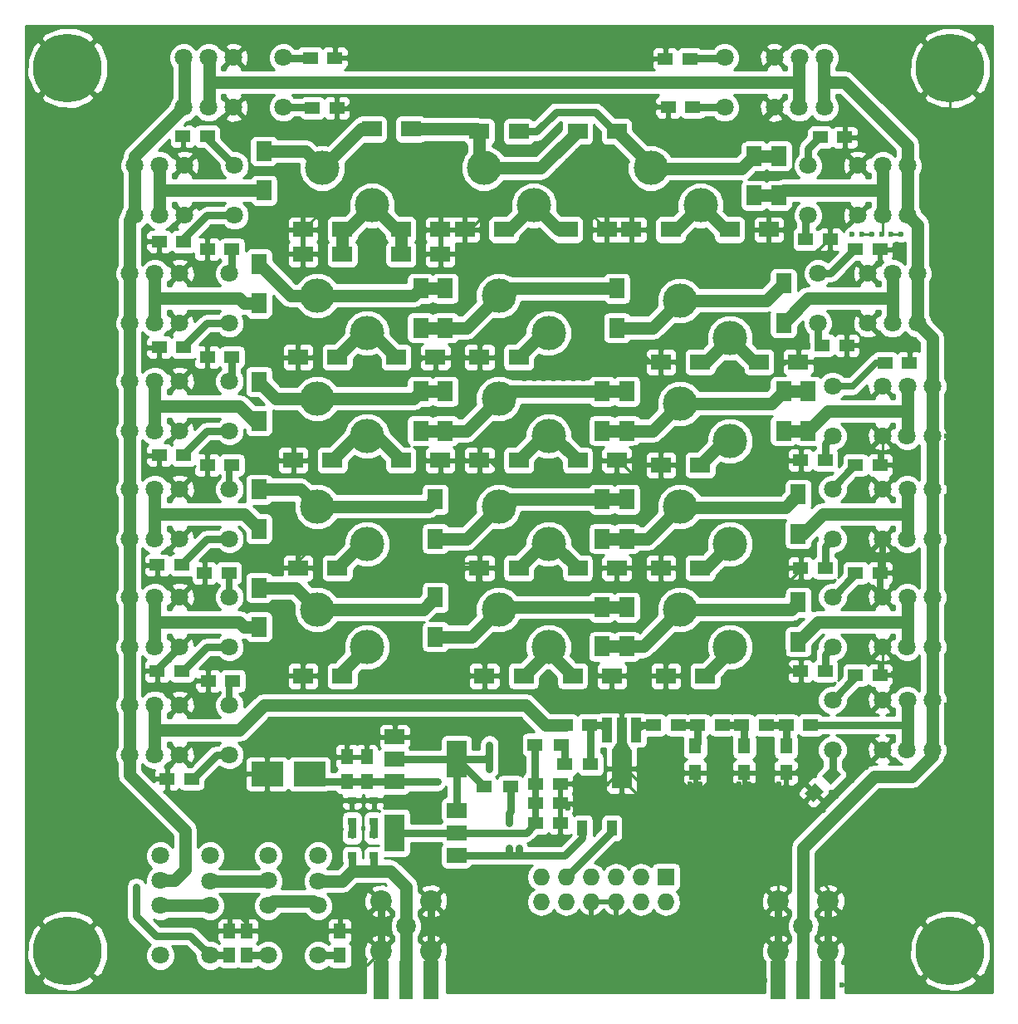
<source format=gtl>
G04 #@! TF.FileFunction,Copper,L1,Top,Signal*
%FSLAX46Y46*%
G04 Gerber Fmt 4.6, Leading zero omitted, Abs format (unit mm)*
G04 Created by KiCad (PCBNEW 4.0.7) date 01/14/18 17:33:56*
%MOMM*%
%LPD*%
G01*
G04 APERTURE LIST*
%ADD10C,0.100000*%
%ADD11C,0.600000*%
%ADD12R,1.500000X1.250000*%
%ADD13C,3.500000*%
%ADD14R,2.000000X1.600000*%
%ADD15R,1.600000X2.000000*%
%ADD16R,1.000000X1.600000*%
%ADD17C,7.000000*%
%ADD18R,1.250000X1.500000*%
%ADD19R,0.900000X0.800000*%
%ADD20C,2.200000*%
%ADD21C,2.000000*%
%ADD22C,1.800000*%
%ADD23R,1.727200X1.727200*%
%ADD24O,1.727200X1.727200*%
%ADD25R,3.200000X2.500000*%
%ADD26R,1.300000X1.500000*%
%ADD27R,1.500000X1.300000*%
%ADD28R,1.000000X2.500000*%
%ADD29R,2.000000X4.000000*%
%ADD30R,2.000000X3.800000*%
%ADD31R,2.000000X1.500000*%
%ADD32R,1.400000X4.000000*%
%ADD33R,1.500000X4.000000*%
%ADD34C,0.800000*%
%ADD35C,0.700000*%
%ADD36C,0.250000*%
%ADD37C,1.300000*%
%ADD38C,0.254000*%
G04 APERTURE END LIST*
D10*
D11*
X164500000Y-111000000D03*
X163500000Y-111000000D03*
X162500000Y-111000000D03*
X161500000Y-111000000D03*
X160500000Y-111000000D03*
X159500000Y-111000000D03*
X158500000Y-111000000D03*
X157500000Y-111000000D03*
X156500000Y-111000000D03*
X155500000Y-111000000D03*
X154500000Y-111000000D03*
X153500000Y-111000000D03*
X152500000Y-111000000D03*
X151500000Y-111000000D03*
X150500000Y-111000000D03*
X149500000Y-111000000D03*
X148500000Y-111000000D03*
X147500000Y-111000000D03*
X146500000Y-111000000D03*
X145500000Y-111000000D03*
X144500000Y-111000000D03*
X143500000Y-111000000D03*
X142500000Y-111000000D03*
X141500000Y-111000000D03*
X140500000Y-111000000D03*
X139500000Y-111000000D03*
X138500000Y-111000000D03*
X137500000Y-111000000D03*
X136500000Y-111000000D03*
X135500000Y-111000000D03*
X134500000Y-111000000D03*
X164500000Y-110000000D03*
X163500000Y-110000000D03*
X162500000Y-110000000D03*
X161500000Y-110000000D03*
X160500000Y-110000000D03*
X159500000Y-110000000D03*
X158500000Y-110000000D03*
X157500000Y-110000000D03*
X156500000Y-110000000D03*
X155500000Y-110000000D03*
X154500000Y-110000000D03*
X153500000Y-110000000D03*
X152500000Y-110000000D03*
X151500000Y-110000000D03*
X150500000Y-110000000D03*
X149500000Y-110000000D03*
X148500000Y-110000000D03*
X147500000Y-110000000D03*
X146500000Y-110000000D03*
X145500000Y-110000000D03*
X144500000Y-110000000D03*
X143500000Y-110000000D03*
X142500000Y-110000000D03*
X141500000Y-110000000D03*
X140500000Y-110000000D03*
X139500000Y-110000000D03*
X138500000Y-110000000D03*
X137500000Y-110000000D03*
X136500000Y-110000000D03*
X135500000Y-110000000D03*
X134500000Y-110000000D03*
X164500000Y-109000000D03*
X163500000Y-109000000D03*
X135500000Y-109000000D03*
X134500000Y-109000000D03*
X164500000Y-108000000D03*
X163500000Y-108000000D03*
X162500000Y-108000000D03*
X161500000Y-108000000D03*
X160500000Y-108000000D03*
X159500000Y-108000000D03*
X158500000Y-108000000D03*
X157500000Y-108000000D03*
X156500000Y-108000000D03*
X155500000Y-108000000D03*
X154500000Y-108000000D03*
X153500000Y-108000000D03*
X152500000Y-108000000D03*
X151500000Y-108000000D03*
X150500000Y-108000000D03*
X149500000Y-108000000D03*
X148500000Y-108000000D03*
X147500000Y-108000000D03*
X146500000Y-108000000D03*
X145500000Y-108000000D03*
X144500000Y-108000000D03*
X143500000Y-108000000D03*
X142500000Y-108000000D03*
X141500000Y-108000000D03*
X140500000Y-108000000D03*
X139500000Y-108000000D03*
X138500000Y-108000000D03*
X137500000Y-108000000D03*
X136500000Y-108000000D03*
X135500000Y-108000000D03*
X134500000Y-108000000D03*
X164500000Y-107000000D03*
X163500000Y-107000000D03*
X162500000Y-107000000D03*
X161500000Y-107000000D03*
X160500000Y-107000000D03*
X159500000Y-107000000D03*
X158500000Y-107000000D03*
X157500000Y-107000000D03*
X156500000Y-107000000D03*
X155500000Y-107000000D03*
X154500000Y-107000000D03*
X153500000Y-107000000D03*
X152500000Y-107000000D03*
X151500000Y-107000000D03*
X150500000Y-107000000D03*
X149500000Y-107000000D03*
X148500000Y-107000000D03*
X147500000Y-107000000D03*
X146500000Y-107000000D03*
X145500000Y-107000000D03*
X144500000Y-107000000D03*
X143500000Y-107000000D03*
X142500000Y-107000000D03*
X141500000Y-107000000D03*
X140500000Y-107000000D03*
X139500000Y-107000000D03*
X138500000Y-107000000D03*
X137500000Y-107000000D03*
X136500000Y-107000000D03*
X135500000Y-107000000D03*
X134500000Y-107000000D03*
X189000000Y-103000000D03*
X189000000Y-102000000D03*
X189000000Y-101000000D03*
X189000000Y-100000000D03*
X189000000Y-99000000D03*
X189000000Y-98000000D03*
X189000000Y-97000000D03*
X189000000Y-96000000D03*
X189000000Y-95000000D03*
X189000000Y-94000000D03*
X189000000Y-93000000D03*
X189000000Y-92000000D03*
X189000000Y-91000000D03*
X189000000Y-90000000D03*
X189000000Y-89000000D03*
X189000000Y-88000000D03*
X189000000Y-87000000D03*
X189000000Y-86000000D03*
X189000000Y-85000000D03*
X189000000Y-84000000D03*
X189000000Y-83000000D03*
X189000000Y-82000000D03*
X189000000Y-81000000D03*
X189000000Y-80000000D03*
X189000000Y-79000000D03*
X189000000Y-78000000D03*
X189000000Y-77000000D03*
X189000000Y-76000000D03*
X189000000Y-75000000D03*
X189000000Y-74000000D03*
X189000000Y-73000000D03*
X189000000Y-72000000D03*
X189000000Y-71000000D03*
X189000000Y-70000000D03*
X189000000Y-69000000D03*
X189000000Y-68000000D03*
X189000000Y-67000000D03*
X189000000Y-66000000D03*
X189000000Y-65000000D03*
X189000000Y-64000000D03*
X189000000Y-63000000D03*
X189000000Y-62000000D03*
X189000000Y-61000000D03*
X189000000Y-60000000D03*
X189000000Y-59000000D03*
X189000000Y-58000000D03*
X189000000Y-57000000D03*
X189000000Y-56000000D03*
X189000000Y-55000000D03*
X189000000Y-54000000D03*
X189000000Y-53000000D03*
X189000000Y-52000000D03*
X189000000Y-51000000D03*
X189000000Y-50000000D03*
X189000000Y-49000000D03*
X189000000Y-48000000D03*
X189000000Y-47000000D03*
X189000000Y-46000000D03*
X189000000Y-45000000D03*
X189000000Y-44000000D03*
X189000000Y-43000000D03*
X189000000Y-42000000D03*
X189000000Y-41000000D03*
X189000000Y-40000000D03*
X189000000Y-39000000D03*
X189000000Y-38000000D03*
X189000000Y-37000000D03*
X189000000Y-36000000D03*
X189000000Y-35000000D03*
X189000000Y-34000000D03*
X189000000Y-33000000D03*
X189000000Y-32000000D03*
X189000000Y-31000000D03*
X189000000Y-30000000D03*
X189000000Y-29000000D03*
X189000000Y-28000000D03*
X189000000Y-27000000D03*
X189000000Y-26000000D03*
X189000000Y-25000000D03*
X189000000Y-24000000D03*
X189000000Y-23000000D03*
X189000000Y-22000000D03*
X134500000Y-107000000D03*
X94000000Y-103000000D03*
X93000000Y-103000000D03*
X92000000Y-103000000D03*
X91000000Y-103000000D03*
X94000000Y-102000000D03*
X91000000Y-102000000D03*
X94000000Y-101000000D03*
X91000000Y-101000000D03*
X94000000Y-100000000D03*
X91000000Y-100000000D03*
X94000000Y-99000000D03*
X91000000Y-99000000D03*
X94000000Y-98000000D03*
X91000000Y-98000000D03*
X94000000Y-97000000D03*
X91000000Y-97000000D03*
X94000000Y-96000000D03*
X91000000Y-96000000D03*
X94000000Y-95000000D03*
X91000000Y-95000000D03*
X94000000Y-94000000D03*
X91000000Y-94000000D03*
X94000000Y-93000000D03*
X91000000Y-93000000D03*
X94000000Y-92000000D03*
X91000000Y-92000000D03*
X94000000Y-91000000D03*
X91000000Y-91000000D03*
X94000000Y-90000000D03*
X91000000Y-90000000D03*
X94000000Y-89000000D03*
X91000000Y-89000000D03*
X94000000Y-88000000D03*
X91000000Y-88000000D03*
X94000000Y-87000000D03*
X91000000Y-87000000D03*
X94000000Y-86000000D03*
X91000000Y-86000000D03*
X94000000Y-85000000D03*
X91000000Y-85000000D03*
X94000000Y-84000000D03*
X91000000Y-84000000D03*
X94000000Y-83000000D03*
X91000000Y-83000000D03*
X94000000Y-82000000D03*
X91000000Y-82000000D03*
X94000000Y-81000000D03*
X91000000Y-81000000D03*
X94000000Y-80000000D03*
X91000000Y-80000000D03*
X94000000Y-79000000D03*
X91000000Y-79000000D03*
X94000000Y-78000000D03*
X91000000Y-78000000D03*
X94000000Y-77000000D03*
X91000000Y-77000000D03*
X94000000Y-76000000D03*
X91000000Y-76000000D03*
X94000000Y-75000000D03*
X91000000Y-75000000D03*
X94000000Y-74000000D03*
X91000000Y-74000000D03*
X94000000Y-73000000D03*
X91000000Y-73000000D03*
X94000000Y-72000000D03*
X91000000Y-72000000D03*
X94000000Y-71000000D03*
X91000000Y-71000000D03*
X94000000Y-70000000D03*
X91000000Y-70000000D03*
X94000000Y-69000000D03*
X91000000Y-69000000D03*
X94000000Y-68000000D03*
X91000000Y-68000000D03*
X94000000Y-67000000D03*
X91000000Y-67000000D03*
X94000000Y-66000000D03*
X91000000Y-66000000D03*
X94000000Y-65000000D03*
X91000000Y-65000000D03*
X94000000Y-64000000D03*
X91000000Y-64000000D03*
X94000000Y-63000000D03*
X91000000Y-63000000D03*
X94000000Y-62000000D03*
X91000000Y-62000000D03*
X94000000Y-61000000D03*
X91000000Y-61000000D03*
X94000000Y-60000000D03*
X91000000Y-60000000D03*
X94000000Y-59000000D03*
X91000000Y-59000000D03*
X94000000Y-58000000D03*
X91000000Y-58000000D03*
X94000000Y-57000000D03*
X91000000Y-57000000D03*
X94000000Y-56000000D03*
X91000000Y-56000000D03*
X94000000Y-55000000D03*
X91000000Y-55000000D03*
X94000000Y-54000000D03*
X91000000Y-54000000D03*
X94000000Y-53000000D03*
X91000000Y-53000000D03*
X94000000Y-52000000D03*
X91000000Y-52000000D03*
X94000000Y-51000000D03*
X91000000Y-51000000D03*
X94000000Y-50000000D03*
X91000000Y-50000000D03*
X94000000Y-49000000D03*
X91000000Y-49000000D03*
X94000000Y-48000000D03*
X91000000Y-48000000D03*
X94000000Y-47000000D03*
X91000000Y-47000000D03*
X94000000Y-46000000D03*
X91000000Y-46000000D03*
X94000000Y-45000000D03*
X91000000Y-45000000D03*
X94000000Y-44000000D03*
X91000000Y-44000000D03*
X94000000Y-43000000D03*
X91000000Y-43000000D03*
X94000000Y-42000000D03*
X91000000Y-42000000D03*
X94000000Y-41000000D03*
X91000000Y-41000000D03*
X94000000Y-40000000D03*
X91000000Y-40000000D03*
X94000000Y-39000000D03*
X91000000Y-39000000D03*
X94000000Y-38000000D03*
X91000000Y-38000000D03*
X94000000Y-37000000D03*
X91000000Y-37000000D03*
X94000000Y-36000000D03*
X91000000Y-36000000D03*
X94000000Y-35000000D03*
X91000000Y-35000000D03*
X94000000Y-34000000D03*
X91000000Y-34000000D03*
X94000000Y-33000000D03*
X91000000Y-33000000D03*
X94000000Y-32000000D03*
X91000000Y-32000000D03*
X94000000Y-31000000D03*
X91000000Y-31000000D03*
X94000000Y-30000000D03*
X91000000Y-30000000D03*
X94000000Y-29000000D03*
X91000000Y-29000000D03*
X94000000Y-28000000D03*
X91000000Y-28000000D03*
X94000000Y-27000000D03*
X91000000Y-27000000D03*
X94000000Y-26000000D03*
X91000000Y-26000000D03*
X94000000Y-25000000D03*
X91000000Y-25000000D03*
X94000000Y-24000000D03*
X91000000Y-24000000D03*
X94000000Y-23000000D03*
X91000000Y-23000000D03*
X94000000Y-22000000D03*
X93000000Y-22000000D03*
X92000000Y-22000000D03*
X91000000Y-22000000D03*
X182000000Y-14500000D03*
X181000000Y-14500000D03*
X180000000Y-14500000D03*
X179000000Y-14500000D03*
X178000000Y-14500000D03*
X177000000Y-14500000D03*
X176000000Y-14500000D03*
X175000000Y-14500000D03*
X174000000Y-14500000D03*
X173000000Y-14500000D03*
X172000000Y-14500000D03*
X171000000Y-14500000D03*
X170000000Y-14500000D03*
X169000000Y-14500000D03*
X168000000Y-14500000D03*
X167000000Y-14500000D03*
X166000000Y-14500000D03*
X165000000Y-14500000D03*
X164000000Y-14500000D03*
X163000000Y-14500000D03*
X162000000Y-14500000D03*
X161000000Y-14500000D03*
X160000000Y-14500000D03*
X159000000Y-14500000D03*
X158000000Y-14500000D03*
X157000000Y-14500000D03*
X156000000Y-14500000D03*
X155000000Y-14500000D03*
X154000000Y-14500000D03*
X153000000Y-14500000D03*
X152000000Y-14500000D03*
X151000000Y-14500000D03*
X150000000Y-14500000D03*
X149000000Y-14500000D03*
X148000000Y-14500000D03*
X147000000Y-14500000D03*
X146000000Y-14500000D03*
X145000000Y-14500000D03*
X144000000Y-14500000D03*
X143000000Y-14500000D03*
X142000000Y-14500000D03*
X141000000Y-14500000D03*
X140000000Y-14500000D03*
X139000000Y-14500000D03*
X138000000Y-14500000D03*
X137000000Y-14500000D03*
X136000000Y-14500000D03*
X135000000Y-14500000D03*
X134000000Y-14500000D03*
X133000000Y-14500000D03*
X132000000Y-14500000D03*
X131000000Y-14500000D03*
X130000000Y-14500000D03*
X129000000Y-14500000D03*
X128000000Y-14500000D03*
X127000000Y-14500000D03*
X126000000Y-14500000D03*
X125000000Y-14500000D03*
X124000000Y-14500000D03*
X123000000Y-14500000D03*
X122000000Y-14500000D03*
X121000000Y-14500000D03*
X120000000Y-14500000D03*
X119000000Y-14500000D03*
X118000000Y-14500000D03*
X117000000Y-14500000D03*
X116000000Y-14500000D03*
X115000000Y-14500000D03*
X114000000Y-14500000D03*
X113000000Y-14500000D03*
X112000000Y-14500000D03*
X111000000Y-14500000D03*
X110000000Y-14500000D03*
X109000000Y-14500000D03*
X108000000Y-14500000D03*
X107000000Y-14500000D03*
X106000000Y-14500000D03*
X105000000Y-14500000D03*
X104000000Y-14500000D03*
X103000000Y-14500000D03*
X102000000Y-14500000D03*
X101000000Y-14500000D03*
X100000000Y-14500000D03*
X99000000Y-14500000D03*
X98000000Y-14500000D03*
X182000000Y-13500000D03*
X181000000Y-13500000D03*
X180000000Y-13500000D03*
X179000000Y-13500000D03*
X178000000Y-13500000D03*
X177000000Y-13500000D03*
X176000000Y-13500000D03*
X175000000Y-13500000D03*
X174000000Y-13500000D03*
X173000000Y-13500000D03*
X172000000Y-13500000D03*
X171000000Y-13500000D03*
X170000000Y-13500000D03*
X169000000Y-13500000D03*
X168000000Y-13500000D03*
X167000000Y-13500000D03*
X166000000Y-13500000D03*
X165000000Y-13500000D03*
X164000000Y-13500000D03*
X163000000Y-13500000D03*
X162000000Y-13500000D03*
X161000000Y-13500000D03*
X160000000Y-13500000D03*
X159000000Y-13500000D03*
X158000000Y-13500000D03*
X157000000Y-13500000D03*
X156000000Y-13500000D03*
X155000000Y-13500000D03*
X154000000Y-13500000D03*
X153000000Y-13500000D03*
X152000000Y-13500000D03*
X151000000Y-13500000D03*
X150000000Y-13500000D03*
X149000000Y-13500000D03*
X148000000Y-13500000D03*
X147000000Y-13500000D03*
X146000000Y-13500000D03*
X145000000Y-13500000D03*
X144000000Y-13500000D03*
X143000000Y-13500000D03*
X142000000Y-13500000D03*
X141000000Y-13500000D03*
X140000000Y-13500000D03*
X139000000Y-13500000D03*
X138000000Y-13500000D03*
X137000000Y-13500000D03*
X136000000Y-13500000D03*
X135000000Y-13500000D03*
X134000000Y-13500000D03*
X133000000Y-13500000D03*
X132000000Y-13500000D03*
X131000000Y-13500000D03*
X130000000Y-13500000D03*
X129000000Y-13500000D03*
X128000000Y-13500000D03*
X127000000Y-13500000D03*
X126000000Y-13500000D03*
X125000000Y-13500000D03*
X124000000Y-13500000D03*
X123000000Y-13500000D03*
X122000000Y-13500000D03*
X121000000Y-13500000D03*
X120000000Y-13500000D03*
X119000000Y-13500000D03*
X118000000Y-13500000D03*
X117000000Y-13500000D03*
X116000000Y-13500000D03*
X115000000Y-13500000D03*
X114000000Y-13500000D03*
X113000000Y-13500000D03*
X112000000Y-13500000D03*
X111000000Y-13500000D03*
X110000000Y-13500000D03*
X109000000Y-13500000D03*
X108000000Y-13500000D03*
X107000000Y-13500000D03*
X106000000Y-13500000D03*
X105000000Y-13500000D03*
X104000000Y-13500000D03*
X103000000Y-13500000D03*
X102000000Y-13500000D03*
X101000000Y-13500000D03*
X100000000Y-13500000D03*
X99000000Y-13500000D03*
D12*
X175350000Y-36000000D03*
X177850000Y-36000000D03*
D13*
X138960000Y-40730000D03*
X144040000Y-44540000D03*
D14*
X141000000Y-24000000D03*
X137000000Y-24000000D03*
D15*
X168000000Y-43500000D03*
X168000000Y-39500000D03*
D13*
X154460000Y-27730000D03*
X159540000Y-31540000D03*
D12*
X158750000Y-21500000D03*
X156250000Y-21500000D03*
X111450000Y-69000000D03*
X108950000Y-69000000D03*
X172250000Y-57500000D03*
X169750000Y-57500000D03*
X172250000Y-68500000D03*
X169750000Y-68500000D03*
X172250000Y-79000000D03*
X169750000Y-79000000D03*
D10*
G36*
X172972271Y-88643845D02*
X173856155Y-89527729D01*
X172795495Y-90588389D01*
X171911611Y-89704505D01*
X172972271Y-88643845D01*
X172972271Y-88643845D01*
G37*
G36*
X171204505Y-90411611D02*
X172088389Y-91295495D01*
X171027729Y-92356155D01*
X170143845Y-91472271D01*
X171204505Y-90411611D01*
X171204505Y-90411611D01*
G37*
D12*
X170250000Y-35000000D03*
X172750000Y-35000000D03*
X105150000Y-90000000D03*
X107650000Y-90000000D03*
X104350000Y-35200000D03*
X106850000Y-35200000D03*
X104350000Y-46000000D03*
X106850000Y-46000000D03*
X104350000Y-57000000D03*
X106850000Y-57000000D03*
X104150000Y-68200000D03*
X106650000Y-68200000D03*
X104150000Y-79000000D03*
X106650000Y-79000000D03*
X122450000Y-21600000D03*
X119950000Y-21600000D03*
X171750000Y-24600000D03*
X174250000Y-24600000D03*
X178350000Y-47600000D03*
X180850000Y-47600000D03*
X175350000Y-58000000D03*
X177850000Y-58000000D03*
X175350000Y-69000000D03*
X177850000Y-69000000D03*
X158450000Y-16600000D03*
X155950000Y-16600000D03*
X175350000Y-79400000D03*
X177850000Y-79400000D03*
X111750000Y-58000000D03*
X109250000Y-58000000D03*
X111750000Y-47000000D03*
X109250000Y-47000000D03*
X111850000Y-80000000D03*
X109350000Y-80000000D03*
X171950000Y-45800000D03*
X174450000Y-45800000D03*
X109250000Y-24500000D03*
X106750000Y-24500000D03*
X119750000Y-16500000D03*
X122250000Y-16500000D03*
X111750000Y-36000000D03*
X109250000Y-36000000D03*
D16*
X150500000Y-95000000D03*
X147500000Y-95000000D03*
D17*
X95000000Y-17500000D03*
X185000000Y-107500000D03*
D18*
X111500000Y-108000000D03*
X111500000Y-105500000D03*
X113250000Y-108000000D03*
X113250000Y-105500000D03*
X122750000Y-108000000D03*
X122750000Y-105500000D03*
D15*
X114500000Y-37500000D03*
X114500000Y-41500000D03*
X114500000Y-49500000D03*
X114500000Y-53500000D03*
X114500000Y-60500000D03*
X114500000Y-64500000D03*
X114500000Y-70500000D03*
X114500000Y-74500000D03*
D14*
X123000000Y-34000000D03*
X119000000Y-34000000D03*
X129000000Y-34000000D03*
X133000000Y-34000000D03*
X128500000Y-47000000D03*
X132500000Y-47000000D03*
X129000000Y-57500000D03*
X133000000Y-57500000D03*
X122500000Y-68500000D03*
X118500000Y-68500000D03*
X123000000Y-79500000D03*
X119000000Y-79500000D03*
X123000000Y-36500000D03*
X119000000Y-36500000D03*
X122500000Y-47000000D03*
X118500000Y-47000000D03*
X122000000Y-57500000D03*
X118000000Y-57500000D03*
X130000000Y-23750000D03*
X126000000Y-23750000D03*
X129000000Y-36500000D03*
X133000000Y-36500000D03*
D15*
X133500000Y-44000000D03*
X133500000Y-40000000D03*
X131000000Y-44000000D03*
X131000000Y-40000000D03*
X133500000Y-54500000D03*
X133500000Y-50500000D03*
X131000000Y-54500000D03*
X131000000Y-50500000D03*
X132500000Y-65500000D03*
X132500000Y-61500000D03*
X132500000Y-75500000D03*
X132500000Y-71500000D03*
D14*
X139500000Y-34000000D03*
X135500000Y-34000000D03*
X147000000Y-57500000D03*
X151000000Y-57500000D03*
X141000000Y-68500000D03*
X137000000Y-68500000D03*
X141500000Y-79500000D03*
X137500000Y-79500000D03*
X141000000Y-47000000D03*
X137000000Y-47000000D03*
X146000000Y-34000000D03*
X150000000Y-34000000D03*
X141000000Y-57500000D03*
X137000000Y-57500000D03*
X147000000Y-68500000D03*
X151000000Y-68500000D03*
X146500000Y-79500000D03*
X150500000Y-79500000D03*
X151000000Y-24000000D03*
X147000000Y-24000000D03*
D15*
X151000000Y-44000000D03*
X151000000Y-40000000D03*
X152000000Y-54500000D03*
X152000000Y-50500000D03*
X149500000Y-54500000D03*
X149500000Y-50500000D03*
X149500000Y-65500000D03*
X149500000Y-61500000D03*
X152000000Y-65500000D03*
X152000000Y-61500000D03*
X149500000Y-76500000D03*
X149500000Y-72500000D03*
X152000000Y-76500000D03*
X152000000Y-72500000D03*
D14*
X162500000Y-34000000D03*
X166500000Y-34000000D03*
X165500000Y-47500000D03*
X169500000Y-47500000D03*
X159500000Y-58000000D03*
X155500000Y-58000000D03*
X159500000Y-68500000D03*
X155500000Y-68500000D03*
X160000000Y-79500000D03*
X156000000Y-79500000D03*
X156500000Y-34000000D03*
X152500000Y-34000000D03*
X159500000Y-47500000D03*
X155500000Y-47500000D03*
D15*
X167500000Y-30500000D03*
X167500000Y-26500000D03*
X165000000Y-30500000D03*
X165000000Y-26500000D03*
X170500000Y-54500000D03*
X170500000Y-50500000D03*
X168000000Y-54500000D03*
X168000000Y-50500000D03*
X169500000Y-65000000D03*
X169500000Y-61000000D03*
X169500000Y-76000000D03*
X169500000Y-72000000D03*
X115000000Y-26000000D03*
X115000000Y-30000000D03*
D19*
X124000000Y-97800000D03*
X124000000Y-95700000D03*
X124000000Y-94300000D03*
X124000000Y-92200000D03*
X126250000Y-95700000D03*
X126250000Y-97800000D03*
X126250000Y-92200000D03*
X126250000Y-94300000D03*
D20*
X126960000Y-107540000D03*
X126960000Y-102460000D03*
X132040000Y-102460000D03*
X132040000Y-107540000D03*
D21*
X129500000Y-105000000D03*
D13*
X120960000Y-27730000D03*
X126040000Y-31540000D03*
X120460000Y-40730000D03*
X125540000Y-44540000D03*
X120460000Y-51230000D03*
X125540000Y-55040000D03*
X120460000Y-62230000D03*
X125540000Y-66040000D03*
X120460000Y-72730000D03*
X125540000Y-76540000D03*
X137460000Y-27730000D03*
X142540000Y-31540000D03*
X138960000Y-51230000D03*
X144040000Y-55040000D03*
X138960000Y-62230000D03*
X144040000Y-66040000D03*
X138960000Y-72730000D03*
X144040000Y-76540000D03*
X157460000Y-41230000D03*
X162540000Y-45040000D03*
X157460000Y-51730000D03*
X162540000Y-55540000D03*
X157460000Y-62230000D03*
X162540000Y-66040000D03*
X157460000Y-72730000D03*
X162540000Y-76540000D03*
D17*
X95000000Y-107500000D03*
X185000000Y-17500000D03*
D20*
X167460000Y-107540000D03*
X167460000Y-102460000D03*
X172540000Y-102460000D03*
X172540000Y-107540000D03*
D21*
X170000000Y-105000000D03*
D22*
X109540000Y-108000000D03*
X104460000Y-108000000D03*
X109540000Y-97840000D03*
X109540000Y-102920000D03*
X109540000Y-100400000D03*
X104460000Y-97840000D03*
X104460000Y-102920000D03*
X104460000Y-100380000D03*
X120540000Y-108000000D03*
X115460000Y-108000000D03*
X120540000Y-97840000D03*
X120540000Y-102920000D03*
X120540000Y-100400000D03*
X115460000Y-97840000D03*
X115460000Y-102920000D03*
X115460000Y-100380000D03*
X112000000Y-27460000D03*
X112000000Y-32540000D03*
X101840000Y-27460000D03*
X106920000Y-27460000D03*
X104400000Y-27460000D03*
X101840000Y-32540000D03*
X106920000Y-32540000D03*
X104380000Y-32540000D03*
X111500000Y-38460000D03*
X111500000Y-43540000D03*
X101340000Y-38460000D03*
X106420000Y-38460000D03*
X103900000Y-38460000D03*
X101340000Y-43540000D03*
X106420000Y-43540000D03*
X103880000Y-43540000D03*
X111500000Y-49460000D03*
X111500000Y-54540000D03*
X101340000Y-49460000D03*
X106420000Y-49460000D03*
X103900000Y-49460000D03*
X101340000Y-54540000D03*
X106420000Y-54540000D03*
X103880000Y-54540000D03*
X111500000Y-60460000D03*
X111500000Y-65540000D03*
X101340000Y-60460000D03*
X106420000Y-60460000D03*
X103900000Y-60460000D03*
X101340000Y-65540000D03*
X106420000Y-65540000D03*
X103880000Y-65540000D03*
X111500000Y-71460000D03*
X111500000Y-76540000D03*
X101340000Y-71460000D03*
X106420000Y-71460000D03*
X103900000Y-71460000D03*
X101340000Y-76540000D03*
X106420000Y-76540000D03*
X103880000Y-76540000D03*
X111500000Y-82460000D03*
X111500000Y-87540000D03*
X101340000Y-82460000D03*
X106420000Y-82460000D03*
X103900000Y-82460000D03*
X101340000Y-87540000D03*
X106420000Y-87540000D03*
X103880000Y-87540000D03*
X117000000Y-16460000D03*
X117000000Y-21540000D03*
X106840000Y-16460000D03*
X111920000Y-16460000D03*
X109400000Y-16460000D03*
X106840000Y-21540000D03*
X111920000Y-21540000D03*
X109380000Y-21540000D03*
X170500000Y-32540000D03*
X170500000Y-27460000D03*
X180660000Y-32540000D03*
X175580000Y-32540000D03*
X178100000Y-32540000D03*
X180660000Y-27460000D03*
X175580000Y-27460000D03*
X178120000Y-27460000D03*
X171500000Y-43540000D03*
X171500000Y-38460000D03*
X181660000Y-43540000D03*
X176580000Y-43540000D03*
X179100000Y-43540000D03*
X181660000Y-38460000D03*
X176580000Y-38460000D03*
X179120000Y-38460000D03*
X173000000Y-55040000D03*
X173000000Y-49960000D03*
X183160000Y-55040000D03*
X178080000Y-55040000D03*
X180600000Y-55040000D03*
X183160000Y-49960000D03*
X178080000Y-49960000D03*
X180620000Y-49960000D03*
X173000000Y-65540000D03*
X173000000Y-60460000D03*
X183160000Y-65540000D03*
X178080000Y-65540000D03*
X180600000Y-65540000D03*
X183160000Y-60460000D03*
X178080000Y-60460000D03*
X180620000Y-60460000D03*
X173000000Y-76540000D03*
X173000000Y-71460000D03*
X183160000Y-76540000D03*
X178080000Y-76540000D03*
X180600000Y-76540000D03*
X183160000Y-71460000D03*
X178080000Y-71460000D03*
X180620000Y-71460000D03*
X173000000Y-87040000D03*
X173000000Y-81960000D03*
X183160000Y-87040000D03*
X178080000Y-87040000D03*
X180600000Y-87040000D03*
X183160000Y-81960000D03*
X178080000Y-81960000D03*
X180620000Y-81960000D03*
X162000000Y-21540000D03*
X162000000Y-16460000D03*
X172160000Y-21540000D03*
X167080000Y-21540000D03*
X169600000Y-21540000D03*
X172160000Y-16460000D03*
X167080000Y-16460000D03*
X169620000Y-16460000D03*
D23*
X156000000Y-100000000D03*
D24*
X156000000Y-102540000D03*
X153460000Y-100000000D03*
X153460000Y-102540000D03*
X150920000Y-100000000D03*
X150920000Y-102540000D03*
X148380000Y-100000000D03*
X148380000Y-102540000D03*
X145840000Y-100000000D03*
X145840000Y-102540000D03*
X143300000Y-100000000D03*
X143300000Y-102540000D03*
D12*
X148250000Y-84500000D03*
X145750000Y-84500000D03*
X142750000Y-90500000D03*
X145250000Y-90500000D03*
X142750000Y-92500000D03*
X145250000Y-92500000D03*
X142750000Y-94500000D03*
X145250000Y-94500000D03*
X157250000Y-84500000D03*
X154750000Y-84500000D03*
D18*
X125500000Y-87750000D03*
X125500000Y-90250000D03*
D12*
X161750000Y-84500000D03*
X159250000Y-84500000D03*
D18*
X123500000Y-87750000D03*
X123500000Y-90250000D03*
D25*
X115350000Y-89500000D03*
X119650000Y-89500000D03*
D12*
X166250000Y-84500000D03*
X163750000Y-84500000D03*
X170750000Y-84500000D03*
X168250000Y-84500000D03*
D26*
X159000000Y-86650000D03*
X159000000Y-89350000D03*
X164000000Y-86650000D03*
X164000000Y-89350000D03*
X168250000Y-86650000D03*
X168250000Y-89350000D03*
D27*
X145350000Y-86500000D03*
X142650000Y-86500000D03*
X137450000Y-90800000D03*
X140150000Y-90800000D03*
D28*
X153000000Y-85020000D03*
X151500000Y-85020000D03*
X150000000Y-85020000D03*
D29*
X151500000Y-88980000D03*
D10*
G36*
X150500000Y-87005000D02*
X151000000Y-86255000D01*
X152000000Y-86255000D01*
X152500000Y-87005000D01*
X150500000Y-87005000D01*
X150500000Y-87005000D01*
G37*
D27*
X148350000Y-88500000D03*
X145650000Y-88500000D03*
D30*
X134650000Y-88000000D03*
D31*
X128350000Y-88000000D03*
X128350000Y-90300000D03*
X128350000Y-85700000D03*
D32*
X170000000Y-110500000D03*
D33*
X172540000Y-110500000D03*
X167460000Y-110500000D03*
D32*
X129500000Y-110500000D03*
D33*
X132040000Y-110500000D03*
X126960000Y-110500000D03*
D30*
X128350000Y-95500000D03*
D31*
X134650000Y-95500000D03*
X134650000Y-93200000D03*
X134650000Y-97800000D03*
D11*
X98000000Y-13500000D03*
X102000000Y-101000000D03*
X102000000Y-102000000D03*
X102000000Y-103000000D03*
X132700000Y-90300000D03*
X131800000Y-90300000D03*
X130900000Y-90300000D03*
X130000000Y-90300000D03*
X99000000Y-78000000D03*
X99000000Y-77000000D03*
X99000000Y-72000000D03*
X99000000Y-71000000D03*
X99000000Y-69000000D03*
X99000000Y-68000000D03*
X99000000Y-66000000D03*
X99000000Y-65000000D03*
X99000000Y-63000000D03*
X99000000Y-62000000D03*
X99000000Y-60000000D03*
X99000000Y-59000000D03*
X99000000Y-54000000D03*
X99000000Y-49000000D03*
X99000000Y-48000000D03*
X99000000Y-46000000D03*
X99000000Y-45000000D03*
X99000000Y-42000000D03*
X99000000Y-43000000D03*
X99000000Y-38000000D03*
X99000000Y-37000000D03*
X99000000Y-36000000D03*
X99000000Y-34000000D03*
X99000000Y-33000000D03*
X175000000Y-17000000D03*
X176500000Y-17000000D03*
X177500000Y-18000000D03*
X178500000Y-19000000D03*
X179500000Y-20000000D03*
X180500000Y-21000000D03*
X181500000Y-22000000D03*
X182500000Y-23000000D03*
X183500000Y-24000000D03*
X178000000Y-25500000D03*
X177000000Y-24500000D03*
X176000000Y-23500000D03*
X175000000Y-22500000D03*
X174000000Y-21500000D03*
X179500000Y-58000000D03*
X180500000Y-58000000D03*
X181500000Y-58000000D03*
X181500000Y-69000000D03*
X180500000Y-69000000D03*
X179500000Y-69000000D03*
X179250000Y-79250000D03*
X180250000Y-79250000D03*
X181250000Y-79250000D03*
X183500000Y-89500000D03*
X182000000Y-91000000D03*
X181000000Y-91499996D03*
X180000000Y-91600000D03*
X184649990Y-88000000D03*
X184649990Y-86250000D03*
X184649990Y-85500000D03*
X184649990Y-84750000D03*
X184649990Y-84000000D03*
X184649990Y-83250000D03*
X184649990Y-80500000D03*
X184649990Y-79750000D03*
X184649990Y-79000000D03*
X184649990Y-78250000D03*
X184649990Y-75500000D03*
X184649990Y-74750000D03*
X184649990Y-74000000D03*
X184649990Y-73250000D03*
X184649990Y-70500000D03*
X184649990Y-69750000D03*
X184649990Y-69000000D03*
X184649990Y-68250000D03*
X184649990Y-66750000D03*
X184649990Y-64750000D03*
X184649990Y-64000000D03*
X184649990Y-63250000D03*
X184649990Y-61250000D03*
X184649990Y-59750000D03*
X184649990Y-59000000D03*
X184649990Y-58250000D03*
X184649990Y-56500000D03*
X184649990Y-55750000D03*
X185000000Y-52000000D03*
X185000000Y-51000000D03*
X185000000Y-49000000D03*
X185000000Y-48000000D03*
X185000000Y-47000000D03*
X185000000Y-46000000D03*
X185000000Y-44000000D03*
X185000000Y-42000000D03*
X185000000Y-41000000D03*
X185000000Y-39000000D03*
X185000000Y-38000000D03*
X185000000Y-37000000D03*
X185000000Y-36000000D03*
X103000000Y-107000000D03*
X102000000Y-106000000D03*
X101000000Y-105000000D03*
X100000000Y-104000000D03*
X100000000Y-103000000D03*
X100000000Y-102000000D03*
X100000000Y-101000000D03*
X100000000Y-100000000D03*
X100000000Y-99000000D03*
X99000000Y-98000000D03*
X98000000Y-97000000D03*
X97000000Y-96000000D03*
X96000000Y-95000000D03*
X95000000Y-94000000D03*
X103000000Y-96500000D03*
X102000000Y-95500000D03*
X101000000Y-94500000D03*
X98000000Y-86500000D03*
X98000000Y-87500000D03*
X98000000Y-88500000D03*
X98000000Y-89500000D03*
X98000000Y-90500000D03*
X98000000Y-91500000D03*
X99000000Y-92500000D03*
X100000000Y-93500000D03*
X170000000Y-86500000D03*
X170000000Y-87500000D03*
X166500000Y-86500000D03*
X166500000Y-87500000D03*
X166500000Y-88500000D03*
X166500000Y-89500000D03*
X161500000Y-86500000D03*
X161500000Y-87500000D03*
X161500000Y-88500000D03*
X161500000Y-89500000D03*
X156500000Y-86500000D03*
X156500000Y-87500000D03*
X156500000Y-88500000D03*
X156500000Y-89500000D03*
X171000000Y-87500000D03*
X170000000Y-88500000D03*
X167500000Y-90500000D03*
X166500000Y-90500000D03*
X165500000Y-90500000D03*
X164500000Y-90500000D03*
X163500000Y-90500000D03*
X162500000Y-90500000D03*
X161500000Y-90500000D03*
X160500000Y-90500000D03*
X159500000Y-90500000D03*
X158500000Y-90500000D03*
X157500000Y-90500000D03*
X156500000Y-90500000D03*
X155500000Y-90500000D03*
X154500000Y-90500000D03*
X153500000Y-90500000D03*
X147000000Y-90500000D03*
X148000000Y-90500000D03*
X149000000Y-90500000D03*
X150000000Y-90500000D03*
X112500000Y-104000000D03*
X112500000Y-103000000D03*
X112500000Y-102000000D03*
X112500000Y-99000000D03*
X112500000Y-98000000D03*
X112500000Y-97000000D03*
X112500000Y-96000000D03*
X112500000Y-95000000D03*
X111000000Y-91500000D03*
X109500000Y-91500000D03*
X108500000Y-91500000D03*
X107500000Y-91500000D03*
X106500000Y-91500000D03*
X128000000Y-83900000D03*
X151000000Y-82500000D03*
X141600000Y-49200000D03*
X142600000Y-49200000D03*
X143600000Y-49200000D03*
X144600000Y-49200000D03*
X145600000Y-49200000D03*
X146600000Y-49200000D03*
X147600000Y-49200000D03*
X153500000Y-46500000D03*
X147500000Y-46500000D03*
X148500000Y-46500000D03*
X149500000Y-46500000D03*
X150500000Y-46500000D03*
X151500000Y-46500000D03*
X152500000Y-46500000D03*
X166000000Y-23000000D03*
X165000000Y-24000000D03*
X163000000Y-25000000D03*
X162000000Y-25000000D03*
X161000000Y-25000000D03*
X160000000Y-25000000D03*
X159000000Y-25000000D03*
X158000000Y-25000000D03*
X157000000Y-25000000D03*
X135000000Y-46000000D03*
X141000000Y-44000000D03*
X140000000Y-44000000D03*
X139000000Y-44000000D03*
X138000000Y-44000000D03*
X122000000Y-44000000D03*
X121000000Y-44000000D03*
X120000000Y-44000000D03*
X119000000Y-44000000D03*
X118000000Y-44000000D03*
X117000000Y-44000000D03*
X116000000Y-44000000D03*
X128000000Y-49250000D03*
X129000000Y-49300000D03*
X127000000Y-49250000D03*
X126000000Y-49250000D03*
X124000000Y-49250000D03*
X125000000Y-49200000D03*
X171800000Y-99300000D03*
X168200000Y-99300000D03*
X180000000Y-111000000D03*
X179000000Y-111000000D03*
X178000000Y-111000000D03*
X177000000Y-111000000D03*
X176000000Y-111000000D03*
X175000000Y-111000000D03*
X174000000Y-111000000D03*
X181100000Y-111000000D03*
X100000000Y-110900000D03*
X101000000Y-110900000D03*
X124000000Y-110000000D03*
X123000000Y-111100000D03*
X125000000Y-109000000D03*
X122000000Y-111100000D03*
X121000000Y-111100000D03*
X119000000Y-111100000D03*
X118000000Y-111100000D03*
X117000000Y-111100000D03*
X116000000Y-111100000D03*
X115000000Y-111100000D03*
X113000000Y-111100000D03*
X112000000Y-111100000D03*
X110000000Y-111100000D03*
X109000000Y-111100000D03*
X155000000Y-93000000D03*
X152000000Y-93000000D03*
X151000000Y-93000000D03*
X150000000Y-93000000D03*
X148000000Y-93000000D03*
X147000000Y-93000000D03*
X146000000Y-93000000D03*
X129000000Y-78000000D03*
X130000000Y-78000000D03*
X132000000Y-78000000D03*
X133000000Y-78000000D03*
X134000000Y-78000000D03*
X135000000Y-78000000D03*
X136000000Y-78000000D03*
X137000000Y-78000000D03*
X138000000Y-78000000D03*
X168000000Y-77000000D03*
X167000000Y-77000000D03*
X166100000Y-77000000D03*
X168000000Y-78000000D03*
X167000000Y-78000000D03*
X166100000Y-78000000D03*
X157000000Y-78000000D03*
X156700000Y-76299996D03*
X155800000Y-77200000D03*
X155000000Y-78000000D03*
X154000000Y-78000000D03*
X162000000Y-71000000D03*
X164000000Y-71000000D03*
X165000000Y-71000000D03*
X167000000Y-71000000D03*
X168000000Y-71000000D03*
X166000000Y-71000000D03*
X163000000Y-71000000D03*
X161000000Y-71000000D03*
X152000000Y-70600000D03*
X153000000Y-70600000D03*
X153999999Y-70600000D03*
X151000000Y-70600000D03*
X150000000Y-70600000D03*
X148000000Y-70600002D03*
X147000000Y-70600000D03*
X143000000Y-71000000D03*
X145000000Y-71000000D03*
X149000000Y-70600002D03*
X145999978Y-71000000D03*
X144000000Y-71000000D03*
X142000000Y-71000000D03*
X125000000Y-71000000D03*
X127000000Y-71000000D03*
X129000000Y-71000000D03*
X130100000Y-70900000D03*
X128000000Y-71000000D03*
X126000000Y-71000000D03*
X124000000Y-71000000D03*
X134900000Y-70500000D03*
X136000000Y-70500000D03*
X135000000Y-68000000D03*
X134000000Y-68000000D03*
X133000000Y-68000000D03*
X132000000Y-68000000D03*
X130000000Y-68000000D03*
X129000000Y-68000000D03*
X127999998Y-68000000D03*
X121000000Y-67000000D03*
X122100000Y-67000000D03*
X120000000Y-67000000D03*
X124000000Y-60000000D03*
X125000000Y-60000000D03*
X126000000Y-60000000D03*
X127000000Y-60000000D03*
X128000000Y-60000000D03*
X129000000Y-60000000D03*
X130000000Y-60000000D03*
X135000000Y-60000000D03*
X134000000Y-60000000D03*
X136100000Y-60000000D03*
X142000000Y-60000000D03*
X143000000Y-60000000D03*
X145000000Y-60000000D03*
X146000000Y-60000000D03*
X147000000Y-60000000D03*
X148000000Y-60000000D03*
X154000000Y-60000000D03*
X160000000Y-60000000D03*
X161000000Y-60000000D03*
X163000000Y-60000000D03*
X165000000Y-60000000D03*
X167000000Y-57250000D03*
X176100000Y-46000000D03*
X177000000Y-46000000D03*
X178000000Y-46000000D03*
X179100000Y-46000000D03*
X180000000Y-46000000D03*
X181000000Y-46000000D03*
X176000000Y-47500000D03*
X175000000Y-47600000D03*
X174000000Y-47600000D03*
X173000000Y-47600000D03*
X166000000Y-49300000D03*
X165000000Y-49300000D03*
X164000000Y-49250000D03*
X163000000Y-49300000D03*
X162000000Y-49250000D03*
X161000000Y-49250000D03*
X160000000Y-49200000D03*
X171000000Y-36500000D03*
X170000000Y-36500000D03*
X168000000Y-36500000D03*
X167000000Y-36500000D03*
X165000000Y-36500000D03*
X166000004Y-36500000D03*
X163000000Y-36500000D03*
X162000000Y-36500000D03*
X161000000Y-36499994D03*
X160000000Y-36500000D03*
X158000000Y-36500000D03*
X157000000Y-36500000D03*
X155999996Y-36500000D03*
X155000000Y-36500000D03*
X153000000Y-36500000D03*
X151900000Y-36500000D03*
X151000000Y-36500000D03*
X150000000Y-36500000D03*
X148000000Y-36500000D03*
X147000000Y-36500000D03*
X146000000Y-36500000D03*
X145000000Y-36500000D03*
X143000000Y-36500000D03*
X142000000Y-36500000D03*
X141000000Y-36500000D03*
X140000000Y-36500000D03*
X138000000Y-36500000D03*
X137000000Y-36500000D03*
X136000000Y-36500000D03*
X135000000Y-36500000D03*
X126000000Y-36500004D03*
X125000000Y-26000000D03*
X126000000Y-26000000D03*
X127000000Y-26000000D03*
X129000000Y-26000000D03*
X130000000Y-26000000D03*
X131000006Y-26000000D03*
X132000000Y-26000000D03*
X134000000Y-26000000D03*
X151000000Y-27000000D03*
X150000000Y-26000000D03*
X149000000Y-26000000D03*
X148000000Y-26000000D03*
X147000000Y-26000000D03*
X146000000Y-27000000D03*
X145000000Y-28000000D03*
X156000000Y-32000000D03*
X155000000Y-32000000D03*
X153000000Y-32000000D03*
X152000000Y-32000000D03*
X151000000Y-32000000D03*
X150000000Y-32000000D03*
X148000000Y-32000000D03*
X147000000Y-32000000D03*
X146000000Y-32000000D03*
X138000000Y-32000000D03*
X137000000Y-32000000D03*
X136000000Y-32000000D03*
X135000000Y-32000000D03*
X133000000Y-32000000D03*
X132000000Y-32000000D03*
X130000000Y-32000000D03*
X145000000Y-82500000D03*
X146000000Y-82500000D03*
X148000000Y-82500000D03*
X150000000Y-82500000D03*
X153000000Y-82500000D03*
X155000000Y-82500000D03*
X156000000Y-82500000D03*
X158000000Y-82500000D03*
X160000000Y-82500000D03*
X161000000Y-82500000D03*
X163000000Y-82500000D03*
X164000000Y-82500000D03*
X165000001Y-82500000D03*
X167000000Y-82500000D03*
X169000000Y-82500000D03*
X170000000Y-82500000D03*
X171000000Y-82499998D03*
X168000002Y-82500000D03*
X166000000Y-82500000D03*
X159000000Y-82500004D03*
X154000000Y-82500000D03*
X149000000Y-82500000D03*
X144000000Y-82500000D03*
X114000000Y-86000000D03*
X115100000Y-84900000D03*
X116100000Y-83900000D03*
X117000000Y-83900000D03*
X118000000Y-83900000D03*
X119100000Y-83900000D03*
X120000000Y-83900000D03*
X121000000Y-83900000D03*
X122000000Y-83900000D03*
X123000000Y-83900000D03*
X124100000Y-83900000D03*
X125000000Y-83900000D03*
X126000000Y-83900000D03*
X127100000Y-83900000D03*
X129000000Y-83900000D03*
X130000000Y-83900000D03*
X131000000Y-83900000D03*
X132000000Y-83900000D03*
X133000000Y-83900000D03*
X134000000Y-83900000D03*
X135000000Y-83900000D03*
X154000000Y-17000000D03*
X153000000Y-17000000D03*
X152000000Y-17000000D03*
X151000000Y-17000000D03*
X150000000Y-17000000D03*
X149000000Y-17000000D03*
X148000000Y-17000000D03*
X147000000Y-17000000D03*
X146000000Y-17000000D03*
X145000000Y-17000000D03*
X144000000Y-17000000D03*
X143000000Y-17000000D03*
X142000000Y-17000000D03*
X141000000Y-17000000D03*
X140000000Y-17000000D03*
X139000000Y-17000000D03*
X138000000Y-17000000D03*
X137000000Y-17000000D03*
X136000000Y-17000000D03*
X135000000Y-17000000D03*
X134000000Y-17000000D03*
X133000000Y-17000000D03*
X132000000Y-17000000D03*
X131000000Y-17000000D03*
X130000000Y-17000000D03*
X129000000Y-17000000D03*
X128000000Y-17000000D03*
X127000000Y-17000000D03*
X126000000Y-17000000D03*
X125000000Y-17000000D03*
X124000000Y-17000000D03*
X154000000Y-20600000D03*
X153000000Y-20600000D03*
X152000000Y-20600000D03*
X151000000Y-20600000D03*
X150000000Y-20600000D03*
X149000000Y-20600000D03*
X148000000Y-20600000D03*
X147000000Y-20600000D03*
X146000000Y-20600000D03*
X145000000Y-20600000D03*
X144000000Y-20600000D03*
X143000000Y-20600000D03*
X142000000Y-20600000D03*
X141000000Y-20600000D03*
X140000000Y-20600000D03*
X139000000Y-20600000D03*
X138000000Y-20600000D03*
X137000000Y-20600000D03*
X136000000Y-20600000D03*
X135000000Y-20600000D03*
X134000000Y-20600000D03*
X133000000Y-20600000D03*
X132000000Y-20600000D03*
X131000000Y-20600000D03*
X130000000Y-20600000D03*
X129000000Y-20600000D03*
X128000000Y-20600000D03*
X127000000Y-20600000D03*
X126000000Y-20600000D03*
X124450000Y-20600000D03*
X153600000Y-93000000D03*
X149000000Y-93000000D03*
X102000000Y-110900000D03*
X99000000Y-110900000D03*
X108300000Y-111100000D03*
X111000000Y-111100000D03*
X114000000Y-111100000D03*
X120000000Y-111100000D03*
X139000000Y-32000000D03*
X134000000Y-32000000D03*
X131000000Y-32000000D03*
X154000000Y-32000000D03*
X149000000Y-32000000D03*
X135000000Y-26000000D03*
X133000000Y-26000000D03*
X128000000Y-26000000D03*
X164000000Y-60000000D03*
X166000000Y-60000000D03*
X169000000Y-36500000D03*
X164000000Y-36500000D03*
X159000000Y-36500000D03*
X154000000Y-36500000D03*
X149000000Y-36500000D03*
X144000000Y-36500000D03*
X139000000Y-36500000D03*
X131000000Y-36500000D03*
X127000000Y-36500000D03*
X125000000Y-36500004D03*
X162000000Y-60000000D03*
X162000000Y-82500000D03*
X157000000Y-82500000D03*
X152000000Y-82500000D03*
X147000000Y-82500000D03*
X122217439Y-98224990D03*
X176400000Y-88800000D03*
X175000000Y-90200000D03*
X173400000Y-91800000D03*
X172000000Y-93200000D03*
X167800000Y-100400000D03*
X168200000Y-98400000D03*
X171800000Y-100400000D03*
X171800000Y-98400000D03*
X175800000Y-93600000D03*
X177200000Y-92200000D03*
X179000000Y-91600000D03*
X182800000Y-90200000D03*
X184000000Y-89000000D03*
X158000000Y-56250000D03*
X155500000Y-56250000D03*
X153000000Y-56250000D03*
X166000000Y-57250000D03*
X168000000Y-57250000D03*
X155000000Y-60000000D03*
X144000000Y-60000000D03*
X123000000Y-60000000D03*
X131000000Y-60000000D03*
X123000000Y-49250000D03*
X155500000Y-49250000D03*
X131000000Y-68000000D03*
X117000000Y-78000000D03*
X122000000Y-78000000D03*
X119500000Y-78000000D03*
X131000000Y-78000000D03*
X139000000Y-78000000D03*
X148000000Y-78000000D03*
X158500000Y-78000000D03*
X184649990Y-72500000D03*
X184649990Y-67500000D03*
X184649990Y-62500000D03*
X184649990Y-57500000D03*
X184649990Y-77500000D03*
X184649990Y-55000000D03*
X184649990Y-82500000D03*
X185000000Y-40000000D03*
X185000000Y-50000000D03*
X185000000Y-100000000D03*
X185000000Y-95000000D03*
X185000000Y-45000000D03*
X185000000Y-25000000D03*
X185000000Y-30000000D03*
X185000000Y-35000000D03*
X172000000Y-47600000D03*
X99000000Y-39000000D03*
X99000000Y-35000000D03*
X99000000Y-32000000D03*
X99000000Y-76000000D03*
X99000000Y-73000000D03*
X99000000Y-70000000D03*
X99000000Y-67000000D03*
X99000000Y-64000000D03*
X99000000Y-61000000D03*
X99000000Y-58000000D03*
X99000000Y-55000000D03*
X99000000Y-44000000D03*
X99000000Y-47000000D03*
X99000000Y-50000000D03*
X99000000Y-29000000D03*
X99000000Y-82000000D03*
X99000000Y-79000000D03*
X122400000Y-97400000D03*
X122200000Y-96000000D03*
X122200000Y-94800000D03*
X175000000Y-34500000D03*
X176000000Y-34500000D03*
X177000000Y-34500000D03*
X180000000Y-34500000D03*
X179000000Y-34500000D03*
X178000000Y-34500000D03*
X140000000Y-94500000D03*
X141000000Y-97000000D03*
X140000000Y-97000000D03*
X140000000Y-93500000D03*
X138000000Y-87650000D03*
X138000000Y-89000000D03*
X138000000Y-86500000D03*
D34*
X102000000Y-102000000D02*
X102000000Y-101000000D01*
X102000000Y-103000000D02*
X102000000Y-102000000D01*
X104000000Y-106000000D02*
X107540000Y-106000000D01*
X107540000Y-106000000D02*
X109540000Y-108000000D01*
X102000000Y-104000000D02*
X104000000Y-106000000D01*
X102000000Y-103000000D02*
X102000000Y-104000000D01*
X132224264Y-90300000D02*
X132700000Y-90300000D01*
X131800000Y-90300000D02*
X132224264Y-90300000D01*
X130900000Y-90300000D02*
X131800000Y-90300000D01*
X130000000Y-90300000D02*
X130900000Y-90300000D01*
X128350000Y-90300000D02*
X130000000Y-90300000D01*
X173000000Y-87040000D02*
X173000000Y-89500000D01*
X173000000Y-89500000D02*
X172883883Y-89616117D01*
X173000000Y-87040000D02*
X172710000Y-87040000D01*
X123500000Y-90250000D02*
X120400000Y-90250000D01*
X120400000Y-90250000D02*
X119650000Y-89500000D01*
X123500000Y-90250000D02*
X125500000Y-90250000D01*
X125500000Y-90250000D02*
X125550000Y-90300000D01*
X125550000Y-90300000D02*
X128350000Y-90300000D01*
X122750000Y-108000000D02*
X120540000Y-108000000D01*
X111500000Y-108000000D02*
X109540000Y-108000000D01*
D35*
X111500000Y-60460000D02*
X111500000Y-58250000D01*
X111500000Y-58250000D02*
X111750000Y-58000000D01*
X111500000Y-82460000D02*
X111500000Y-80350000D01*
X111500000Y-80350000D02*
X111850000Y-80000000D01*
X111450000Y-69000000D02*
X111450000Y-71410000D01*
X111450000Y-71410000D02*
X111500000Y-71460000D01*
D34*
X171500000Y-43540000D02*
X171500000Y-45350000D01*
X171500000Y-45350000D02*
X171950000Y-45800000D01*
X158750000Y-21500000D02*
X161960000Y-21500000D01*
X161960000Y-21500000D02*
X162000000Y-21540000D01*
X119750000Y-16500000D02*
X117040000Y-16500000D01*
X117040000Y-16500000D02*
X117000000Y-16460000D01*
X172250000Y-79000000D02*
X172250000Y-77290000D01*
X172250000Y-77290000D02*
X173000000Y-76540000D01*
X172250000Y-68500000D02*
X172250000Y-66290000D01*
X172250000Y-66290000D02*
X173000000Y-65540000D01*
X111750000Y-47000000D02*
X111750000Y-49210000D01*
X111750000Y-49210000D02*
X111500000Y-49460000D01*
X111750000Y-36000000D02*
X111750000Y-38210000D01*
X111750000Y-38210000D02*
X111500000Y-38460000D01*
X109250000Y-24500000D02*
X109250000Y-24710000D01*
X109250000Y-24710000D02*
X112000000Y-27460000D01*
X172250000Y-57500000D02*
X172250000Y-55790000D01*
X172250000Y-55790000D02*
X173000000Y-55040000D01*
X170250000Y-35000000D02*
X170250000Y-32790000D01*
X170250000Y-32790000D02*
X170500000Y-32540000D01*
D36*
X177500000Y-18000000D02*
X176500000Y-17000000D01*
X179500000Y-20000000D02*
X178500000Y-19000000D01*
X181500000Y-22000000D02*
X180500000Y-21000000D01*
X183500000Y-24000000D02*
X182500000Y-23000000D01*
X174250000Y-24600000D02*
X174250000Y-21750000D01*
X177000000Y-24500000D02*
X178000000Y-25500000D01*
X175000000Y-22500000D02*
X176000000Y-23500000D01*
X174250000Y-21750000D02*
X174000000Y-21500000D01*
X178080000Y-55040000D02*
X178080000Y-57770000D01*
X178080000Y-57770000D02*
X178310000Y-58000000D01*
X178310000Y-58000000D02*
X179500000Y-58000000D01*
X180500000Y-58000000D02*
X181500000Y-58000000D01*
X177850000Y-69000000D02*
X179500000Y-69000000D01*
X180500000Y-69000000D02*
X181500000Y-69000000D01*
X178080000Y-76540000D02*
X178080000Y-79170000D01*
X178080000Y-79170000D02*
X178160000Y-79250000D01*
X178160000Y-79250000D02*
X179250000Y-79250000D01*
X180250000Y-79250000D02*
X181250000Y-79250000D01*
X185000000Y-90250000D02*
X185000000Y-90000000D01*
X185000000Y-95000000D02*
X185000000Y-90250000D01*
X185000000Y-90250000D02*
X185000000Y-88350010D01*
X185000000Y-88350010D02*
X184649990Y-88000000D01*
X185000000Y-95000000D02*
X185000000Y-92400000D01*
X185000000Y-92400000D02*
X182800000Y-90200000D01*
X182000000Y-91000000D02*
X181500004Y-91499996D01*
X182800000Y-90200000D02*
X182000000Y-91000000D01*
X181424264Y-91499996D02*
X181000000Y-91499996D01*
X181500004Y-91499996D02*
X181424264Y-91499996D01*
X184649990Y-56500000D02*
X184649990Y-57500000D01*
X184649990Y-55500000D02*
X184649990Y-56500000D01*
X184649990Y-55000000D02*
X184649990Y-55750000D01*
X185000000Y-52000000D02*
X184800000Y-52200000D01*
X184800000Y-52200000D02*
X184800000Y-54849990D01*
X184800000Y-54849990D02*
X184649990Y-55000000D01*
X185000000Y-51000000D02*
X185000000Y-52000000D01*
X185000000Y-50000000D02*
X185000000Y-51000000D01*
X185000000Y-44000000D02*
X185000000Y-45000000D01*
X185000000Y-42000000D02*
X185000000Y-44000000D01*
X185000000Y-41000000D02*
X185000000Y-42000000D01*
X185000000Y-40000000D02*
X185000000Y-41000000D01*
X98000000Y-91500000D02*
X97500000Y-91500000D01*
X101000000Y-105000000D02*
X102000000Y-106000000D01*
X100000000Y-103000000D02*
X100000000Y-104000000D01*
X100000000Y-101000000D02*
X100000000Y-102000000D01*
X100000000Y-99000000D02*
X100000000Y-100000000D01*
X98000000Y-97000000D02*
X99000000Y-98000000D01*
X96000000Y-95000000D02*
X97000000Y-96000000D01*
X97500000Y-91500000D02*
X95000000Y-94000000D01*
X101000000Y-94500000D02*
X102000000Y-95500000D01*
X98000000Y-87500000D02*
X98000000Y-86500000D01*
X98000000Y-89500000D02*
X98000000Y-88500000D01*
X98000000Y-91500000D02*
X98000000Y-90500000D01*
X100000000Y-93500000D02*
X99000000Y-92500000D01*
X170000000Y-88500000D02*
X170000000Y-87500000D01*
X166500000Y-90500000D02*
X166500000Y-89500000D01*
X166500000Y-88500000D02*
X166500000Y-87500000D01*
X161500000Y-90500000D02*
X161500000Y-89500000D01*
X161500000Y-88500000D02*
X161500000Y-87500000D01*
X156500000Y-90500000D02*
X156500000Y-89500000D01*
X156500000Y-88500000D02*
X156500000Y-87500000D01*
X168250000Y-89350000D02*
X169150000Y-89350000D01*
X169150000Y-89350000D02*
X170000000Y-88500000D01*
X151500000Y-88980000D02*
X151980000Y-88980000D01*
X151980000Y-88980000D02*
X153500000Y-90500000D01*
X166500000Y-90500000D02*
X167500000Y-90500000D01*
X164500000Y-90500000D02*
X165500000Y-90500000D01*
X162500000Y-90500000D02*
X163500000Y-90500000D01*
X160500000Y-90500000D02*
X161500000Y-90500000D01*
X158500000Y-90500000D02*
X159500000Y-90500000D01*
X156500000Y-90500000D02*
X157500000Y-90500000D01*
X154500000Y-90500000D02*
X155500000Y-90500000D01*
X151500000Y-88980000D02*
X151500000Y-89000000D01*
X151500000Y-89000000D02*
X150000000Y-90500000D01*
X149000000Y-90500000D02*
X148000000Y-90500000D01*
X112500000Y-93500000D02*
X112500000Y-95000000D01*
X112500000Y-104000000D02*
X113250000Y-104750000D01*
X112500000Y-102000000D02*
X112500000Y-103000000D01*
X112500000Y-98000000D02*
X112500000Y-99000000D01*
X112500000Y-96000000D02*
X112500000Y-97000000D01*
X113250000Y-104750000D02*
X113250000Y-105500000D01*
X111000000Y-91500000D02*
X109500000Y-91500000D01*
X108500000Y-91500000D02*
X107500000Y-91500000D01*
X128350000Y-85700000D02*
X128350000Y-84250000D01*
X128350000Y-84250000D02*
X128000000Y-83900000D01*
X151500000Y-85020000D02*
X151500000Y-83000000D01*
X151500000Y-83000000D02*
X151000000Y-82500000D01*
X151500000Y-83000000D02*
X152000000Y-82500000D01*
X148500000Y-46500000D02*
X148500000Y-48300000D01*
X142600000Y-49200000D02*
X141600000Y-49200000D01*
X144600000Y-49200000D02*
X143600000Y-49200000D01*
X146600000Y-49200000D02*
X145600000Y-49200000D01*
X148500000Y-48300000D02*
X147600000Y-49200000D01*
X154500000Y-47500000D02*
X153500000Y-46500000D01*
X148500000Y-46500000D02*
X147500000Y-46500000D01*
X150500000Y-46500000D02*
X149500000Y-46500000D01*
X152500000Y-46500000D02*
X151500000Y-46500000D01*
X155500000Y-47500000D02*
X154500000Y-47500000D01*
X167080000Y-21540000D02*
X167080000Y-21920000D01*
X167080000Y-21920000D02*
X166000000Y-23000000D01*
X165000000Y-24000000D02*
X164000000Y-25000000D01*
X164000000Y-25000000D02*
X163000000Y-25000000D01*
X162000000Y-25000000D02*
X161000000Y-25000000D01*
X160000000Y-25000000D02*
X159000000Y-25000000D01*
X158000000Y-25000000D02*
X157000000Y-25000000D01*
X137000000Y-47000000D02*
X135500000Y-47000000D01*
X135500000Y-47000000D02*
X135000000Y-46500000D01*
X135000000Y-46500000D02*
X135000000Y-46000000D01*
X135000000Y-46000000D02*
X135000000Y-46424264D01*
X140000000Y-44000000D02*
X141000000Y-44000000D01*
X139000000Y-44000000D02*
X140000000Y-44000000D01*
X137500000Y-44500000D02*
X138000000Y-44000000D01*
X137500000Y-45450000D02*
X137500000Y-44500000D01*
X137000000Y-47000000D02*
X137000000Y-45950000D01*
X137000000Y-45950000D02*
X137500000Y-45450000D01*
X121000000Y-44000000D02*
X122000000Y-44000000D01*
X120000000Y-44000000D02*
X121000000Y-44000000D01*
X118424264Y-44000000D02*
X119000000Y-44000000D01*
X118000000Y-44000000D02*
X118424264Y-44000000D01*
X117000000Y-44000000D02*
X118000000Y-44000000D01*
X117100000Y-44000000D02*
X117000000Y-44000000D01*
X117000000Y-44000000D02*
X116000000Y-44000000D01*
X118500000Y-47000000D02*
X118500000Y-45400000D01*
X118500000Y-45400000D02*
X117100000Y-44000000D01*
X129000000Y-49250000D02*
X129000000Y-49300000D01*
X132500000Y-47000000D02*
X131250000Y-47000000D01*
X131250000Y-47000000D02*
X129000000Y-49250000D01*
X124000000Y-49250000D02*
X124950000Y-49250000D01*
X123000000Y-49250000D02*
X124000000Y-49250000D01*
X124950000Y-49250000D02*
X125000000Y-49200000D01*
D34*
X172540000Y-107540000D02*
X172540000Y-102460000D01*
X167460000Y-107540000D02*
X167460000Y-102460000D01*
X126960000Y-107540000D02*
X126960000Y-102460000D01*
X132040000Y-107540000D02*
X132040000Y-102460000D01*
D36*
X181500000Y-111000000D02*
X181100000Y-111000000D01*
X185000000Y-107500000D02*
X181500000Y-111000000D01*
X95000000Y-107500000D02*
X98400000Y-110900000D01*
X98400000Y-110900000D02*
X99000000Y-110900000D01*
X124000000Y-110100000D02*
X123299999Y-110800001D01*
X124900000Y-109200000D02*
X124000000Y-110100000D01*
X125000000Y-109000000D02*
X124000000Y-110000000D01*
X124000000Y-110000000D02*
X123000000Y-111000000D01*
X124000000Y-110100000D02*
X124000000Y-110000000D01*
X123000000Y-111000000D02*
X123000000Y-111100000D01*
X123299999Y-110800001D02*
X123000000Y-111100000D01*
X125000000Y-109200000D02*
X124900000Y-109200000D01*
X125424264Y-109000000D02*
X125000000Y-109000000D01*
X126960000Y-107540000D02*
X125500000Y-109000000D01*
X125500000Y-109000000D02*
X125424264Y-109000000D01*
X119000000Y-111100000D02*
X118000000Y-111100000D01*
X120000000Y-111100000D02*
X119000000Y-111100000D01*
X118000000Y-111100000D02*
X117000000Y-111100000D01*
X113000000Y-111100000D02*
X112000000Y-111100000D01*
X114000000Y-111100000D02*
X113000000Y-111100000D01*
X112000000Y-111100000D02*
X111000000Y-111100000D01*
X150000000Y-93000000D02*
X151000000Y-93000000D01*
X149000000Y-93000000D02*
X150000000Y-93000000D01*
X137500000Y-78450000D02*
X137050000Y-78000000D01*
X137500000Y-79500000D02*
X137500000Y-78450000D01*
X137050000Y-78000000D02*
X137000000Y-78000000D01*
X167000000Y-77000000D02*
X168000000Y-77000000D01*
X166100000Y-77000000D02*
X167000000Y-77000000D01*
X166100000Y-78000000D02*
X166100000Y-77000000D01*
X169750000Y-79000000D02*
X169000000Y-79000000D01*
X169000000Y-79000000D02*
X168000000Y-78000000D01*
X168000000Y-78000000D02*
X167000000Y-78000000D01*
X167000000Y-78000000D02*
X166100000Y-78000000D01*
X157000000Y-78000000D02*
X158500000Y-78000000D01*
X156450000Y-78000000D02*
X157000000Y-78000000D01*
X169750000Y-68500000D02*
X169750000Y-68650000D01*
X169750000Y-68650000D02*
X168000000Y-70400000D01*
X168000000Y-70400000D02*
X168000000Y-71000000D01*
X151000000Y-68500000D02*
X151000000Y-70600000D01*
X130100000Y-70475736D02*
X130100000Y-70900000D01*
X130100000Y-68900000D02*
X130100000Y-70475736D01*
X131000000Y-68000000D02*
X130100000Y-68900000D01*
X137000000Y-69900000D02*
X136699999Y-70200001D01*
X136299999Y-70200001D02*
X136000000Y-70500000D01*
X137000000Y-68500000D02*
X137000000Y-69900000D01*
X136699999Y-70200001D02*
X136299999Y-70200001D01*
X136700000Y-68800000D02*
X136699999Y-70200001D01*
X135000000Y-68000000D02*
X134000000Y-68000000D01*
X135250000Y-68000000D02*
X135000000Y-68000000D01*
X134000000Y-68000000D02*
X133000000Y-68000000D01*
X137000000Y-68500000D02*
X136500000Y-68000000D01*
X136500000Y-68000000D02*
X133000000Y-68000000D01*
X118500000Y-68500000D02*
X118500000Y-67800000D01*
X118500000Y-67800000D02*
X119300000Y-67000000D01*
X119300000Y-67000000D02*
X120000000Y-67000000D01*
X137000000Y-59100000D02*
X136399999Y-59700001D01*
X136399999Y-59700001D02*
X136100000Y-60000000D01*
X137000000Y-57500000D02*
X137000000Y-59100000D01*
X137000000Y-57500000D02*
X138000000Y-57500000D01*
X139600000Y-59100000D02*
X140400000Y-59100000D01*
X138000000Y-57500000D02*
X139600000Y-59100000D01*
X140400000Y-59100000D02*
X141300000Y-60000000D01*
X141300000Y-60000000D02*
X141575736Y-60000000D01*
X141575736Y-60000000D02*
X142000000Y-60000000D01*
X153700000Y-60000000D02*
X154000000Y-60000000D01*
X151000000Y-57500000D02*
X151200000Y-57500000D01*
X151200000Y-57500000D02*
X153700000Y-60000000D01*
X163000000Y-60000000D02*
X164000000Y-60000000D01*
X162000000Y-60000000D02*
X163000000Y-60000000D01*
X165000000Y-60000000D02*
X164000000Y-60000000D01*
X166000000Y-60000000D02*
X165000000Y-60000000D01*
X180850000Y-47600000D02*
X180850000Y-46150000D01*
X180850000Y-46150000D02*
X181000000Y-46000000D01*
X175900000Y-47500000D02*
X176000000Y-47500000D01*
X175800000Y-47600000D02*
X175900000Y-47500000D01*
X175000000Y-47600000D02*
X175800000Y-47600000D01*
X175000000Y-47600000D02*
X174000000Y-47600000D01*
X173000000Y-47600000D02*
X174000000Y-47600000D01*
X172000000Y-47600000D02*
X173000000Y-47600000D01*
X166000000Y-49300000D02*
X165424264Y-49300000D01*
X166450000Y-49300000D02*
X166000000Y-49300000D01*
X165424264Y-49300000D02*
X165000000Y-49300000D01*
X168250000Y-47500000D02*
X166450000Y-49300000D01*
X169500000Y-47500000D02*
X168250000Y-47500000D01*
X171125000Y-36500000D02*
X171000000Y-36500000D01*
X171000000Y-36500000D02*
X170000000Y-36500000D01*
X170000000Y-36500000D02*
X169424264Y-36500000D01*
X119000000Y-34000000D02*
X125000000Y-28000000D01*
X125000000Y-28000000D02*
X125000000Y-26424264D01*
X125000000Y-27000000D02*
X125000000Y-26424264D01*
X125000000Y-26424264D02*
X125000000Y-26000000D01*
X129000000Y-26000000D02*
X130000000Y-26000000D01*
X128000000Y-26000000D02*
X129000000Y-26000000D01*
X130000000Y-26000000D02*
X131000006Y-26000000D01*
X134000000Y-26000000D02*
X135000000Y-26000000D01*
X133000000Y-26000000D02*
X134000000Y-26000000D01*
X146000000Y-29000000D02*
X145000000Y-28000000D01*
X146000000Y-32000000D02*
X146000000Y-29000000D01*
X155000000Y-32000000D02*
X156000000Y-32000000D01*
X154000000Y-32000000D02*
X155000000Y-32000000D01*
X151000000Y-32000000D02*
X152000000Y-32000000D01*
X150000000Y-32000000D02*
X151000000Y-32000000D01*
X149000000Y-32000000D02*
X150000000Y-32000000D01*
X147000000Y-32000000D02*
X146000000Y-32000000D01*
X148000000Y-32000000D02*
X147000000Y-32000000D01*
X136000000Y-32000000D02*
X137000000Y-32000000D01*
X136000000Y-32000000D02*
X135000000Y-32000000D01*
X135000000Y-32000000D02*
X134000000Y-32000000D01*
X131000000Y-32000000D02*
X130000000Y-32000000D01*
X145000000Y-82500000D02*
X144000000Y-82500000D01*
X146000000Y-82500000D02*
X145000000Y-82500000D01*
X147000000Y-82500000D02*
X146000000Y-82500000D01*
X150000000Y-82500000D02*
X149500000Y-82500000D01*
X151000000Y-82500000D02*
X150000000Y-82500000D01*
X152000000Y-82500000D02*
X151000000Y-82500000D01*
X155000000Y-82500000D02*
X154000000Y-82500000D01*
X156000000Y-82500000D02*
X155000000Y-82500000D01*
X157000000Y-82500000D02*
X156000000Y-82500000D01*
X160000000Y-82500000D02*
X159500000Y-82500000D01*
X161000000Y-82500000D02*
X160000000Y-82500000D01*
X162000000Y-82500000D02*
X161000000Y-82500000D01*
X166000000Y-82500000D02*
X165000001Y-82500000D01*
X167000000Y-82500000D02*
X168000002Y-82500000D01*
X166000000Y-82500000D02*
X167000000Y-82500000D01*
X169000000Y-82500000D02*
X170000000Y-82500000D01*
X168000002Y-82500000D02*
X169000000Y-82500000D01*
X170000000Y-82500000D02*
X170999998Y-82500000D01*
X170999998Y-82500000D02*
X171000000Y-82499998D01*
X159000004Y-82500000D02*
X159000000Y-82500004D01*
X159500000Y-82500000D02*
X159000004Y-82500000D01*
X149500000Y-82500000D02*
X149000000Y-82500000D01*
X122250000Y-16500000D02*
X123500000Y-16500000D01*
X153000000Y-17000000D02*
X154000000Y-17000000D01*
X151000000Y-17000000D02*
X152000000Y-17000000D01*
X149000000Y-17000000D02*
X150000000Y-17000000D01*
X147000000Y-17000000D02*
X148000000Y-17000000D01*
X145000000Y-17000000D02*
X146000000Y-17000000D01*
X143000000Y-17000000D02*
X144000000Y-17000000D01*
X141000000Y-17000000D02*
X142000000Y-17000000D01*
X139000000Y-17000000D02*
X140000000Y-17000000D01*
X137000000Y-17000000D02*
X138000000Y-17000000D01*
X135000000Y-17000000D02*
X136000000Y-17000000D01*
X133000000Y-17000000D02*
X134000000Y-17000000D01*
X131000000Y-17000000D02*
X132000000Y-17000000D01*
X129000000Y-17000000D02*
X130000000Y-17000000D01*
X127000000Y-17000000D02*
X128000000Y-17000000D01*
X125000000Y-17000000D02*
X126000000Y-17000000D01*
X123500000Y-16500000D02*
X124000000Y-17000000D01*
X154000000Y-20600000D02*
X153000000Y-20600000D01*
X154350000Y-20600000D02*
X154000000Y-20600000D01*
X153000000Y-20600000D02*
X152000000Y-20600000D01*
X152000000Y-20600000D02*
X151000000Y-20600000D01*
X151000000Y-20600000D02*
X150000000Y-20600000D01*
X150000000Y-20600000D02*
X149000000Y-20600000D01*
X149000000Y-20600000D02*
X148000000Y-20600000D01*
X148000000Y-20600000D02*
X147000000Y-20600000D01*
X147000000Y-20600000D02*
X146000000Y-20600000D01*
X146000000Y-20600000D02*
X145000000Y-20600000D01*
X145000000Y-20600000D02*
X144000000Y-20600000D01*
X144000000Y-20600000D02*
X143000000Y-20600000D01*
X143000000Y-20600000D02*
X142000000Y-20600000D01*
X142000000Y-20600000D02*
X141000000Y-20600000D01*
X141000000Y-20600000D02*
X140000000Y-20600000D01*
X140000000Y-20600000D02*
X139000000Y-20600000D01*
X139000000Y-20600000D02*
X138000000Y-20600000D01*
X138000000Y-20600000D02*
X137000000Y-20600000D01*
X137000000Y-20600000D02*
X136000000Y-20600000D01*
X136000000Y-20600000D02*
X135000000Y-20600000D01*
X135000000Y-20600000D02*
X134000000Y-20600000D01*
X134000000Y-20600000D02*
X133000000Y-20600000D01*
X133000000Y-20600000D02*
X132000000Y-20600000D01*
X132000000Y-20600000D02*
X131000000Y-20600000D01*
X131000000Y-20600000D02*
X130000000Y-20600000D01*
X130000000Y-20600000D02*
X129000000Y-20600000D01*
X129000000Y-20600000D02*
X128000000Y-20600000D01*
X128000000Y-20600000D02*
X127000000Y-20600000D01*
X127000000Y-20600000D02*
X126000000Y-20600000D01*
X126000000Y-20600000D02*
X124450000Y-20600000D01*
X156250000Y-21500000D02*
X155250000Y-21500000D01*
X155250000Y-21500000D02*
X154350000Y-20600000D01*
X124450000Y-20600000D02*
X123450000Y-21600000D01*
X123450000Y-21600000D02*
X122450000Y-21600000D01*
D37*
X126960000Y-107540000D02*
X126960000Y-110500000D01*
X132040000Y-107540000D02*
X132040000Y-110500000D01*
X167460000Y-110500000D02*
X167460000Y-107540000D01*
X172540000Y-110500000D02*
X172540000Y-107540000D01*
D36*
X153600000Y-92080000D02*
X153600000Y-92575736D01*
X151500000Y-88980000D02*
X151500000Y-89980000D01*
X153600000Y-92575736D02*
X153600000Y-93000000D01*
X151500000Y-89980000D02*
X153600000Y-92080000D01*
X135500000Y-34000000D02*
X136000000Y-34000000D01*
X136000000Y-34000000D02*
X138000000Y-32000000D01*
X138000000Y-32000000D02*
X139000000Y-32000000D01*
X150000000Y-34000000D02*
X148000000Y-32000000D01*
X166000000Y-57250000D02*
X166000000Y-60000000D01*
X169424264Y-36500000D02*
X169000000Y-36500000D01*
X172625000Y-35000000D02*
X171125000Y-36500000D01*
X172750000Y-35000000D02*
X172625000Y-35000000D01*
X178080000Y-87040000D02*
X178080000Y-87120000D01*
X178080000Y-87120000D02*
X176400000Y-88800000D01*
X175000000Y-90200000D02*
X173400000Y-91800000D01*
X172000000Y-93200000D02*
X172200000Y-93200000D01*
X172200000Y-93200000D02*
X172000000Y-93200000D01*
X167460000Y-102460000D02*
X167460000Y-100740000D01*
X167460000Y-100740000D02*
X167800000Y-100400000D01*
X172540000Y-102460000D02*
X172540000Y-101140000D01*
X172540000Y-101140000D02*
X171800000Y-100400000D01*
X178400000Y-92200000D02*
X177200000Y-92200000D01*
X179000000Y-91600000D02*
X178400000Y-92200000D01*
X185000000Y-90000000D02*
X184299999Y-89299999D01*
X184299999Y-89299999D02*
X184000000Y-89000000D01*
X153000000Y-56750000D02*
X153000000Y-56250000D01*
X151000000Y-57500000D02*
X152250000Y-57500000D01*
X152250000Y-57500000D02*
X153000000Y-56750000D01*
X168250000Y-57500000D02*
X168000000Y-57250000D01*
X168750000Y-57500000D02*
X168250000Y-57500000D01*
X169750000Y-57500000D02*
X168750000Y-57500000D01*
X155500000Y-48550000D02*
X155500000Y-49250000D01*
X155500000Y-47500000D02*
X155500000Y-48550000D01*
X119450000Y-78000000D02*
X119500000Y-78000000D01*
X119000000Y-79500000D02*
X119000000Y-78450000D01*
X119000000Y-78450000D02*
X119450000Y-78000000D01*
X148000000Y-78250000D02*
X148000000Y-78000000D01*
X150500000Y-79500000D02*
X149250000Y-79500000D01*
X149250000Y-79500000D02*
X148000000Y-78250000D01*
X156000000Y-79500000D02*
X156000000Y-78450000D01*
X156000000Y-78450000D02*
X156450000Y-78000000D01*
X95500000Y-17500000D02*
X95000000Y-17500000D01*
X185000000Y-100000000D02*
X185000000Y-95000000D01*
X185000000Y-25000000D02*
X185000000Y-17500000D01*
X185000000Y-35000000D02*
X185000000Y-30000000D01*
D35*
X178080000Y-65540000D02*
X178080000Y-68770000D01*
X178080000Y-68770000D02*
X177850000Y-69000000D01*
X177850000Y-69000000D02*
X177850000Y-71230000D01*
X177850000Y-71230000D02*
X178080000Y-71460000D01*
D36*
X99000000Y-29000000D02*
X99000000Y-32000000D01*
X99000000Y-35000000D02*
X99000000Y-34000000D01*
X99000000Y-34000000D02*
X99000000Y-33000000D01*
X99000000Y-33000000D02*
X99000000Y-32000000D01*
X99000000Y-55000000D02*
X99000000Y-54000000D01*
X99000000Y-54000000D02*
X99000000Y-50000000D01*
X99000000Y-76000000D02*
X99000000Y-73000000D01*
X99000000Y-70000000D02*
X99000000Y-69000000D01*
X99000000Y-69000000D02*
X99000000Y-68000000D01*
X99000000Y-68000000D02*
X99000000Y-67000000D01*
X99000000Y-64000000D02*
X99000000Y-63000000D01*
X99000000Y-63000000D02*
X99000000Y-62000000D01*
X99000000Y-62000000D02*
X99000000Y-61000000D01*
X99000000Y-58000000D02*
X99000000Y-55000000D01*
X99000000Y-47000000D02*
X99000000Y-46000000D01*
X99000000Y-46000000D02*
X99000000Y-45000000D01*
X99000000Y-45000000D02*
X99000000Y-44000000D01*
X99000000Y-44000000D02*
X99000000Y-43000000D01*
X99000000Y-43000000D02*
X99000000Y-42000000D01*
X99000000Y-42000000D02*
X99000000Y-39000000D01*
X99000000Y-79000000D02*
X99000000Y-82000000D01*
D34*
X104150000Y-79000000D02*
X104150000Y-78810000D01*
X104150000Y-78810000D02*
X106420000Y-76540000D01*
D36*
X178080000Y-65540000D02*
X178080000Y-66280000D01*
X123000000Y-92200000D02*
X124000000Y-92200000D01*
X122200000Y-93000000D02*
X122200000Y-94800000D01*
X123000000Y-92200000D02*
X122200000Y-93000000D01*
D37*
X131000000Y-40000000D02*
X130300000Y-40700000D01*
X130300000Y-40700000D02*
X120490000Y-40700000D01*
X120490000Y-40700000D02*
X120460000Y-40730000D01*
X120460000Y-40730000D02*
X117730000Y-40730000D01*
X117730000Y-40730000D02*
X114500000Y-37500000D01*
X131000000Y-40000000D02*
X133500000Y-40000000D01*
X103900000Y-38460000D02*
X103900000Y-41000000D01*
X103900000Y-41000000D02*
X103900000Y-43520000D01*
X113000000Y-41500000D02*
X112500000Y-41000000D01*
X112500000Y-41000000D02*
X103900000Y-41000000D01*
X114500000Y-41500000D02*
X113000000Y-41500000D01*
X103900000Y-43520000D02*
X103880000Y-43540000D01*
X131000000Y-50500000D02*
X130300000Y-51200000D01*
X120490000Y-51200000D02*
X120460000Y-51230000D01*
X130300000Y-51200000D02*
X120490000Y-51200000D01*
X120460000Y-51230000D02*
X116230000Y-51230000D01*
X116230000Y-51230000D02*
X114500000Y-49500000D01*
X133500000Y-50500000D02*
X131000000Y-50500000D01*
X119730000Y-50500000D02*
X120460000Y-51230000D01*
X103900000Y-49460000D02*
X103900000Y-52000000D01*
X103900000Y-52000000D02*
X103900000Y-54520000D01*
X114000000Y-53500000D02*
X112500000Y-52000000D01*
X112500000Y-52000000D02*
X103900000Y-52000000D01*
X114500000Y-53500000D02*
X114000000Y-53500000D01*
X103900000Y-54520000D02*
X103880000Y-54540000D01*
X132500000Y-61500000D02*
X131800000Y-62200000D01*
X131800000Y-62200000D02*
X120490000Y-62200000D01*
X120490000Y-62200000D02*
X120460000Y-62230000D01*
X114500000Y-60500000D02*
X118730000Y-60500000D01*
X118730000Y-60500000D02*
X120460000Y-62230000D01*
X103900000Y-63000000D02*
X113000000Y-63000000D01*
X113000000Y-63000000D02*
X114500000Y-64500000D01*
X103900000Y-60460000D02*
X103900000Y-63000000D01*
X103900000Y-63000000D02*
X103900000Y-65520000D01*
X103900000Y-65520000D02*
X103880000Y-65540000D01*
X132500000Y-71500000D02*
X131300000Y-72700000D01*
X131300000Y-72700000D02*
X120490000Y-72700000D01*
X120490000Y-72700000D02*
X120460000Y-72730000D01*
X114500000Y-70500000D02*
X118230000Y-70500000D01*
X118230000Y-70500000D02*
X120460000Y-72730000D01*
X103900000Y-71460000D02*
X103900000Y-74000000D01*
X103900000Y-74000000D02*
X103900000Y-76520000D01*
X113000000Y-74500000D02*
X112500000Y-74000000D01*
X112500000Y-74000000D02*
X103900000Y-74000000D01*
X114500000Y-74500000D02*
X113000000Y-74500000D01*
X103900000Y-76520000D02*
X103880000Y-76540000D01*
X129000000Y-36500000D02*
X129000000Y-34000000D01*
X123000000Y-34000000D02*
X123000000Y-36500000D01*
X123000000Y-34000000D02*
X123580000Y-34000000D01*
X123580000Y-34000000D02*
X126040000Y-31540000D01*
X129000000Y-34000000D02*
X128500000Y-34000000D01*
X128500000Y-34000000D02*
X126040000Y-31540000D01*
X125540000Y-44540000D02*
X124960000Y-44540000D01*
X124960000Y-44540000D02*
X122500000Y-47000000D01*
X125540000Y-44540000D02*
X126040000Y-44540000D01*
X126040000Y-44540000D02*
X128500000Y-47000000D01*
X125540000Y-55040000D02*
X126540000Y-55040000D01*
X126540000Y-55040000D02*
X129000000Y-57500000D01*
X125540000Y-55040000D02*
X124460000Y-55040000D01*
X124460000Y-55040000D02*
X122000000Y-57500000D01*
X125540000Y-66040000D02*
X124960000Y-66040000D01*
X124960000Y-66040000D02*
X122500000Y-68500000D01*
X123000000Y-79500000D02*
X123000000Y-79080000D01*
X123000000Y-79080000D02*
X125540000Y-76540000D01*
X137460000Y-27730000D02*
X143270000Y-27730000D01*
X143270000Y-27730000D02*
X147000000Y-24000000D01*
X137000000Y-24000000D02*
X137000000Y-27270000D01*
X137000000Y-27270000D02*
X137460000Y-27730000D01*
X130000000Y-23750000D02*
X136750000Y-23750000D01*
X136750000Y-23750000D02*
X137000000Y-24000000D01*
X115000000Y-26000000D02*
X119230000Y-26000000D01*
X119230000Y-26000000D02*
X120960000Y-27730000D01*
X126000000Y-23750000D02*
X124940000Y-23750000D01*
X124940000Y-23750000D02*
X120960000Y-27730000D01*
X151000000Y-40000000D02*
X139690000Y-40000000D01*
X139690000Y-40000000D02*
X138960000Y-40730000D01*
X133500000Y-44000000D02*
X135690000Y-44000000D01*
X135690000Y-44000000D02*
X138960000Y-40730000D01*
X131000000Y-44000000D02*
X133500000Y-44000000D01*
X149500000Y-50500000D02*
X139690000Y-50500000D01*
X139690000Y-50500000D02*
X138960000Y-51230000D01*
X149500000Y-50500000D02*
X152000000Y-50500000D01*
X133500000Y-54500000D02*
X135690000Y-54500000D01*
X135690000Y-54500000D02*
X138960000Y-51230000D01*
X131000000Y-54500000D02*
X133500000Y-54500000D01*
X132500000Y-65500000D02*
X135690000Y-65500000D01*
X135690000Y-65500000D02*
X138960000Y-62230000D01*
X149500000Y-61500000D02*
X139690000Y-61500000D01*
X139690000Y-61500000D02*
X138960000Y-62230000D01*
X149500000Y-61500000D02*
X152000000Y-61500000D01*
X132500000Y-75500000D02*
X136190000Y-75500000D01*
X136190000Y-75500000D02*
X138960000Y-72730000D01*
X149500000Y-72500000D02*
X139190000Y-72500000D01*
X139190000Y-72500000D02*
X138960000Y-72730000D01*
X152000000Y-72500000D02*
X149500000Y-72500000D01*
X146000000Y-34000000D02*
X145000000Y-34000000D01*
X145000000Y-34000000D02*
X142540000Y-31540000D01*
X139500000Y-34000000D02*
X140080000Y-34000000D01*
X140080000Y-34000000D02*
X142540000Y-31540000D01*
X144040000Y-55040000D02*
X144540000Y-55040000D01*
X144540000Y-55040000D02*
X147000000Y-57500000D01*
X144040000Y-55040000D02*
X143460000Y-55040000D01*
X143460000Y-55040000D02*
X141000000Y-57500000D01*
X144040000Y-66040000D02*
X143460000Y-66040000D01*
X143460000Y-66040000D02*
X141000000Y-68500000D01*
X144040000Y-66040000D02*
X144540000Y-66040000D01*
X144540000Y-66040000D02*
X147000000Y-68500000D01*
X144040000Y-76540000D02*
X144040000Y-76960000D01*
X144040000Y-76960000D02*
X141500000Y-79500000D01*
X144040000Y-76540000D02*
X144040000Y-77040000D01*
X144040000Y-77040000D02*
X146500000Y-79500000D01*
X144040000Y-44540000D02*
X143460000Y-44540000D01*
X143460000Y-44540000D02*
X141000000Y-47000000D01*
X165000000Y-26500000D02*
X163700000Y-27800000D01*
X163700000Y-27800000D02*
X154530000Y-27800000D01*
X154530000Y-27800000D02*
X154460000Y-27730000D01*
D34*
X141000000Y-24000000D02*
X142800000Y-24000000D01*
X142800000Y-24000000D02*
X144800000Y-22000000D01*
X144800000Y-22000000D02*
X148800000Y-22000000D01*
X148800000Y-22000000D02*
X150800000Y-24000000D01*
X150800000Y-24000000D02*
X151000000Y-24000000D01*
D37*
X167500000Y-26500000D02*
X165000000Y-26500000D01*
X154460000Y-27730000D02*
X154460000Y-27460000D01*
X154460000Y-27460000D02*
X151000000Y-24000000D01*
X168000000Y-39500000D02*
X166300000Y-41200000D01*
X166300000Y-41200000D02*
X157490000Y-41200000D01*
X157490000Y-41200000D02*
X157460000Y-41230000D01*
X151000000Y-44000000D02*
X154690000Y-44000000D01*
X154690000Y-44000000D02*
X157460000Y-41230000D01*
X168000000Y-50500000D02*
X166800000Y-51700000D01*
X166800000Y-51700000D02*
X157490000Y-51700000D01*
X157490000Y-51700000D02*
X157460000Y-51730000D01*
X170500000Y-50500000D02*
X168000000Y-50500000D01*
X152000000Y-54500000D02*
X154690000Y-54500000D01*
X154690000Y-54500000D02*
X157460000Y-51730000D01*
X149500000Y-54500000D02*
X152000000Y-54500000D01*
X169500000Y-61000000D02*
X168200000Y-62300000D01*
X168200000Y-62300000D02*
X157530000Y-62300000D01*
X157530000Y-62300000D02*
X157460000Y-62230000D01*
X152000000Y-65500000D02*
X154190000Y-65500000D01*
X154190000Y-65500000D02*
X157460000Y-62230000D01*
X149500000Y-65500000D02*
X152000000Y-65500000D01*
X169500000Y-72000000D02*
X168800000Y-72700000D01*
X168800000Y-72700000D02*
X157490000Y-72700000D01*
X157490000Y-72700000D02*
X157460000Y-72730000D01*
X152000000Y-76500000D02*
X153690000Y-76500000D01*
X153690000Y-76500000D02*
X157460000Y-72730000D01*
X149500000Y-76500000D02*
X152000000Y-76500000D01*
X156500000Y-34000000D02*
X157080000Y-34000000D01*
X157080000Y-34000000D02*
X159540000Y-31540000D01*
X162500000Y-34000000D02*
X162000000Y-34000000D01*
X162000000Y-34000000D02*
X159540000Y-31540000D01*
X165500000Y-47500000D02*
X165000000Y-47500000D01*
X165000000Y-47500000D02*
X162540000Y-45040000D01*
X159500000Y-47500000D02*
X160080000Y-47500000D01*
X160080000Y-47500000D02*
X162540000Y-45040000D01*
X162540000Y-55540000D02*
X161960000Y-55540000D01*
X161960000Y-55540000D02*
X159500000Y-58000000D01*
X159500000Y-68500000D02*
X160080000Y-68500000D01*
X160080000Y-68500000D02*
X162540000Y-66040000D01*
X162540000Y-76540000D02*
X162540000Y-76960000D01*
X162540000Y-76960000D02*
X160000000Y-79500000D01*
D36*
X177000000Y-34500000D02*
X176000000Y-34500000D01*
X178100000Y-32540000D02*
X178100000Y-34400000D01*
X179000000Y-34500000D02*
X180000000Y-34500000D01*
X178100000Y-34400000D02*
X178000000Y-34500000D01*
D37*
X178120000Y-30000000D02*
X168000000Y-30000000D01*
X168000000Y-30000000D02*
X167500000Y-30500000D01*
X167500000Y-30500000D02*
X165000000Y-30500000D01*
X178120000Y-27460000D02*
X178120000Y-30000000D01*
X178120000Y-30000000D02*
X178120000Y-32520000D01*
X178120000Y-32520000D02*
X178100000Y-32540000D01*
X179120000Y-41000000D02*
X170500000Y-41000000D01*
X170500000Y-41000000D02*
X168000000Y-43500000D01*
X179120000Y-38460000D02*
X179120000Y-41000000D01*
X179120000Y-41000000D02*
X179120000Y-43520000D01*
X179120000Y-43520000D02*
X179100000Y-43540000D01*
X180620000Y-52500000D02*
X172500000Y-52500000D01*
X172500000Y-52500000D02*
X170500000Y-54500000D01*
X180620000Y-49960000D02*
X180620000Y-52500000D01*
X180620000Y-52500000D02*
X180620000Y-55020000D01*
X180620000Y-55020000D02*
X180600000Y-55040000D01*
X168000000Y-54500000D02*
X170500000Y-54500000D01*
X180620000Y-63000000D02*
X172000000Y-63000000D01*
X172000000Y-63000000D02*
X170000000Y-65000000D01*
X170000000Y-65000000D02*
X169500000Y-65000000D01*
X180620000Y-60460000D02*
X180620000Y-63000000D01*
X180620000Y-63000000D02*
X180620000Y-65520000D01*
X180620000Y-65520000D02*
X180600000Y-65540000D01*
X180620000Y-74000000D02*
X171500000Y-74000000D01*
X171500000Y-74000000D02*
X169500000Y-76000000D01*
X180620000Y-74000000D02*
X180620000Y-76520000D01*
X180620000Y-71460000D02*
X180620000Y-74000000D01*
X169500000Y-75800000D02*
X169500000Y-76000000D01*
X180620000Y-76520000D02*
X180600000Y-76540000D01*
X104400000Y-30000000D02*
X104400000Y-32520000D01*
X104400000Y-27460000D02*
X104400000Y-30000000D01*
X104400000Y-30000000D02*
X115000000Y-30000000D01*
X104400000Y-32520000D02*
X104380000Y-32540000D01*
D34*
X143000000Y-97800000D02*
X145700000Y-97800000D01*
X145700000Y-97800000D02*
X147500000Y-96000000D01*
X147500000Y-96000000D02*
X147500000Y-95000000D01*
X140000000Y-93500000D02*
X140000000Y-94500000D01*
X142000000Y-97800000D02*
X141000000Y-97800000D01*
X143000000Y-97800000D02*
X142000000Y-97800000D01*
X141000000Y-97800000D02*
X140000000Y-97800000D01*
X141000000Y-97800000D02*
X141000000Y-97000000D01*
X140000000Y-97800000D02*
X134650000Y-97800000D01*
X140000000Y-97800000D02*
X140000000Y-97000000D01*
X140150000Y-90800000D02*
X140150000Y-93350000D01*
X140150000Y-93350000D02*
X140000000Y-93500000D01*
D37*
X169540000Y-19000000D02*
X109460000Y-19000000D01*
X169540000Y-18900000D02*
X169540000Y-19000000D01*
X169540000Y-19000000D02*
X169540000Y-21540000D01*
X169540000Y-16460000D02*
X169540000Y-18900000D01*
X109460000Y-21540000D02*
X109460000Y-19000000D01*
X109460000Y-19000000D02*
X109460000Y-16460000D01*
D34*
X150500000Y-95000000D02*
X150500000Y-95340000D01*
X150500000Y-95340000D02*
X145840000Y-100000000D01*
D37*
X124000000Y-99400000D02*
X123000000Y-100400000D01*
X122850000Y-100400000D02*
X120540000Y-100400000D01*
X123000000Y-100400000D02*
X122850000Y-100400000D01*
X129500000Y-105000000D02*
X129500000Y-109700000D01*
X127875000Y-99375000D02*
X126400000Y-99375000D01*
X126400000Y-99375000D02*
X124000000Y-99375000D01*
D34*
X126250000Y-97800000D02*
X126250000Y-99225000D01*
X126250000Y-99225000D02*
X126400000Y-99375000D01*
X124000000Y-97800000D02*
X124000000Y-99375000D01*
D37*
X129500000Y-101000000D02*
X129500000Y-105000000D01*
X127875000Y-99375000D02*
X129500000Y-101000000D01*
D34*
X124000000Y-95700000D02*
X124000000Y-94300000D01*
X126250000Y-95700000D02*
X126250000Y-94300000D01*
D37*
X109540000Y-102920000D02*
X104460000Y-102920000D01*
X109540000Y-100400000D02*
X115440000Y-100400000D01*
X115440000Y-100400000D02*
X115460000Y-100380000D01*
X115460000Y-102920000D02*
X115930000Y-102450000D01*
X115930000Y-102450000D02*
X120070000Y-102450000D01*
X120070000Y-102450000D02*
X120540000Y-102920000D01*
X104460000Y-100380000D02*
X105870000Y-100380000D01*
X105870000Y-100380000D02*
X107000000Y-99250000D01*
X107000000Y-99250000D02*
X107000000Y-95250000D01*
X107000000Y-95250000D02*
X101340000Y-89590000D01*
X101340000Y-89590000D02*
X101340000Y-87540000D01*
X101340000Y-87540000D02*
X101340000Y-88140000D01*
X101340000Y-82460000D02*
X101340000Y-87540000D01*
X101340000Y-76540000D02*
X101340000Y-82460000D01*
X101340000Y-65540000D02*
X101340000Y-71460000D01*
X101340000Y-54540000D02*
X101340000Y-60460000D01*
X101340000Y-38460000D02*
X101340000Y-33040000D01*
X101340000Y-33040000D02*
X101840000Y-32540000D01*
X106840000Y-21540000D02*
X101840000Y-26540000D01*
X101840000Y-26540000D02*
X101840000Y-27460000D01*
X101340000Y-71460000D02*
X101340000Y-76540000D01*
X101340000Y-60460000D02*
X101340000Y-65540000D01*
X101340000Y-43540000D02*
X101340000Y-49460000D01*
X101340000Y-49460000D02*
X101340000Y-54540000D01*
X101840000Y-27460000D02*
X101840000Y-32540000D01*
X101340000Y-38460000D02*
X101340000Y-43540000D01*
X106920000Y-21540000D02*
X106920000Y-16460000D01*
X170000000Y-105000000D02*
X170000000Y-109500000D01*
X180660000Y-27460000D02*
X180660000Y-25410000D01*
X180660000Y-25410000D02*
X174250000Y-19000000D01*
X172580000Y-19000000D02*
X172080000Y-18500000D01*
X174250000Y-19000000D02*
X172580000Y-19000000D01*
X170000000Y-105000000D02*
X170000000Y-97000000D01*
X170000000Y-97000000D02*
X177250000Y-89750000D01*
X177250000Y-89750000D02*
X181050000Y-89750000D01*
X181050000Y-89750000D02*
X183160000Y-87640000D01*
X183160000Y-87640000D02*
X183160000Y-87040000D01*
X183160000Y-76540000D02*
X183160000Y-81960000D01*
X183160000Y-81960000D02*
X183160000Y-87040000D01*
X183160000Y-65540000D02*
X183160000Y-71460000D01*
X183160000Y-55040000D02*
X183160000Y-60460000D01*
X183160000Y-49960000D02*
X183160000Y-45040000D01*
X183160000Y-45040000D02*
X181660000Y-43540000D01*
X181660000Y-38460000D02*
X181660000Y-33540000D01*
X181660000Y-33540000D02*
X180660000Y-32540000D01*
X172080000Y-21540000D02*
X172080000Y-18500000D01*
X172080000Y-18500000D02*
X172080000Y-16460000D01*
X183160000Y-71460000D02*
X183160000Y-76540000D01*
X183160000Y-49960000D02*
X183160000Y-55040000D01*
X181660000Y-38460000D02*
X181660000Y-43540000D01*
X180660000Y-27460000D02*
X180660000Y-32540000D01*
X183160000Y-60460000D02*
X183160000Y-65540000D01*
D34*
X113250000Y-108000000D02*
X115460000Y-108000000D01*
X111500000Y-87540000D02*
X110210000Y-87540000D01*
X110210000Y-87540000D02*
X107750000Y-90000000D01*
X112000000Y-32540000D02*
X109210000Y-32540000D01*
X109210000Y-32540000D02*
X106750000Y-35000000D01*
X109210000Y-43540000D02*
X111500000Y-43540000D01*
X106750000Y-46000000D02*
X109210000Y-43540000D01*
X109210000Y-54540000D02*
X111500000Y-54540000D01*
X106750000Y-57000000D02*
X109210000Y-54540000D01*
X109210000Y-65540000D02*
X111500000Y-65540000D01*
X106750000Y-68000000D02*
X109210000Y-65540000D01*
X109210000Y-76540000D02*
X111500000Y-76540000D01*
X106750000Y-79000000D02*
X109210000Y-76540000D01*
X119750000Y-21500000D02*
X117040000Y-21500000D01*
X117040000Y-21500000D02*
X117000000Y-21540000D01*
X170500000Y-25750000D02*
X171750000Y-24500000D01*
X170500000Y-27460000D02*
X170500000Y-25750000D01*
X172790000Y-38460000D02*
X175250000Y-36000000D01*
X171500000Y-38460000D02*
X172790000Y-38460000D01*
D35*
X178350000Y-47600000D02*
X177400000Y-47600000D01*
X177400000Y-47600000D02*
X175040000Y-49960000D01*
X175040000Y-49960000D02*
X173000000Y-49960000D01*
X173000000Y-49960000D02*
X174000000Y-49960000D01*
D34*
X173000000Y-60460000D02*
X173000000Y-60250000D01*
X173000000Y-60250000D02*
X175250000Y-58000000D01*
X175250000Y-69000000D02*
X175250000Y-69210000D01*
X175250000Y-69210000D02*
X173000000Y-71460000D01*
X158750000Y-16500000D02*
X161960000Y-16500000D01*
X161960000Y-16500000D02*
X162000000Y-16460000D01*
X175250000Y-79500000D02*
X175250000Y-79710000D01*
X175250000Y-79710000D02*
X173000000Y-81960000D01*
X148350000Y-88500000D02*
X148350000Y-84600000D01*
X148350000Y-84600000D02*
X148250000Y-84500000D01*
X148250000Y-84500000D02*
X149480000Y-84500000D01*
X149480000Y-84500000D02*
X150000000Y-85020000D01*
X145650000Y-88500000D02*
X145650000Y-86800000D01*
X145650000Y-86800000D02*
X145350000Y-86500000D01*
X159250000Y-84500000D02*
X157250000Y-84500000D01*
X159250000Y-84500000D02*
X159250000Y-86400000D01*
X159250000Y-86400000D02*
X159000000Y-86650000D01*
X163750000Y-84500000D02*
X161750000Y-84500000D01*
X164000000Y-86650000D02*
X164000000Y-84750000D01*
X164000000Y-84750000D02*
X163750000Y-84500000D01*
X168250000Y-86650000D02*
X168250000Y-84500000D01*
X168250000Y-84500000D02*
X166250000Y-84500000D01*
D35*
X142750000Y-92500000D02*
X142750000Y-90500000D01*
X142750000Y-94500000D02*
X142750000Y-92500000D01*
D34*
X142650000Y-86500000D02*
X142650000Y-90400000D01*
X142650000Y-90400000D02*
X142750000Y-90500000D01*
X134650000Y-95500000D02*
X141750000Y-95500000D01*
X141750000Y-95500000D02*
X142750000Y-94500000D01*
X134650000Y-95500000D02*
X128350000Y-95500000D01*
X137450000Y-90800000D02*
X134650000Y-88000000D01*
X138000000Y-87650000D02*
X138000000Y-89000000D01*
X137000000Y-88000000D02*
X137650000Y-88000000D01*
X138000000Y-87650000D02*
X138000000Y-86500000D01*
X134650000Y-88000000D02*
X137000000Y-88000000D01*
X137650000Y-88000000D02*
X138000000Y-87650000D01*
X128350000Y-88000000D02*
X129500000Y-88000000D01*
X131000000Y-88000000D02*
X131500000Y-88000000D01*
X129500000Y-88000000D02*
X131000000Y-88000000D01*
X131500000Y-88000000D02*
X134650000Y-88000000D01*
X134650000Y-93200000D02*
X134650000Y-88000000D01*
X135150000Y-88500000D02*
X134650000Y-88000000D01*
X134650000Y-88000000D02*
X134650000Y-89500000D01*
D37*
X103900000Y-85000000D02*
X112500000Y-85000000D01*
X112500000Y-85000000D02*
X115000000Y-82500000D01*
X115000000Y-82500000D02*
X141700000Y-82500000D01*
X141700000Y-82500000D02*
X143700000Y-84500000D01*
X143700000Y-84500000D02*
X145750000Y-84500000D01*
X103900000Y-82460000D02*
X103900000Y-85000000D01*
X103900000Y-85000000D02*
X103900000Y-87520000D01*
X103900000Y-87520000D02*
X103880000Y-87540000D01*
D34*
X170750000Y-84500000D02*
X180620000Y-84500000D01*
D37*
X180620000Y-81960000D02*
X180620000Y-84500000D01*
X180620000Y-84500000D02*
X180620000Y-87020000D01*
X180620000Y-87020000D02*
X180600000Y-87040000D01*
D34*
X154750000Y-84500000D02*
X153520000Y-84500000D01*
X153520000Y-84500000D02*
X153000000Y-85020000D01*
D38*
G36*
X189290000Y-111790000D02*
X174327000Y-111790000D01*
X174327000Y-110457312D01*
X182222293Y-110457312D01*
X182625762Y-110983924D01*
X184139730Y-111627307D01*
X185784666Y-111642346D01*
X187310145Y-111026750D01*
X187374238Y-110983924D01*
X187777707Y-110457312D01*
X185000000Y-107679605D01*
X182222293Y-110457312D01*
X174327000Y-110457312D01*
X174327000Y-108900000D01*
X174316994Y-108850590D01*
X174288553Y-108808965D01*
X174246159Y-108781685D01*
X174201628Y-108773010D01*
X173925000Y-108769463D01*
X173925000Y-108521203D01*
X174042099Y-108474359D01*
X174113525Y-108284666D01*
X180857654Y-108284666D01*
X181473250Y-109810145D01*
X181516076Y-109874238D01*
X182042688Y-110277707D01*
X184820395Y-107500000D01*
X185179605Y-107500000D01*
X187957312Y-110277707D01*
X188483924Y-109874238D01*
X189127307Y-108360270D01*
X189142346Y-106715334D01*
X188526750Y-105189855D01*
X188483924Y-105125762D01*
X187957312Y-104722293D01*
X185179605Y-107500000D01*
X184820395Y-107500000D01*
X182042688Y-104722293D01*
X181516076Y-105125762D01*
X180872693Y-106639730D01*
X180857654Y-108284666D01*
X174113525Y-108284666D01*
X174285323Y-107828407D01*
X174262836Y-107138547D01*
X174042099Y-106605641D01*
X173764868Y-106494737D01*
X172719605Y-107540000D01*
X172733748Y-107554143D01*
X172554143Y-107733748D01*
X172540000Y-107719605D01*
X172525858Y-107733748D01*
X172346253Y-107554143D01*
X172360395Y-107540000D01*
X171315132Y-106494737D01*
X171285000Y-106506791D01*
X171285000Y-106315132D01*
X171494737Y-106315132D01*
X172540000Y-107360395D01*
X173585263Y-106315132D01*
X173474359Y-106037901D01*
X172828407Y-105794677D01*
X172138547Y-105817164D01*
X171605641Y-106037901D01*
X171494737Y-106315132D01*
X171285000Y-106315132D01*
X171285000Y-106027466D01*
X171385278Y-105927363D01*
X171634716Y-105326648D01*
X171635284Y-104676205D01*
X171580116Y-104542688D01*
X182222293Y-104542688D01*
X185000000Y-107320395D01*
X187777707Y-104542688D01*
X187374238Y-104016076D01*
X185860270Y-103372693D01*
X184215334Y-103357654D01*
X182689855Y-103973250D01*
X182625762Y-104016076D01*
X182222293Y-104542688D01*
X171580116Y-104542688D01*
X171386894Y-104075057D01*
X171285000Y-103972985D01*
X171285000Y-103684868D01*
X171494737Y-103684868D01*
X171605641Y-103962099D01*
X172251593Y-104205323D01*
X172941453Y-104182836D01*
X173474359Y-103962099D01*
X173585263Y-103684868D01*
X172540000Y-102639605D01*
X171494737Y-103684868D01*
X171285000Y-103684868D01*
X171285000Y-103493209D01*
X171315132Y-103505263D01*
X172360395Y-102460000D01*
X172719605Y-102460000D01*
X173764868Y-103505263D01*
X174042099Y-103394359D01*
X174285323Y-102748407D01*
X174262836Y-102058547D01*
X174042099Y-101525641D01*
X173764868Y-101414737D01*
X172719605Y-102460000D01*
X172360395Y-102460000D01*
X171315132Y-101414737D01*
X171285000Y-101426791D01*
X171285000Y-101235132D01*
X171494737Y-101235132D01*
X172540000Y-102280395D01*
X173585263Y-101235132D01*
X173474359Y-100957901D01*
X172828407Y-100714677D01*
X172138547Y-100737164D01*
X171605641Y-100957901D01*
X171494737Y-101235132D01*
X171285000Y-101235132D01*
X171285000Y-97532264D01*
X177782264Y-91035000D01*
X181050000Y-91035000D01*
X181541748Y-90937185D01*
X181958632Y-90658632D01*
X184068632Y-88548632D01*
X184347185Y-88131748D01*
X184373975Y-87997068D01*
X184460551Y-87910643D01*
X184694733Y-87346670D01*
X184695265Y-86736009D01*
X184462068Y-86171629D01*
X184445000Y-86154531D01*
X184445000Y-82846167D01*
X184460551Y-82830643D01*
X184694733Y-82266670D01*
X184695265Y-81656009D01*
X184462068Y-81091629D01*
X184445000Y-81074531D01*
X184445000Y-77426167D01*
X184460551Y-77410643D01*
X184694733Y-76846670D01*
X184695265Y-76236009D01*
X184462068Y-75671629D01*
X184445000Y-75654531D01*
X184445000Y-72346167D01*
X184460551Y-72330643D01*
X184694733Y-71766670D01*
X184695265Y-71156009D01*
X184462068Y-70591629D01*
X184445000Y-70574531D01*
X184445000Y-66426167D01*
X184460551Y-66410643D01*
X184694733Y-65846670D01*
X184695265Y-65236009D01*
X184462068Y-64671629D01*
X184445000Y-64654531D01*
X184445000Y-61346167D01*
X184460551Y-61330643D01*
X184694733Y-60766670D01*
X184695265Y-60156009D01*
X184462068Y-59591629D01*
X184445000Y-59574531D01*
X184445000Y-55926167D01*
X184460551Y-55910643D01*
X184694733Y-55346670D01*
X184695265Y-54736009D01*
X184462068Y-54171629D01*
X184445000Y-54154531D01*
X184445000Y-50846167D01*
X184460551Y-50830643D01*
X184694733Y-50266670D01*
X184695265Y-49656009D01*
X184462068Y-49091629D01*
X184445000Y-49074531D01*
X184445000Y-45040000D01*
X184347185Y-44548252D01*
X184068632Y-44131368D01*
X183195246Y-43257982D01*
X183195265Y-43236009D01*
X182962068Y-42671629D01*
X182945000Y-42654531D01*
X182945000Y-39346167D01*
X182960551Y-39330643D01*
X183194733Y-38766670D01*
X183195265Y-38156009D01*
X182962068Y-37591629D01*
X182945000Y-37574531D01*
X182945000Y-33540000D01*
X182847185Y-33048252D01*
X182754447Y-32909460D01*
X182568633Y-32631368D01*
X182195246Y-32257981D01*
X182195265Y-32236009D01*
X181962068Y-31671629D01*
X181945000Y-31654531D01*
X181945000Y-28346167D01*
X181960551Y-28330643D01*
X182194733Y-27766670D01*
X182195265Y-27156009D01*
X181962068Y-26591629D01*
X181945000Y-26574531D01*
X181945000Y-25410000D01*
X181847185Y-24918252D01*
X181568632Y-24501368D01*
X177524576Y-20457312D01*
X182222293Y-20457312D01*
X182625762Y-20983924D01*
X184139730Y-21627307D01*
X185784666Y-21642346D01*
X187310145Y-21026750D01*
X187374238Y-20983924D01*
X187777707Y-20457312D01*
X185000000Y-17679605D01*
X182222293Y-20457312D01*
X177524576Y-20457312D01*
X175351930Y-18284666D01*
X180857654Y-18284666D01*
X181473250Y-19810145D01*
X181516076Y-19874238D01*
X182042688Y-20277707D01*
X184820395Y-17500000D01*
X185179605Y-17500000D01*
X187957312Y-20277707D01*
X188483924Y-19874238D01*
X189127307Y-18360270D01*
X189142346Y-16715334D01*
X188526750Y-15189855D01*
X188483924Y-15125762D01*
X187957312Y-14722293D01*
X185179605Y-17500000D01*
X184820395Y-17500000D01*
X182042688Y-14722293D01*
X181516076Y-15125762D01*
X180872693Y-16639730D01*
X180857654Y-18284666D01*
X175351930Y-18284666D01*
X175158632Y-18091368D01*
X174741748Y-17812815D01*
X174250000Y-17715000D01*
X173365000Y-17715000D01*
X173365000Y-17426027D01*
X173460551Y-17330643D01*
X173694733Y-16766670D01*
X173695265Y-16156009D01*
X173462068Y-15591629D01*
X173030643Y-15159449D01*
X172466670Y-14925267D01*
X171856009Y-14924735D01*
X171291629Y-15157932D01*
X170889677Y-15559182D01*
X170490643Y-15159449D01*
X169926670Y-14925267D01*
X169316009Y-14924735D01*
X168751629Y-15157932D01*
X168319449Y-15589357D01*
X168310797Y-15610194D01*
X168160159Y-15559446D01*
X167259605Y-16460000D01*
X168160159Y-17360554D01*
X168255000Y-17328603D01*
X168255000Y-17715000D01*
X167921652Y-17715000D01*
X167980554Y-17540159D01*
X167080000Y-16639605D01*
X166179446Y-17540159D01*
X166238348Y-17715000D01*
X162915521Y-17715000D01*
X163300551Y-17330643D01*
X163534733Y-16766670D01*
X163535209Y-16219336D01*
X165533542Y-16219336D01*
X165559161Y-16829460D01*
X165743357Y-17274148D01*
X165999841Y-17360554D01*
X166900395Y-16460000D01*
X165999841Y-15559446D01*
X165743357Y-15645852D01*
X165533542Y-16219336D01*
X163535209Y-16219336D01*
X163535265Y-16156009D01*
X163302068Y-15591629D01*
X163090650Y-15379841D01*
X166179446Y-15379841D01*
X167080000Y-16280395D01*
X167980554Y-15379841D01*
X167894148Y-15123357D01*
X167320664Y-14913542D01*
X166710540Y-14939161D01*
X166265852Y-15123357D01*
X166179446Y-15379841D01*
X163090650Y-15379841D01*
X162870643Y-15159449D01*
X162306670Y-14925267D01*
X161696009Y-14924735D01*
X161131629Y-15157932D01*
X160824024Y-15465000D01*
X159578386Y-15465000D01*
X159451890Y-15378569D01*
X159200000Y-15327560D01*
X157700000Y-15327560D01*
X157464683Y-15371838D01*
X157248559Y-15510910D01*
X157202031Y-15579006D01*
X157059698Y-15436673D01*
X156826309Y-15340000D01*
X156235750Y-15340000D01*
X156077000Y-15498750D01*
X156077000Y-16473000D01*
X156097000Y-16473000D01*
X156097000Y-16727000D01*
X156077000Y-16727000D01*
X156077000Y-16747000D01*
X155823000Y-16747000D01*
X155823000Y-16727000D01*
X154723750Y-16727000D01*
X154565000Y-16885750D01*
X154565000Y-17351310D01*
X154661673Y-17584699D01*
X154791975Y-17715000D01*
X123234948Y-17715000D01*
X123359698Y-17663327D01*
X123538327Y-17484699D01*
X123635000Y-17251310D01*
X123635000Y-16785750D01*
X123476250Y-16627000D01*
X122377000Y-16627000D01*
X122377000Y-16647000D01*
X122123000Y-16647000D01*
X122123000Y-16627000D01*
X122103000Y-16627000D01*
X122103000Y-16373000D01*
X122123000Y-16373000D01*
X122123000Y-15398750D01*
X122377000Y-15398750D01*
X122377000Y-16373000D01*
X123476250Y-16373000D01*
X123635000Y-16214250D01*
X123635000Y-15848690D01*
X154565000Y-15848690D01*
X154565000Y-16314250D01*
X154723750Y-16473000D01*
X155823000Y-16473000D01*
X155823000Y-15498750D01*
X155664250Y-15340000D01*
X155073691Y-15340000D01*
X154840302Y-15436673D01*
X154661673Y-15615301D01*
X154565000Y-15848690D01*
X123635000Y-15848690D01*
X123635000Y-15748690D01*
X123538327Y-15515301D01*
X123359698Y-15336673D01*
X123126309Y-15240000D01*
X122535750Y-15240000D01*
X122377000Y-15398750D01*
X122123000Y-15398750D01*
X121964250Y-15240000D01*
X121373691Y-15240000D01*
X121140302Y-15336673D01*
X120999064Y-15477910D01*
X120964090Y-15423559D01*
X120751890Y-15278569D01*
X120500000Y-15227560D01*
X119000000Y-15227560D01*
X118764683Y-15271838D01*
X118548559Y-15410910D01*
X118511601Y-15465000D01*
X118175660Y-15465000D01*
X117870643Y-15159449D01*
X117306670Y-14925267D01*
X116696009Y-14924735D01*
X116131629Y-15157932D01*
X115699449Y-15589357D01*
X115465267Y-16153330D01*
X115464735Y-16763991D01*
X115697932Y-17328371D01*
X116083886Y-17715000D01*
X112761652Y-17715000D01*
X112820554Y-17540159D01*
X111920000Y-16639605D01*
X111019446Y-17540159D01*
X111078348Y-17715000D01*
X110745000Y-17715000D01*
X110745000Y-17328603D01*
X110839841Y-17360554D01*
X111740395Y-16460000D01*
X112099605Y-16460000D01*
X113000159Y-17360554D01*
X113256643Y-17274148D01*
X113466458Y-16700664D01*
X113440839Y-16090540D01*
X113256643Y-15645852D01*
X113000159Y-15559446D01*
X112099605Y-16460000D01*
X111740395Y-16460000D01*
X110839841Y-15559446D01*
X110707230Y-15604121D01*
X110702068Y-15591629D01*
X110490650Y-15379841D01*
X111019446Y-15379841D01*
X111920000Y-16280395D01*
X112820554Y-15379841D01*
X112734148Y-15123357D01*
X112160664Y-14913542D01*
X111550540Y-14939161D01*
X111105852Y-15123357D01*
X111019446Y-15379841D01*
X110490650Y-15379841D01*
X110270643Y-15159449D01*
X109706670Y-14925267D01*
X109096009Y-14924735D01*
X108531629Y-15157932D01*
X108119660Y-15569182D01*
X107710643Y-15159449D01*
X107146670Y-14925267D01*
X106536009Y-14924735D01*
X105971629Y-15157932D01*
X105539449Y-15589357D01*
X105305267Y-16153330D01*
X105304735Y-16763991D01*
X105537932Y-17328371D01*
X105635000Y-17425609D01*
X105635000Y-20573973D01*
X105539449Y-20669357D01*
X105305267Y-21233330D01*
X105305246Y-21257490D01*
X100931368Y-25631368D01*
X100652815Y-26048252D01*
X100555000Y-26540000D01*
X100555000Y-26573833D01*
X100539449Y-26589357D01*
X100305267Y-27153330D01*
X100304735Y-27763991D01*
X100537932Y-28328371D01*
X100555000Y-28345469D01*
X100555000Y-31653833D01*
X100539449Y-31669357D01*
X100305267Y-32233330D01*
X100305191Y-32320205D01*
X100152815Y-32548252D01*
X100055000Y-33040000D01*
X100055000Y-37573833D01*
X100039449Y-37589357D01*
X99805267Y-38153330D01*
X99804735Y-38763991D01*
X100037932Y-39328371D01*
X100055000Y-39345469D01*
X100055000Y-42653833D01*
X100039449Y-42669357D01*
X99805267Y-43233330D01*
X99804735Y-43843991D01*
X100037932Y-44408371D01*
X100055000Y-44425469D01*
X100055000Y-48573833D01*
X100039449Y-48589357D01*
X99805267Y-49153330D01*
X99804735Y-49763991D01*
X100037932Y-50328371D01*
X100055000Y-50345469D01*
X100055000Y-53653833D01*
X100039449Y-53669357D01*
X99805267Y-54233330D01*
X99804735Y-54843991D01*
X100037932Y-55408371D01*
X100055000Y-55425469D01*
X100055000Y-59573833D01*
X100039449Y-59589357D01*
X99805267Y-60153330D01*
X99804735Y-60763991D01*
X100037932Y-61328371D01*
X100055000Y-61345469D01*
X100055000Y-64653833D01*
X100039449Y-64669357D01*
X99805267Y-65233330D01*
X99804735Y-65843991D01*
X100037932Y-66408371D01*
X100055000Y-66425469D01*
X100055000Y-70573833D01*
X100039449Y-70589357D01*
X99805267Y-71153330D01*
X99804735Y-71763991D01*
X100037932Y-72328371D01*
X100055000Y-72345469D01*
X100055000Y-75653833D01*
X100039449Y-75669357D01*
X99805267Y-76233330D01*
X99804735Y-76843991D01*
X100037932Y-77408371D01*
X100055000Y-77425469D01*
X100055000Y-81573833D01*
X100039449Y-81589357D01*
X99805267Y-82153330D01*
X99804735Y-82763991D01*
X100037932Y-83328371D01*
X100055000Y-83345469D01*
X100055000Y-86653833D01*
X100039449Y-86669357D01*
X99805267Y-87233330D01*
X99804735Y-87843991D01*
X100037932Y-88408371D01*
X100055000Y-88425469D01*
X100055000Y-89590000D01*
X100152815Y-90081748D01*
X100431368Y-90498632D01*
X105715000Y-95782264D01*
X105715000Y-96924479D01*
X105330643Y-96539449D01*
X104766670Y-96305267D01*
X104156009Y-96304735D01*
X103591629Y-96537932D01*
X103159449Y-96969357D01*
X102925267Y-97533330D01*
X102924735Y-98143991D01*
X103157932Y-98708371D01*
X103559182Y-99110323D01*
X103159449Y-99509357D01*
X102925267Y-100073330D01*
X102924846Y-100556975D01*
X102731856Y-100268144D01*
X102396077Y-100043785D01*
X102000000Y-99965000D01*
X101603923Y-100043785D01*
X101268144Y-100268144D01*
X101043785Y-100603923D01*
X100965000Y-101000000D01*
X100965000Y-103999995D01*
X100964999Y-104000000D01*
X101043785Y-104396077D01*
X101268144Y-104731856D01*
X103268142Y-106731853D01*
X103268144Y-106731856D01*
X103441566Y-106847732D01*
X103159449Y-107129357D01*
X102925267Y-107693330D01*
X102924735Y-108303991D01*
X103157932Y-108868371D01*
X103589357Y-109300551D01*
X104153330Y-109534733D01*
X104763991Y-109535265D01*
X105328371Y-109302068D01*
X105760551Y-108870643D01*
X105994733Y-108306670D01*
X105995265Y-107696009D01*
X105762068Y-107131629D01*
X105665608Y-107035000D01*
X107111288Y-107035000D01*
X108005062Y-107928773D01*
X108004735Y-108303991D01*
X108237932Y-108868371D01*
X108669357Y-109300551D01*
X109233330Y-109534733D01*
X109843991Y-109535265D01*
X110408371Y-109302068D01*
X110469245Y-109241300D01*
X110623110Y-109346431D01*
X110875000Y-109397440D01*
X112125000Y-109397440D01*
X112360317Y-109353162D01*
X112371979Y-109345658D01*
X112373110Y-109346431D01*
X112625000Y-109397440D01*
X113875000Y-109397440D01*
X114110317Y-109353162D01*
X114326441Y-109214090D01*
X114398203Y-109109063D01*
X114589357Y-109300551D01*
X115153330Y-109534733D01*
X115763991Y-109535265D01*
X116328371Y-109302068D01*
X116760551Y-108870643D01*
X116994733Y-108306670D01*
X116994735Y-108303991D01*
X119004735Y-108303991D01*
X119237932Y-108868371D01*
X119669357Y-109300551D01*
X120233330Y-109534733D01*
X120843991Y-109535265D01*
X121408371Y-109302068D01*
X121601563Y-109109213D01*
X121660910Y-109201441D01*
X121873110Y-109346431D01*
X122125000Y-109397440D01*
X123375000Y-109397440D01*
X123610317Y-109353162D01*
X123826441Y-109214090D01*
X123971431Y-109001890D01*
X124022440Y-108750000D01*
X124022440Y-107250000D01*
X123978162Y-107014683D01*
X123839090Y-106798559D01*
X123770994Y-106752031D01*
X123913327Y-106609698D01*
X124010000Y-106376309D01*
X124010000Y-106315132D01*
X125914737Y-106315132D01*
X126960000Y-107360395D01*
X128005263Y-106315132D01*
X127894359Y-106037901D01*
X127248407Y-105794677D01*
X126558547Y-105817164D01*
X126025641Y-106037901D01*
X125914737Y-106315132D01*
X124010000Y-106315132D01*
X124010000Y-105785750D01*
X123851250Y-105627000D01*
X122877000Y-105627000D01*
X122877000Y-105647000D01*
X122623000Y-105647000D01*
X122623000Y-105627000D01*
X121648750Y-105627000D01*
X121490000Y-105785750D01*
X121490000Y-106376309D01*
X121586673Y-106609698D01*
X121727910Y-106750936D01*
X121673559Y-106785910D01*
X121601797Y-106890937D01*
X121410643Y-106699449D01*
X120846670Y-106465267D01*
X120236009Y-106464735D01*
X119671629Y-106697932D01*
X119239449Y-107129357D01*
X119005267Y-107693330D01*
X119004735Y-108303991D01*
X116994735Y-108303991D01*
X116995265Y-107696009D01*
X116762068Y-107131629D01*
X116330643Y-106699449D01*
X115766670Y-106465267D01*
X115156009Y-106464735D01*
X114591629Y-106697932D01*
X114398437Y-106890787D01*
X114339090Y-106798559D01*
X114270994Y-106752031D01*
X114413327Y-106609698D01*
X114510000Y-106376309D01*
X114510000Y-105785750D01*
X114351250Y-105627000D01*
X113377000Y-105627000D01*
X113377000Y-105647000D01*
X113123000Y-105647000D01*
X113123000Y-105627000D01*
X111627000Y-105627000D01*
X111627000Y-105647000D01*
X111373000Y-105647000D01*
X111373000Y-105627000D01*
X110398750Y-105627000D01*
X110240000Y-105785750D01*
X110240000Y-106376309D01*
X110336673Y-106609698D01*
X110477910Y-106750936D01*
X110468247Y-106757154D01*
X110410643Y-106699449D01*
X109846670Y-106465267D01*
X109468649Y-106464938D01*
X108271856Y-105268144D01*
X107936077Y-105043785D01*
X107540000Y-104964999D01*
X107539995Y-104965000D01*
X104428711Y-104965000D01*
X104087402Y-104623691D01*
X110240000Y-104623691D01*
X110240000Y-105214250D01*
X110398750Y-105373000D01*
X111373000Y-105373000D01*
X111373000Y-104273750D01*
X111627000Y-104273750D01*
X111627000Y-105373000D01*
X113123000Y-105373000D01*
X113123000Y-104273750D01*
X113377000Y-104273750D01*
X113377000Y-105373000D01*
X114351250Y-105373000D01*
X114510000Y-105214250D01*
X114510000Y-104623691D01*
X121490000Y-104623691D01*
X121490000Y-105214250D01*
X121648750Y-105373000D01*
X122623000Y-105373000D01*
X122623000Y-104273750D01*
X122877000Y-104273750D01*
X122877000Y-105373000D01*
X123851250Y-105373000D01*
X124010000Y-105214250D01*
X124010000Y-104623691D01*
X123913327Y-104390302D01*
X123734699Y-104211673D01*
X123501310Y-104115000D01*
X123035750Y-104115000D01*
X122877000Y-104273750D01*
X122623000Y-104273750D01*
X122464250Y-104115000D01*
X121998690Y-104115000D01*
X121765301Y-104211673D01*
X121586673Y-104390302D01*
X121490000Y-104623691D01*
X114510000Y-104623691D01*
X114413327Y-104390302D01*
X114234699Y-104211673D01*
X114001310Y-104115000D01*
X113535750Y-104115000D01*
X113377000Y-104273750D01*
X113123000Y-104273750D01*
X112964250Y-104115000D01*
X112498690Y-104115000D01*
X112375000Y-104166234D01*
X112251310Y-104115000D01*
X111785750Y-104115000D01*
X111627000Y-104273750D01*
X111373000Y-104273750D01*
X111214250Y-104115000D01*
X110748690Y-104115000D01*
X110515301Y-104211673D01*
X110336673Y-104390302D01*
X110240000Y-104623691D01*
X104087402Y-104623691D01*
X103751654Y-104287943D01*
X104153330Y-104454733D01*
X104763991Y-104455265D01*
X105328371Y-104222068D01*
X105345469Y-104205000D01*
X108653833Y-104205000D01*
X108669357Y-104220551D01*
X109233330Y-104454733D01*
X109843991Y-104455265D01*
X110408371Y-104222068D01*
X110840551Y-103790643D01*
X111074733Y-103226670D01*
X111075265Y-102616009D01*
X110842068Y-102051629D01*
X110476079Y-101685000D01*
X114524444Y-101685000D01*
X114159449Y-102049357D01*
X113925267Y-102613330D01*
X113924735Y-103223991D01*
X114157932Y-103788371D01*
X114589357Y-104220551D01*
X115153330Y-104454733D01*
X115763991Y-104455265D01*
X116328371Y-104222068D01*
X116760551Y-103790643D01*
X116783656Y-103735000D01*
X119215880Y-103735000D01*
X119237932Y-103788371D01*
X119669357Y-104220551D01*
X120233330Y-104454733D01*
X120843991Y-104455265D01*
X121408371Y-104222068D01*
X121840551Y-103790643D01*
X121884472Y-103684868D01*
X125914737Y-103684868D01*
X126025641Y-103962099D01*
X126671593Y-104205323D01*
X127361453Y-104182836D01*
X127894359Y-103962099D01*
X128005263Y-103684868D01*
X126960000Y-102639605D01*
X125914737Y-103684868D01*
X121884472Y-103684868D01*
X122074733Y-103226670D01*
X122075265Y-102616009D01*
X121891637Y-102171593D01*
X125214677Y-102171593D01*
X125237164Y-102861453D01*
X125457901Y-103394359D01*
X125735132Y-103505263D01*
X126780395Y-102460000D01*
X125735132Y-101414737D01*
X125457901Y-101525641D01*
X125214677Y-102171593D01*
X121891637Y-102171593D01*
X121842068Y-102051629D01*
X121476079Y-101685000D01*
X123000000Y-101685000D01*
X123491748Y-101587185D01*
X123908632Y-101308632D01*
X124557265Y-100660000D01*
X127342736Y-100660000D01*
X127487404Y-100804668D01*
X127248407Y-100714677D01*
X126558547Y-100737164D01*
X126025641Y-100957901D01*
X125914737Y-101235132D01*
X126960000Y-102280395D01*
X126974143Y-102266253D01*
X127153748Y-102445858D01*
X127139605Y-102460000D01*
X128184868Y-103505263D01*
X128215000Y-103493209D01*
X128215000Y-103972534D01*
X128114722Y-104072637D01*
X127865284Y-104673352D01*
X127864716Y-105323795D01*
X128113106Y-105924943D01*
X128215000Y-106027015D01*
X128215000Y-106506791D01*
X128184868Y-106494737D01*
X127139605Y-107540000D01*
X127153748Y-107554143D01*
X126974143Y-107733748D01*
X126960000Y-107719605D01*
X126945858Y-107733748D01*
X126766253Y-107554143D01*
X126780395Y-107540000D01*
X125735132Y-106494737D01*
X125457901Y-106605641D01*
X125214677Y-107251593D01*
X125237164Y-107941453D01*
X125426796Y-108399264D01*
X125408965Y-108411447D01*
X125381685Y-108453841D01*
X125373000Y-108500000D01*
X125373000Y-111790000D01*
X90710000Y-111790000D01*
X90710000Y-110457312D01*
X92222293Y-110457312D01*
X92625762Y-110983924D01*
X94139730Y-111627307D01*
X95784666Y-111642346D01*
X97310145Y-111026750D01*
X97374238Y-110983924D01*
X97777707Y-110457312D01*
X95000000Y-107679605D01*
X92222293Y-110457312D01*
X90710000Y-110457312D01*
X90710000Y-108284666D01*
X90857654Y-108284666D01*
X91473250Y-109810145D01*
X91516076Y-109874238D01*
X92042688Y-110277707D01*
X94820395Y-107500000D01*
X95179605Y-107500000D01*
X97957312Y-110277707D01*
X98483924Y-109874238D01*
X99127307Y-108360270D01*
X99142346Y-106715334D01*
X98526750Y-105189855D01*
X98483924Y-105125762D01*
X97957312Y-104722293D01*
X95179605Y-107500000D01*
X94820395Y-107500000D01*
X92042688Y-104722293D01*
X91516076Y-105125762D01*
X90872693Y-106639730D01*
X90857654Y-108284666D01*
X90710000Y-108284666D01*
X90710000Y-104542688D01*
X92222293Y-104542688D01*
X95000000Y-107320395D01*
X97777707Y-104542688D01*
X97374238Y-104016076D01*
X95860270Y-103372693D01*
X94215334Y-103357654D01*
X92689855Y-103973250D01*
X92625762Y-104016076D01*
X92222293Y-104542688D01*
X90710000Y-104542688D01*
X90710000Y-20457312D01*
X92222293Y-20457312D01*
X92625762Y-20983924D01*
X94139730Y-21627307D01*
X95784666Y-21642346D01*
X97310145Y-21026750D01*
X97374238Y-20983924D01*
X97777707Y-20457312D01*
X95000000Y-17679605D01*
X92222293Y-20457312D01*
X90710000Y-20457312D01*
X90710000Y-18284666D01*
X90857654Y-18284666D01*
X91473250Y-19810145D01*
X91516076Y-19874238D01*
X92042688Y-20277707D01*
X94820395Y-17500000D01*
X95179605Y-17500000D01*
X97957312Y-20277707D01*
X98483924Y-19874238D01*
X99127307Y-18360270D01*
X99142346Y-16715334D01*
X98526750Y-15189855D01*
X98483924Y-15125762D01*
X97957312Y-14722293D01*
X95179605Y-17500000D01*
X94820395Y-17500000D01*
X92042688Y-14722293D01*
X91516076Y-15125762D01*
X90872693Y-16639730D01*
X90857654Y-18284666D01*
X90710000Y-18284666D01*
X90710000Y-14542688D01*
X92222293Y-14542688D01*
X95000000Y-17320395D01*
X97777707Y-14542688D01*
X182222293Y-14542688D01*
X185000000Y-17320395D01*
X187777707Y-14542688D01*
X187374238Y-14016076D01*
X185860270Y-13372693D01*
X184215334Y-13357654D01*
X182689855Y-13973250D01*
X182625762Y-14016076D01*
X182222293Y-14542688D01*
X97777707Y-14542688D01*
X97374238Y-14016076D01*
X95860270Y-13372693D01*
X94215334Y-13357654D01*
X92689855Y-13973250D01*
X92625762Y-14016076D01*
X92222293Y-14542688D01*
X90710000Y-14542688D01*
X90710000Y-13210000D01*
X189290000Y-13210000D01*
X189290000Y-111790000D01*
X189290000Y-111790000D01*
G37*
X189290000Y-111790000D02*
X174327000Y-111790000D01*
X174327000Y-110457312D01*
X182222293Y-110457312D01*
X182625762Y-110983924D01*
X184139730Y-111627307D01*
X185784666Y-111642346D01*
X187310145Y-111026750D01*
X187374238Y-110983924D01*
X187777707Y-110457312D01*
X185000000Y-107679605D01*
X182222293Y-110457312D01*
X174327000Y-110457312D01*
X174327000Y-108900000D01*
X174316994Y-108850590D01*
X174288553Y-108808965D01*
X174246159Y-108781685D01*
X174201628Y-108773010D01*
X173925000Y-108769463D01*
X173925000Y-108521203D01*
X174042099Y-108474359D01*
X174113525Y-108284666D01*
X180857654Y-108284666D01*
X181473250Y-109810145D01*
X181516076Y-109874238D01*
X182042688Y-110277707D01*
X184820395Y-107500000D01*
X185179605Y-107500000D01*
X187957312Y-110277707D01*
X188483924Y-109874238D01*
X189127307Y-108360270D01*
X189142346Y-106715334D01*
X188526750Y-105189855D01*
X188483924Y-105125762D01*
X187957312Y-104722293D01*
X185179605Y-107500000D01*
X184820395Y-107500000D01*
X182042688Y-104722293D01*
X181516076Y-105125762D01*
X180872693Y-106639730D01*
X180857654Y-108284666D01*
X174113525Y-108284666D01*
X174285323Y-107828407D01*
X174262836Y-107138547D01*
X174042099Y-106605641D01*
X173764868Y-106494737D01*
X172719605Y-107540000D01*
X172733748Y-107554143D01*
X172554143Y-107733748D01*
X172540000Y-107719605D01*
X172525858Y-107733748D01*
X172346253Y-107554143D01*
X172360395Y-107540000D01*
X171315132Y-106494737D01*
X171285000Y-106506791D01*
X171285000Y-106315132D01*
X171494737Y-106315132D01*
X172540000Y-107360395D01*
X173585263Y-106315132D01*
X173474359Y-106037901D01*
X172828407Y-105794677D01*
X172138547Y-105817164D01*
X171605641Y-106037901D01*
X171494737Y-106315132D01*
X171285000Y-106315132D01*
X171285000Y-106027466D01*
X171385278Y-105927363D01*
X171634716Y-105326648D01*
X171635284Y-104676205D01*
X171580116Y-104542688D01*
X182222293Y-104542688D01*
X185000000Y-107320395D01*
X187777707Y-104542688D01*
X187374238Y-104016076D01*
X185860270Y-103372693D01*
X184215334Y-103357654D01*
X182689855Y-103973250D01*
X182625762Y-104016076D01*
X182222293Y-104542688D01*
X171580116Y-104542688D01*
X171386894Y-104075057D01*
X171285000Y-103972985D01*
X171285000Y-103684868D01*
X171494737Y-103684868D01*
X171605641Y-103962099D01*
X172251593Y-104205323D01*
X172941453Y-104182836D01*
X173474359Y-103962099D01*
X173585263Y-103684868D01*
X172540000Y-102639605D01*
X171494737Y-103684868D01*
X171285000Y-103684868D01*
X171285000Y-103493209D01*
X171315132Y-103505263D01*
X172360395Y-102460000D01*
X172719605Y-102460000D01*
X173764868Y-103505263D01*
X174042099Y-103394359D01*
X174285323Y-102748407D01*
X174262836Y-102058547D01*
X174042099Y-101525641D01*
X173764868Y-101414737D01*
X172719605Y-102460000D01*
X172360395Y-102460000D01*
X171315132Y-101414737D01*
X171285000Y-101426791D01*
X171285000Y-101235132D01*
X171494737Y-101235132D01*
X172540000Y-102280395D01*
X173585263Y-101235132D01*
X173474359Y-100957901D01*
X172828407Y-100714677D01*
X172138547Y-100737164D01*
X171605641Y-100957901D01*
X171494737Y-101235132D01*
X171285000Y-101235132D01*
X171285000Y-97532264D01*
X177782264Y-91035000D01*
X181050000Y-91035000D01*
X181541748Y-90937185D01*
X181958632Y-90658632D01*
X184068632Y-88548632D01*
X184347185Y-88131748D01*
X184373975Y-87997068D01*
X184460551Y-87910643D01*
X184694733Y-87346670D01*
X184695265Y-86736009D01*
X184462068Y-86171629D01*
X184445000Y-86154531D01*
X184445000Y-82846167D01*
X184460551Y-82830643D01*
X184694733Y-82266670D01*
X184695265Y-81656009D01*
X184462068Y-81091629D01*
X184445000Y-81074531D01*
X184445000Y-77426167D01*
X184460551Y-77410643D01*
X184694733Y-76846670D01*
X184695265Y-76236009D01*
X184462068Y-75671629D01*
X184445000Y-75654531D01*
X184445000Y-72346167D01*
X184460551Y-72330643D01*
X184694733Y-71766670D01*
X184695265Y-71156009D01*
X184462068Y-70591629D01*
X184445000Y-70574531D01*
X184445000Y-66426167D01*
X184460551Y-66410643D01*
X184694733Y-65846670D01*
X184695265Y-65236009D01*
X184462068Y-64671629D01*
X184445000Y-64654531D01*
X184445000Y-61346167D01*
X184460551Y-61330643D01*
X184694733Y-60766670D01*
X184695265Y-60156009D01*
X184462068Y-59591629D01*
X184445000Y-59574531D01*
X184445000Y-55926167D01*
X184460551Y-55910643D01*
X184694733Y-55346670D01*
X184695265Y-54736009D01*
X184462068Y-54171629D01*
X184445000Y-54154531D01*
X184445000Y-50846167D01*
X184460551Y-50830643D01*
X184694733Y-50266670D01*
X184695265Y-49656009D01*
X184462068Y-49091629D01*
X184445000Y-49074531D01*
X184445000Y-45040000D01*
X184347185Y-44548252D01*
X184068632Y-44131368D01*
X183195246Y-43257982D01*
X183195265Y-43236009D01*
X182962068Y-42671629D01*
X182945000Y-42654531D01*
X182945000Y-39346167D01*
X182960551Y-39330643D01*
X183194733Y-38766670D01*
X183195265Y-38156009D01*
X182962068Y-37591629D01*
X182945000Y-37574531D01*
X182945000Y-33540000D01*
X182847185Y-33048252D01*
X182754447Y-32909460D01*
X182568633Y-32631368D01*
X182195246Y-32257981D01*
X182195265Y-32236009D01*
X181962068Y-31671629D01*
X181945000Y-31654531D01*
X181945000Y-28346167D01*
X181960551Y-28330643D01*
X182194733Y-27766670D01*
X182195265Y-27156009D01*
X181962068Y-26591629D01*
X181945000Y-26574531D01*
X181945000Y-25410000D01*
X181847185Y-24918252D01*
X181568632Y-24501368D01*
X177524576Y-20457312D01*
X182222293Y-20457312D01*
X182625762Y-20983924D01*
X184139730Y-21627307D01*
X185784666Y-21642346D01*
X187310145Y-21026750D01*
X187374238Y-20983924D01*
X187777707Y-20457312D01*
X185000000Y-17679605D01*
X182222293Y-20457312D01*
X177524576Y-20457312D01*
X175351930Y-18284666D01*
X180857654Y-18284666D01*
X181473250Y-19810145D01*
X181516076Y-19874238D01*
X182042688Y-20277707D01*
X184820395Y-17500000D01*
X185179605Y-17500000D01*
X187957312Y-20277707D01*
X188483924Y-19874238D01*
X189127307Y-18360270D01*
X189142346Y-16715334D01*
X188526750Y-15189855D01*
X188483924Y-15125762D01*
X187957312Y-14722293D01*
X185179605Y-17500000D01*
X184820395Y-17500000D01*
X182042688Y-14722293D01*
X181516076Y-15125762D01*
X180872693Y-16639730D01*
X180857654Y-18284666D01*
X175351930Y-18284666D01*
X175158632Y-18091368D01*
X174741748Y-17812815D01*
X174250000Y-17715000D01*
X173365000Y-17715000D01*
X173365000Y-17426027D01*
X173460551Y-17330643D01*
X173694733Y-16766670D01*
X173695265Y-16156009D01*
X173462068Y-15591629D01*
X173030643Y-15159449D01*
X172466670Y-14925267D01*
X171856009Y-14924735D01*
X171291629Y-15157932D01*
X170889677Y-15559182D01*
X170490643Y-15159449D01*
X169926670Y-14925267D01*
X169316009Y-14924735D01*
X168751629Y-15157932D01*
X168319449Y-15589357D01*
X168310797Y-15610194D01*
X168160159Y-15559446D01*
X167259605Y-16460000D01*
X168160159Y-17360554D01*
X168255000Y-17328603D01*
X168255000Y-17715000D01*
X167921652Y-17715000D01*
X167980554Y-17540159D01*
X167080000Y-16639605D01*
X166179446Y-17540159D01*
X166238348Y-17715000D01*
X162915521Y-17715000D01*
X163300551Y-17330643D01*
X163534733Y-16766670D01*
X163535209Y-16219336D01*
X165533542Y-16219336D01*
X165559161Y-16829460D01*
X165743357Y-17274148D01*
X165999841Y-17360554D01*
X166900395Y-16460000D01*
X165999841Y-15559446D01*
X165743357Y-15645852D01*
X165533542Y-16219336D01*
X163535209Y-16219336D01*
X163535265Y-16156009D01*
X163302068Y-15591629D01*
X163090650Y-15379841D01*
X166179446Y-15379841D01*
X167080000Y-16280395D01*
X167980554Y-15379841D01*
X167894148Y-15123357D01*
X167320664Y-14913542D01*
X166710540Y-14939161D01*
X166265852Y-15123357D01*
X166179446Y-15379841D01*
X163090650Y-15379841D01*
X162870643Y-15159449D01*
X162306670Y-14925267D01*
X161696009Y-14924735D01*
X161131629Y-15157932D01*
X160824024Y-15465000D01*
X159578386Y-15465000D01*
X159451890Y-15378569D01*
X159200000Y-15327560D01*
X157700000Y-15327560D01*
X157464683Y-15371838D01*
X157248559Y-15510910D01*
X157202031Y-15579006D01*
X157059698Y-15436673D01*
X156826309Y-15340000D01*
X156235750Y-15340000D01*
X156077000Y-15498750D01*
X156077000Y-16473000D01*
X156097000Y-16473000D01*
X156097000Y-16727000D01*
X156077000Y-16727000D01*
X156077000Y-16747000D01*
X155823000Y-16747000D01*
X155823000Y-16727000D01*
X154723750Y-16727000D01*
X154565000Y-16885750D01*
X154565000Y-17351310D01*
X154661673Y-17584699D01*
X154791975Y-17715000D01*
X123234948Y-17715000D01*
X123359698Y-17663327D01*
X123538327Y-17484699D01*
X123635000Y-17251310D01*
X123635000Y-16785750D01*
X123476250Y-16627000D01*
X122377000Y-16627000D01*
X122377000Y-16647000D01*
X122123000Y-16647000D01*
X122123000Y-16627000D01*
X122103000Y-16627000D01*
X122103000Y-16373000D01*
X122123000Y-16373000D01*
X122123000Y-15398750D01*
X122377000Y-15398750D01*
X122377000Y-16373000D01*
X123476250Y-16373000D01*
X123635000Y-16214250D01*
X123635000Y-15848690D01*
X154565000Y-15848690D01*
X154565000Y-16314250D01*
X154723750Y-16473000D01*
X155823000Y-16473000D01*
X155823000Y-15498750D01*
X155664250Y-15340000D01*
X155073691Y-15340000D01*
X154840302Y-15436673D01*
X154661673Y-15615301D01*
X154565000Y-15848690D01*
X123635000Y-15848690D01*
X123635000Y-15748690D01*
X123538327Y-15515301D01*
X123359698Y-15336673D01*
X123126309Y-15240000D01*
X122535750Y-15240000D01*
X122377000Y-15398750D01*
X122123000Y-15398750D01*
X121964250Y-15240000D01*
X121373691Y-15240000D01*
X121140302Y-15336673D01*
X120999064Y-15477910D01*
X120964090Y-15423559D01*
X120751890Y-15278569D01*
X120500000Y-15227560D01*
X119000000Y-15227560D01*
X118764683Y-15271838D01*
X118548559Y-15410910D01*
X118511601Y-15465000D01*
X118175660Y-15465000D01*
X117870643Y-15159449D01*
X117306670Y-14925267D01*
X116696009Y-14924735D01*
X116131629Y-15157932D01*
X115699449Y-15589357D01*
X115465267Y-16153330D01*
X115464735Y-16763991D01*
X115697932Y-17328371D01*
X116083886Y-17715000D01*
X112761652Y-17715000D01*
X112820554Y-17540159D01*
X111920000Y-16639605D01*
X111019446Y-17540159D01*
X111078348Y-17715000D01*
X110745000Y-17715000D01*
X110745000Y-17328603D01*
X110839841Y-17360554D01*
X111740395Y-16460000D01*
X112099605Y-16460000D01*
X113000159Y-17360554D01*
X113256643Y-17274148D01*
X113466458Y-16700664D01*
X113440839Y-16090540D01*
X113256643Y-15645852D01*
X113000159Y-15559446D01*
X112099605Y-16460000D01*
X111740395Y-16460000D01*
X110839841Y-15559446D01*
X110707230Y-15604121D01*
X110702068Y-15591629D01*
X110490650Y-15379841D01*
X111019446Y-15379841D01*
X111920000Y-16280395D01*
X112820554Y-15379841D01*
X112734148Y-15123357D01*
X112160664Y-14913542D01*
X111550540Y-14939161D01*
X111105852Y-15123357D01*
X111019446Y-15379841D01*
X110490650Y-15379841D01*
X110270643Y-15159449D01*
X109706670Y-14925267D01*
X109096009Y-14924735D01*
X108531629Y-15157932D01*
X108119660Y-15569182D01*
X107710643Y-15159449D01*
X107146670Y-14925267D01*
X106536009Y-14924735D01*
X105971629Y-15157932D01*
X105539449Y-15589357D01*
X105305267Y-16153330D01*
X105304735Y-16763991D01*
X105537932Y-17328371D01*
X105635000Y-17425609D01*
X105635000Y-20573973D01*
X105539449Y-20669357D01*
X105305267Y-21233330D01*
X105305246Y-21257490D01*
X100931368Y-25631368D01*
X100652815Y-26048252D01*
X100555000Y-26540000D01*
X100555000Y-26573833D01*
X100539449Y-26589357D01*
X100305267Y-27153330D01*
X100304735Y-27763991D01*
X100537932Y-28328371D01*
X100555000Y-28345469D01*
X100555000Y-31653833D01*
X100539449Y-31669357D01*
X100305267Y-32233330D01*
X100305191Y-32320205D01*
X100152815Y-32548252D01*
X100055000Y-33040000D01*
X100055000Y-37573833D01*
X100039449Y-37589357D01*
X99805267Y-38153330D01*
X99804735Y-38763991D01*
X100037932Y-39328371D01*
X100055000Y-39345469D01*
X100055000Y-42653833D01*
X100039449Y-42669357D01*
X99805267Y-43233330D01*
X99804735Y-43843991D01*
X100037932Y-44408371D01*
X100055000Y-44425469D01*
X100055000Y-48573833D01*
X100039449Y-48589357D01*
X99805267Y-49153330D01*
X99804735Y-49763991D01*
X100037932Y-50328371D01*
X100055000Y-50345469D01*
X100055000Y-53653833D01*
X100039449Y-53669357D01*
X99805267Y-54233330D01*
X99804735Y-54843991D01*
X100037932Y-55408371D01*
X100055000Y-55425469D01*
X100055000Y-59573833D01*
X100039449Y-59589357D01*
X99805267Y-60153330D01*
X99804735Y-60763991D01*
X100037932Y-61328371D01*
X100055000Y-61345469D01*
X100055000Y-64653833D01*
X100039449Y-64669357D01*
X99805267Y-65233330D01*
X99804735Y-65843991D01*
X100037932Y-66408371D01*
X100055000Y-66425469D01*
X100055000Y-70573833D01*
X100039449Y-70589357D01*
X99805267Y-71153330D01*
X99804735Y-71763991D01*
X100037932Y-72328371D01*
X100055000Y-72345469D01*
X100055000Y-75653833D01*
X100039449Y-75669357D01*
X99805267Y-76233330D01*
X99804735Y-76843991D01*
X100037932Y-77408371D01*
X100055000Y-77425469D01*
X100055000Y-81573833D01*
X100039449Y-81589357D01*
X99805267Y-82153330D01*
X99804735Y-82763991D01*
X100037932Y-83328371D01*
X100055000Y-83345469D01*
X100055000Y-86653833D01*
X100039449Y-86669357D01*
X99805267Y-87233330D01*
X99804735Y-87843991D01*
X100037932Y-88408371D01*
X100055000Y-88425469D01*
X100055000Y-89590000D01*
X100152815Y-90081748D01*
X100431368Y-90498632D01*
X105715000Y-95782264D01*
X105715000Y-96924479D01*
X105330643Y-96539449D01*
X104766670Y-96305267D01*
X104156009Y-96304735D01*
X103591629Y-96537932D01*
X103159449Y-96969357D01*
X102925267Y-97533330D01*
X102924735Y-98143991D01*
X103157932Y-98708371D01*
X103559182Y-99110323D01*
X103159449Y-99509357D01*
X102925267Y-100073330D01*
X102924846Y-100556975D01*
X102731856Y-100268144D01*
X102396077Y-100043785D01*
X102000000Y-99965000D01*
X101603923Y-100043785D01*
X101268144Y-100268144D01*
X101043785Y-100603923D01*
X100965000Y-101000000D01*
X100965000Y-103999995D01*
X100964999Y-104000000D01*
X101043785Y-104396077D01*
X101268144Y-104731856D01*
X103268142Y-106731853D01*
X103268144Y-106731856D01*
X103441566Y-106847732D01*
X103159449Y-107129357D01*
X102925267Y-107693330D01*
X102924735Y-108303991D01*
X103157932Y-108868371D01*
X103589357Y-109300551D01*
X104153330Y-109534733D01*
X104763991Y-109535265D01*
X105328371Y-109302068D01*
X105760551Y-108870643D01*
X105994733Y-108306670D01*
X105995265Y-107696009D01*
X105762068Y-107131629D01*
X105665608Y-107035000D01*
X107111288Y-107035000D01*
X108005062Y-107928773D01*
X108004735Y-108303991D01*
X108237932Y-108868371D01*
X108669357Y-109300551D01*
X109233330Y-109534733D01*
X109843991Y-109535265D01*
X110408371Y-109302068D01*
X110469245Y-109241300D01*
X110623110Y-109346431D01*
X110875000Y-109397440D01*
X112125000Y-109397440D01*
X112360317Y-109353162D01*
X112371979Y-109345658D01*
X112373110Y-109346431D01*
X112625000Y-109397440D01*
X113875000Y-109397440D01*
X114110317Y-109353162D01*
X114326441Y-109214090D01*
X114398203Y-109109063D01*
X114589357Y-109300551D01*
X115153330Y-109534733D01*
X115763991Y-109535265D01*
X116328371Y-109302068D01*
X116760551Y-108870643D01*
X116994733Y-108306670D01*
X116994735Y-108303991D01*
X119004735Y-108303991D01*
X119237932Y-108868371D01*
X119669357Y-109300551D01*
X120233330Y-109534733D01*
X120843991Y-109535265D01*
X121408371Y-109302068D01*
X121601563Y-109109213D01*
X121660910Y-109201441D01*
X121873110Y-109346431D01*
X122125000Y-109397440D01*
X123375000Y-109397440D01*
X123610317Y-109353162D01*
X123826441Y-109214090D01*
X123971431Y-109001890D01*
X124022440Y-108750000D01*
X124022440Y-107250000D01*
X123978162Y-107014683D01*
X123839090Y-106798559D01*
X123770994Y-106752031D01*
X123913327Y-106609698D01*
X124010000Y-106376309D01*
X124010000Y-106315132D01*
X125914737Y-106315132D01*
X126960000Y-107360395D01*
X128005263Y-106315132D01*
X127894359Y-106037901D01*
X127248407Y-105794677D01*
X126558547Y-105817164D01*
X126025641Y-106037901D01*
X125914737Y-106315132D01*
X124010000Y-106315132D01*
X124010000Y-105785750D01*
X123851250Y-105627000D01*
X122877000Y-105627000D01*
X122877000Y-105647000D01*
X122623000Y-105647000D01*
X122623000Y-105627000D01*
X121648750Y-105627000D01*
X121490000Y-105785750D01*
X121490000Y-106376309D01*
X121586673Y-106609698D01*
X121727910Y-106750936D01*
X121673559Y-106785910D01*
X121601797Y-106890937D01*
X121410643Y-106699449D01*
X120846670Y-106465267D01*
X120236009Y-106464735D01*
X119671629Y-106697932D01*
X119239449Y-107129357D01*
X119005267Y-107693330D01*
X119004735Y-108303991D01*
X116994735Y-108303991D01*
X116995265Y-107696009D01*
X116762068Y-107131629D01*
X116330643Y-106699449D01*
X115766670Y-106465267D01*
X115156009Y-106464735D01*
X114591629Y-106697932D01*
X114398437Y-106890787D01*
X114339090Y-106798559D01*
X114270994Y-106752031D01*
X114413327Y-106609698D01*
X114510000Y-106376309D01*
X114510000Y-105785750D01*
X114351250Y-105627000D01*
X113377000Y-105627000D01*
X113377000Y-105647000D01*
X113123000Y-105647000D01*
X113123000Y-105627000D01*
X111627000Y-105627000D01*
X111627000Y-105647000D01*
X111373000Y-105647000D01*
X111373000Y-105627000D01*
X110398750Y-105627000D01*
X110240000Y-105785750D01*
X110240000Y-106376309D01*
X110336673Y-106609698D01*
X110477910Y-106750936D01*
X110468247Y-106757154D01*
X110410643Y-106699449D01*
X109846670Y-106465267D01*
X109468649Y-106464938D01*
X108271856Y-105268144D01*
X107936077Y-105043785D01*
X107540000Y-104964999D01*
X107539995Y-104965000D01*
X104428711Y-104965000D01*
X104087402Y-104623691D01*
X110240000Y-104623691D01*
X110240000Y-105214250D01*
X110398750Y-105373000D01*
X111373000Y-105373000D01*
X111373000Y-104273750D01*
X111627000Y-104273750D01*
X111627000Y-105373000D01*
X113123000Y-105373000D01*
X113123000Y-104273750D01*
X113377000Y-104273750D01*
X113377000Y-105373000D01*
X114351250Y-105373000D01*
X114510000Y-105214250D01*
X114510000Y-104623691D01*
X121490000Y-104623691D01*
X121490000Y-105214250D01*
X121648750Y-105373000D01*
X122623000Y-105373000D01*
X122623000Y-104273750D01*
X122877000Y-104273750D01*
X122877000Y-105373000D01*
X123851250Y-105373000D01*
X124010000Y-105214250D01*
X124010000Y-104623691D01*
X123913327Y-104390302D01*
X123734699Y-104211673D01*
X123501310Y-104115000D01*
X123035750Y-104115000D01*
X122877000Y-104273750D01*
X122623000Y-104273750D01*
X122464250Y-104115000D01*
X121998690Y-104115000D01*
X121765301Y-104211673D01*
X121586673Y-104390302D01*
X121490000Y-104623691D01*
X114510000Y-104623691D01*
X114413327Y-104390302D01*
X114234699Y-104211673D01*
X114001310Y-104115000D01*
X113535750Y-104115000D01*
X113377000Y-104273750D01*
X113123000Y-104273750D01*
X112964250Y-104115000D01*
X112498690Y-104115000D01*
X112375000Y-104166234D01*
X112251310Y-104115000D01*
X111785750Y-104115000D01*
X111627000Y-104273750D01*
X111373000Y-104273750D01*
X111214250Y-104115000D01*
X110748690Y-104115000D01*
X110515301Y-104211673D01*
X110336673Y-104390302D01*
X110240000Y-104623691D01*
X104087402Y-104623691D01*
X103751654Y-104287943D01*
X104153330Y-104454733D01*
X104763991Y-104455265D01*
X105328371Y-104222068D01*
X105345469Y-104205000D01*
X108653833Y-104205000D01*
X108669357Y-104220551D01*
X109233330Y-104454733D01*
X109843991Y-104455265D01*
X110408371Y-104222068D01*
X110840551Y-103790643D01*
X111074733Y-103226670D01*
X111075265Y-102616009D01*
X110842068Y-102051629D01*
X110476079Y-101685000D01*
X114524444Y-101685000D01*
X114159449Y-102049357D01*
X113925267Y-102613330D01*
X113924735Y-103223991D01*
X114157932Y-103788371D01*
X114589357Y-104220551D01*
X115153330Y-104454733D01*
X115763991Y-104455265D01*
X116328371Y-104222068D01*
X116760551Y-103790643D01*
X116783656Y-103735000D01*
X119215880Y-103735000D01*
X119237932Y-103788371D01*
X119669357Y-104220551D01*
X120233330Y-104454733D01*
X120843991Y-104455265D01*
X121408371Y-104222068D01*
X121840551Y-103790643D01*
X121884472Y-103684868D01*
X125914737Y-103684868D01*
X126025641Y-103962099D01*
X126671593Y-104205323D01*
X127361453Y-104182836D01*
X127894359Y-103962099D01*
X128005263Y-103684868D01*
X126960000Y-102639605D01*
X125914737Y-103684868D01*
X121884472Y-103684868D01*
X122074733Y-103226670D01*
X122075265Y-102616009D01*
X121891637Y-102171593D01*
X125214677Y-102171593D01*
X125237164Y-102861453D01*
X125457901Y-103394359D01*
X125735132Y-103505263D01*
X126780395Y-102460000D01*
X125735132Y-101414737D01*
X125457901Y-101525641D01*
X125214677Y-102171593D01*
X121891637Y-102171593D01*
X121842068Y-102051629D01*
X121476079Y-101685000D01*
X123000000Y-101685000D01*
X123491748Y-101587185D01*
X123908632Y-101308632D01*
X124557265Y-100660000D01*
X127342736Y-100660000D01*
X127487404Y-100804668D01*
X127248407Y-100714677D01*
X126558547Y-100737164D01*
X126025641Y-100957901D01*
X125914737Y-101235132D01*
X126960000Y-102280395D01*
X126974143Y-102266253D01*
X127153748Y-102445858D01*
X127139605Y-102460000D01*
X128184868Y-103505263D01*
X128215000Y-103493209D01*
X128215000Y-103972534D01*
X128114722Y-104072637D01*
X127865284Y-104673352D01*
X127864716Y-105323795D01*
X128113106Y-105924943D01*
X128215000Y-106027015D01*
X128215000Y-106506791D01*
X128184868Y-106494737D01*
X127139605Y-107540000D01*
X127153748Y-107554143D01*
X126974143Y-107733748D01*
X126960000Y-107719605D01*
X126945858Y-107733748D01*
X126766253Y-107554143D01*
X126780395Y-107540000D01*
X125735132Y-106494737D01*
X125457901Y-106605641D01*
X125214677Y-107251593D01*
X125237164Y-107941453D01*
X125426796Y-108399264D01*
X125408965Y-108411447D01*
X125381685Y-108453841D01*
X125373000Y-108500000D01*
X125373000Y-111790000D01*
X90710000Y-111790000D01*
X90710000Y-110457312D01*
X92222293Y-110457312D01*
X92625762Y-110983924D01*
X94139730Y-111627307D01*
X95784666Y-111642346D01*
X97310145Y-111026750D01*
X97374238Y-110983924D01*
X97777707Y-110457312D01*
X95000000Y-107679605D01*
X92222293Y-110457312D01*
X90710000Y-110457312D01*
X90710000Y-108284666D01*
X90857654Y-108284666D01*
X91473250Y-109810145D01*
X91516076Y-109874238D01*
X92042688Y-110277707D01*
X94820395Y-107500000D01*
X95179605Y-107500000D01*
X97957312Y-110277707D01*
X98483924Y-109874238D01*
X99127307Y-108360270D01*
X99142346Y-106715334D01*
X98526750Y-105189855D01*
X98483924Y-105125762D01*
X97957312Y-104722293D01*
X95179605Y-107500000D01*
X94820395Y-107500000D01*
X92042688Y-104722293D01*
X91516076Y-105125762D01*
X90872693Y-106639730D01*
X90857654Y-108284666D01*
X90710000Y-108284666D01*
X90710000Y-104542688D01*
X92222293Y-104542688D01*
X95000000Y-107320395D01*
X97777707Y-104542688D01*
X97374238Y-104016076D01*
X95860270Y-103372693D01*
X94215334Y-103357654D01*
X92689855Y-103973250D01*
X92625762Y-104016076D01*
X92222293Y-104542688D01*
X90710000Y-104542688D01*
X90710000Y-20457312D01*
X92222293Y-20457312D01*
X92625762Y-20983924D01*
X94139730Y-21627307D01*
X95784666Y-21642346D01*
X97310145Y-21026750D01*
X97374238Y-20983924D01*
X97777707Y-20457312D01*
X95000000Y-17679605D01*
X92222293Y-20457312D01*
X90710000Y-20457312D01*
X90710000Y-18284666D01*
X90857654Y-18284666D01*
X91473250Y-19810145D01*
X91516076Y-19874238D01*
X92042688Y-20277707D01*
X94820395Y-17500000D01*
X95179605Y-17500000D01*
X97957312Y-20277707D01*
X98483924Y-19874238D01*
X99127307Y-18360270D01*
X99142346Y-16715334D01*
X98526750Y-15189855D01*
X98483924Y-15125762D01*
X97957312Y-14722293D01*
X95179605Y-17500000D01*
X94820395Y-17500000D01*
X92042688Y-14722293D01*
X91516076Y-15125762D01*
X90872693Y-16639730D01*
X90857654Y-18284666D01*
X90710000Y-18284666D01*
X90710000Y-14542688D01*
X92222293Y-14542688D01*
X95000000Y-17320395D01*
X97777707Y-14542688D01*
X182222293Y-14542688D01*
X185000000Y-17320395D01*
X187777707Y-14542688D01*
X187374238Y-14016076D01*
X185860270Y-13372693D01*
X184215334Y-13357654D01*
X182689855Y-13973250D01*
X182625762Y-14016076D01*
X182222293Y-14542688D01*
X97777707Y-14542688D01*
X97374238Y-14016076D01*
X95860270Y-13372693D01*
X94215334Y-13357654D01*
X92689855Y-13973250D01*
X92625762Y-14016076D01*
X92222293Y-14542688D01*
X90710000Y-14542688D01*
X90710000Y-13210000D01*
X189290000Y-13210000D01*
X189290000Y-111790000D01*
G36*
X111019446Y-20459841D02*
X111920000Y-21360395D01*
X112820554Y-20459841D01*
X112761652Y-20285000D01*
X116084479Y-20285000D01*
X115699449Y-20669357D01*
X115465267Y-21233330D01*
X115464735Y-21843991D01*
X115697932Y-22408371D01*
X116129357Y-22840551D01*
X116693330Y-23074733D01*
X117303991Y-23075265D01*
X117868371Y-22842068D01*
X118175976Y-22535000D01*
X118644895Y-22535000D01*
X118735910Y-22676441D01*
X118948110Y-22821431D01*
X119200000Y-22872440D01*
X120700000Y-22872440D01*
X120935317Y-22828162D01*
X121151441Y-22689090D01*
X121197969Y-22620994D01*
X121340302Y-22763327D01*
X121573691Y-22860000D01*
X122164250Y-22860000D01*
X122323000Y-22701250D01*
X122323000Y-21727000D01*
X122577000Y-21727000D01*
X122577000Y-22701250D01*
X122735750Y-22860000D01*
X123326309Y-22860000D01*
X123559698Y-22763327D01*
X123738327Y-22584699D01*
X123835000Y-22351310D01*
X123835000Y-21885750D01*
X123676250Y-21727000D01*
X122577000Y-21727000D01*
X122323000Y-21727000D01*
X122303000Y-21727000D01*
X122303000Y-21473000D01*
X122323000Y-21473000D01*
X122323000Y-20498750D01*
X122577000Y-20498750D01*
X122577000Y-21473000D01*
X123676250Y-21473000D01*
X123835000Y-21314250D01*
X123835000Y-20848690D01*
X123738327Y-20615301D01*
X123559698Y-20436673D01*
X123326309Y-20340000D01*
X122735750Y-20340000D01*
X122577000Y-20498750D01*
X122323000Y-20498750D01*
X122164250Y-20340000D01*
X121573691Y-20340000D01*
X121340302Y-20436673D01*
X121199064Y-20577910D01*
X121164090Y-20523559D01*
X120951890Y-20378569D01*
X120700000Y-20327560D01*
X119200000Y-20327560D01*
X118964683Y-20371838D01*
X118819905Y-20465000D01*
X118095800Y-20465000D01*
X117916114Y-20285000D01*
X155265052Y-20285000D01*
X155140302Y-20336673D01*
X154961673Y-20515301D01*
X154865000Y-20748690D01*
X154865000Y-21214250D01*
X155023750Y-21373000D01*
X156123000Y-21373000D01*
X156123000Y-21353000D01*
X156377000Y-21353000D01*
X156377000Y-21373000D01*
X156397000Y-21373000D01*
X156397000Y-21627000D01*
X156377000Y-21627000D01*
X156377000Y-22601250D01*
X156535750Y-22760000D01*
X157126309Y-22760000D01*
X157359698Y-22663327D01*
X157500936Y-22522090D01*
X157535910Y-22576441D01*
X157748110Y-22721431D01*
X158000000Y-22772440D01*
X159500000Y-22772440D01*
X159735317Y-22728162D01*
X159951441Y-22589090D01*
X159988399Y-22535000D01*
X160824340Y-22535000D01*
X161129357Y-22840551D01*
X161693330Y-23074733D01*
X162303991Y-23075265D01*
X162868371Y-22842068D01*
X163090668Y-22620159D01*
X166179446Y-22620159D01*
X166265852Y-22876643D01*
X166839336Y-23086458D01*
X167449460Y-23060839D01*
X167894148Y-22876643D01*
X167980554Y-22620159D01*
X167080000Y-21719605D01*
X166179446Y-22620159D01*
X163090668Y-22620159D01*
X163300551Y-22410643D01*
X163534733Y-21846670D01*
X163535209Y-21299336D01*
X165533542Y-21299336D01*
X165559161Y-21909460D01*
X165743357Y-22354148D01*
X165999841Y-22440554D01*
X166900395Y-21540000D01*
X165999841Y-20639446D01*
X165743357Y-20725852D01*
X165533542Y-21299336D01*
X163535209Y-21299336D01*
X163535265Y-21236009D01*
X163302068Y-20671629D01*
X162916114Y-20285000D01*
X166238348Y-20285000D01*
X166179446Y-20459841D01*
X167080000Y-21360395D01*
X167980554Y-20459841D01*
X167921652Y-20285000D01*
X168255000Y-20285000D01*
X168255000Y-20671397D01*
X168160159Y-20639446D01*
X167259605Y-21540000D01*
X168160159Y-22440554D01*
X168292770Y-22395879D01*
X168297932Y-22408371D01*
X168729357Y-22840551D01*
X169293330Y-23074733D01*
X169903991Y-23075265D01*
X170468371Y-22842068D01*
X170880340Y-22430818D01*
X171289357Y-22840551D01*
X171853330Y-23074733D01*
X172463991Y-23075265D01*
X173028371Y-22842068D01*
X173460551Y-22410643D01*
X173694733Y-21846670D01*
X173695265Y-21236009D01*
X173462068Y-20671629D01*
X173365000Y-20574391D01*
X173365000Y-20285000D01*
X173717736Y-20285000D01*
X179375000Y-25942264D01*
X179375000Y-26544479D01*
X178990643Y-26159449D01*
X178426670Y-25925267D01*
X177816009Y-25924735D01*
X177251629Y-26157932D01*
X176819449Y-26589357D01*
X176810797Y-26610194D01*
X176660159Y-26559446D01*
X175759605Y-27460000D01*
X176660159Y-28360554D01*
X176810327Y-28309965D01*
X176817932Y-28328371D01*
X176835000Y-28345469D01*
X176835000Y-28715000D01*
X176421652Y-28715000D01*
X176480554Y-28540159D01*
X175580000Y-27639605D01*
X174679446Y-28540159D01*
X174738348Y-28715000D01*
X171415521Y-28715000D01*
X171800551Y-28330643D01*
X172034733Y-27766670D01*
X172035209Y-27219336D01*
X174033542Y-27219336D01*
X174059161Y-27829460D01*
X174243357Y-28274148D01*
X174499841Y-28360554D01*
X175400395Y-27460000D01*
X174499841Y-26559446D01*
X174243357Y-26645852D01*
X174033542Y-27219336D01*
X172035209Y-27219336D01*
X172035265Y-27156009D01*
X171802068Y-26591629D01*
X171590650Y-26379841D01*
X174679446Y-26379841D01*
X175580000Y-27280395D01*
X176480554Y-26379841D01*
X176394148Y-26123357D01*
X175820664Y-25913542D01*
X175210540Y-25939161D01*
X174765852Y-26123357D01*
X174679446Y-26379841D01*
X171590650Y-26379841D01*
X171535000Y-26324094D01*
X171535000Y-26178712D01*
X171841272Y-25872440D01*
X172500000Y-25872440D01*
X172735317Y-25828162D01*
X172951441Y-25689090D01*
X172997969Y-25620994D01*
X173140302Y-25763327D01*
X173373691Y-25860000D01*
X173964250Y-25860000D01*
X174123000Y-25701250D01*
X174123000Y-24727000D01*
X174377000Y-24727000D01*
X174377000Y-25701250D01*
X174535750Y-25860000D01*
X175126309Y-25860000D01*
X175359698Y-25763327D01*
X175538327Y-25584699D01*
X175635000Y-25351310D01*
X175635000Y-24885750D01*
X175476250Y-24727000D01*
X174377000Y-24727000D01*
X174123000Y-24727000D01*
X174103000Y-24727000D01*
X174103000Y-24473000D01*
X174123000Y-24473000D01*
X174123000Y-23498750D01*
X174377000Y-23498750D01*
X174377000Y-24473000D01*
X175476250Y-24473000D01*
X175635000Y-24314250D01*
X175635000Y-23848690D01*
X175538327Y-23615301D01*
X175359698Y-23436673D01*
X175126309Y-23340000D01*
X174535750Y-23340000D01*
X174377000Y-23498750D01*
X174123000Y-23498750D01*
X173964250Y-23340000D01*
X173373691Y-23340000D01*
X173140302Y-23436673D01*
X172999064Y-23577910D01*
X172964090Y-23523559D01*
X172751890Y-23378569D01*
X172500000Y-23327560D01*
X171000000Y-23327560D01*
X170764683Y-23371838D01*
X170548559Y-23510910D01*
X170403569Y-23723110D01*
X170352560Y-23975000D01*
X170352560Y-24433728D01*
X169768144Y-25018144D01*
X169543785Y-25353923D01*
X169464999Y-25750000D01*
X169465000Y-25750005D01*
X169465000Y-26324270D01*
X169199449Y-26589357D01*
X168965267Y-27153330D01*
X168964735Y-27763991D01*
X169197932Y-28328371D01*
X169583886Y-28715000D01*
X168000000Y-28715000D01*
X167508252Y-28812815D01*
X167448769Y-28852560D01*
X166700000Y-28852560D01*
X166464683Y-28896838D01*
X166248559Y-29035910D01*
X166247610Y-29037299D01*
X166051890Y-28903569D01*
X165800000Y-28852560D01*
X164393229Y-28852560D01*
X164608632Y-28708632D01*
X165169824Y-28147440D01*
X165800000Y-28147440D01*
X166035317Y-28103162D01*
X166251441Y-27964090D01*
X166252390Y-27962701D01*
X166448110Y-28096431D01*
X166700000Y-28147440D01*
X168300000Y-28147440D01*
X168535317Y-28103162D01*
X168751441Y-27964090D01*
X168896431Y-27751890D01*
X168947440Y-27500000D01*
X168947440Y-25500000D01*
X168903162Y-25264683D01*
X168764090Y-25048559D01*
X168551890Y-24903569D01*
X168300000Y-24852560D01*
X166700000Y-24852560D01*
X166464683Y-24896838D01*
X166248559Y-25035910D01*
X166247610Y-25037299D01*
X166051890Y-24903569D01*
X165800000Y-24852560D01*
X164200000Y-24852560D01*
X163964683Y-24896838D01*
X163748559Y-25035910D01*
X163603569Y-25248110D01*
X163552560Y-25500000D01*
X163552560Y-26130176D01*
X163167736Y-26515000D01*
X156538546Y-26515000D01*
X156483084Y-26380771D01*
X155812758Y-25709274D01*
X154936487Y-25345415D01*
X154162003Y-25344739D01*
X152647440Y-23830176D01*
X152647440Y-23200000D01*
X152603162Y-22964683D01*
X152464090Y-22748559D01*
X152251890Y-22603569D01*
X152000000Y-22552560D01*
X150816271Y-22552560D01*
X150049462Y-21785750D01*
X154865000Y-21785750D01*
X154865000Y-22251310D01*
X154961673Y-22484699D01*
X155140302Y-22663327D01*
X155373691Y-22760000D01*
X155964250Y-22760000D01*
X156123000Y-22601250D01*
X156123000Y-21627000D01*
X155023750Y-21627000D01*
X154865000Y-21785750D01*
X150049462Y-21785750D01*
X149531856Y-21268144D01*
X149196077Y-21043785D01*
X148800000Y-20964999D01*
X148799995Y-20965000D01*
X144800005Y-20965000D01*
X144800000Y-20964999D01*
X144403923Y-21043785D01*
X144068144Y-21268144D01*
X144068142Y-21268147D01*
X142512499Y-22823789D01*
X142464090Y-22748559D01*
X142251890Y-22603569D01*
X142000000Y-22552560D01*
X140000000Y-22552560D01*
X139764683Y-22596838D01*
X139548559Y-22735910D01*
X139403569Y-22948110D01*
X139352560Y-23200000D01*
X139352560Y-24800000D01*
X139396838Y-25035317D01*
X139535910Y-25251441D01*
X139748110Y-25396431D01*
X140000000Y-25447440D01*
X142000000Y-25447440D01*
X142235317Y-25403162D01*
X142451441Y-25264090D01*
X142596431Y-25051890D01*
X142599851Y-25035000D01*
X142799995Y-25035000D01*
X142800000Y-25035001D01*
X143196077Y-24956215D01*
X143531856Y-24731856D01*
X145228711Y-23035000D01*
X145385973Y-23035000D01*
X145352560Y-23200000D01*
X145352560Y-23830175D01*
X142737736Y-26445000D01*
X139509623Y-26445000D01*
X139483084Y-26380771D01*
X138812758Y-25709274D01*
X138285000Y-25490130D01*
X138285000Y-25371192D01*
X138451441Y-25264090D01*
X138596431Y-25051890D01*
X138647440Y-24800000D01*
X138647440Y-23200000D01*
X138603162Y-22964683D01*
X138464090Y-22748559D01*
X138251890Y-22603569D01*
X138000000Y-22552560D01*
X137190193Y-22552560D01*
X136750000Y-22465000D01*
X131414975Y-22465000D01*
X131251890Y-22353569D01*
X131000000Y-22302560D01*
X129000000Y-22302560D01*
X128764683Y-22346838D01*
X128548559Y-22485910D01*
X128403569Y-22698110D01*
X128352560Y-22950000D01*
X128352560Y-24550000D01*
X128396838Y-24785317D01*
X128535910Y-25001441D01*
X128748110Y-25146431D01*
X129000000Y-25197440D01*
X131000000Y-25197440D01*
X131235317Y-25153162D01*
X131418946Y-25035000D01*
X135396778Y-25035000D01*
X135396838Y-25035317D01*
X135535910Y-25251441D01*
X135715000Y-25373808D01*
X135715000Y-26101997D01*
X135439274Y-26377242D01*
X135075415Y-27253513D01*
X135074587Y-28202325D01*
X135436916Y-29079229D01*
X136107242Y-29750726D01*
X136983513Y-30114585D01*
X137932325Y-30115413D01*
X138809229Y-29753084D01*
X139480726Y-29082758D01*
X139508862Y-29015000D01*
X143270000Y-29015000D01*
X143761748Y-28917185D01*
X144178632Y-28638632D01*
X147369825Y-25447440D01*
X148000000Y-25447440D01*
X148235317Y-25403162D01*
X148451441Y-25264090D01*
X148596431Y-25051890D01*
X148647440Y-24800000D01*
X148647440Y-23311152D01*
X149352560Y-24016271D01*
X149352560Y-24800000D01*
X149396838Y-25035317D01*
X149535910Y-25251441D01*
X149748110Y-25396431D01*
X150000000Y-25447440D01*
X150630176Y-25447440D01*
X152181285Y-26998549D01*
X152075415Y-27253513D01*
X152074587Y-28202325D01*
X152436916Y-29079229D01*
X153107242Y-29750726D01*
X153983513Y-30114585D01*
X154932325Y-30115413D01*
X155809229Y-29753084D01*
X156478480Y-29085000D01*
X163700000Y-29085000D01*
X163717379Y-29081543D01*
X163603569Y-29248110D01*
X163552560Y-29500000D01*
X163552560Y-31500000D01*
X163596838Y-31735317D01*
X163735910Y-31951441D01*
X163948110Y-32096431D01*
X164200000Y-32147440D01*
X165800000Y-32147440D01*
X166035317Y-32103162D01*
X166251441Y-31964090D01*
X166252390Y-31962701D01*
X166448110Y-32096431D01*
X166700000Y-32147440D01*
X168300000Y-32147440D01*
X168535317Y-32103162D01*
X168751441Y-31964090D01*
X168896431Y-31751890D01*
X168947440Y-31500000D01*
X168947440Y-31285000D01*
X169584479Y-31285000D01*
X169199449Y-31669357D01*
X168965267Y-32233330D01*
X168964735Y-32843991D01*
X169197932Y-33408371D01*
X169215000Y-33425469D01*
X169215000Y-33803808D01*
X169048559Y-33910910D01*
X168903569Y-34123110D01*
X168852560Y-34375000D01*
X168852560Y-35625000D01*
X168896838Y-35860317D01*
X169035910Y-36076441D01*
X169248110Y-36221431D01*
X169500000Y-36272440D01*
X171000000Y-36272440D01*
X171235317Y-36228162D01*
X171451441Y-36089090D01*
X171497969Y-36020994D01*
X171640302Y-36163327D01*
X171873691Y-36260000D01*
X172464250Y-36260000D01*
X172623000Y-36101250D01*
X172623000Y-35127000D01*
X172603000Y-35127000D01*
X172603000Y-34873000D01*
X172623000Y-34873000D01*
X172623000Y-33898750D01*
X172464250Y-33740000D01*
X171873691Y-33740000D01*
X171640302Y-33836673D01*
X171499064Y-33977910D01*
X171464090Y-33923559D01*
X171353697Y-33848131D01*
X171368371Y-33842068D01*
X171800551Y-33410643D01*
X172034733Y-32846670D01*
X172035209Y-32299336D01*
X174033542Y-32299336D01*
X174059161Y-32909460D01*
X174243357Y-33354148D01*
X174499841Y-33440554D01*
X175400395Y-32540000D01*
X174499841Y-31639446D01*
X174243357Y-31725852D01*
X174033542Y-32299336D01*
X172035209Y-32299336D01*
X172035265Y-32236009D01*
X171802068Y-31671629D01*
X171416114Y-31285000D01*
X174738348Y-31285000D01*
X174679446Y-31459841D01*
X175580000Y-32360395D01*
X176480554Y-31459841D01*
X176421652Y-31285000D01*
X176835000Y-31285000D01*
X176835000Y-31633868D01*
X176799449Y-31669357D01*
X176793251Y-31684283D01*
X176660159Y-31639446D01*
X175759605Y-32540000D01*
X175773748Y-32554143D01*
X175594143Y-32733748D01*
X175580000Y-32719605D01*
X174679446Y-33620159D01*
X174679629Y-33620703D01*
X174471057Y-33706883D01*
X174207808Y-33969673D01*
X174113501Y-34196788D01*
X174038327Y-34015301D01*
X173859698Y-33836673D01*
X173626309Y-33740000D01*
X173035750Y-33740000D01*
X172877000Y-33898750D01*
X172877000Y-34873000D01*
X172897000Y-34873000D01*
X172897000Y-35127000D01*
X172877000Y-35127000D01*
X172877000Y-36101250D01*
X173035750Y-36260000D01*
X173526289Y-36260000D01*
X172498629Y-37287659D01*
X172370643Y-37159449D01*
X171806670Y-36925267D01*
X171196009Y-36924735D01*
X170631629Y-37157932D01*
X170199449Y-37589357D01*
X169965267Y-38153330D01*
X169964735Y-38763991D01*
X170197932Y-39328371D01*
X170583886Y-39715000D01*
X170500000Y-39715000D01*
X170008252Y-39812815D01*
X169591368Y-40091368D01*
X169447440Y-40235296D01*
X169447440Y-38500000D01*
X169403162Y-38264683D01*
X169264090Y-38048559D01*
X169051890Y-37903569D01*
X168800000Y-37852560D01*
X167200000Y-37852560D01*
X166964683Y-37896838D01*
X166748559Y-38035910D01*
X166603569Y-38248110D01*
X166552560Y-38500000D01*
X166552560Y-39130176D01*
X165767736Y-39915000D01*
X159497227Y-39915000D01*
X159483084Y-39880771D01*
X158812758Y-39209274D01*
X157936487Y-38845415D01*
X156987675Y-38844587D01*
X156110771Y-39206916D01*
X155439274Y-39877242D01*
X155075415Y-40753513D01*
X155074587Y-41702325D01*
X155102604Y-41770131D01*
X154157736Y-42715000D01*
X152371192Y-42715000D01*
X152264090Y-42548559D01*
X152051890Y-42403569D01*
X151800000Y-42352560D01*
X150200000Y-42352560D01*
X149964683Y-42396838D01*
X149748559Y-42535910D01*
X149603569Y-42748110D01*
X149552560Y-43000000D01*
X149552560Y-45000000D01*
X149596838Y-45235317D01*
X149735910Y-45451441D01*
X149948110Y-45596431D01*
X150200000Y-45647440D01*
X151800000Y-45647440D01*
X152035317Y-45603162D01*
X152251441Y-45464090D01*
X152373808Y-45285000D01*
X154690000Y-45285000D01*
X155181748Y-45187185D01*
X155598632Y-44908632D01*
X156919330Y-43587934D01*
X156983513Y-43614585D01*
X157932325Y-43615413D01*
X158809229Y-43253084D01*
X159480726Y-42582758D01*
X159521319Y-42485000D01*
X166300000Y-42485000D01*
X166566325Y-42432024D01*
X166552560Y-42500000D01*
X166552560Y-44500000D01*
X166596838Y-44735317D01*
X166735910Y-44951441D01*
X166948110Y-45096431D01*
X167200000Y-45147440D01*
X168800000Y-45147440D01*
X169035317Y-45103162D01*
X169251441Y-44964090D01*
X169396431Y-44751890D01*
X169447440Y-44500000D01*
X169447440Y-43869824D01*
X169965164Y-43352100D01*
X169964735Y-43843991D01*
X170197932Y-44408371D01*
X170465000Y-44675906D01*
X170465000Y-45349995D01*
X170464999Y-45350000D01*
X170543785Y-45746077D01*
X170552560Y-45759210D01*
X170552560Y-46065000D01*
X169785750Y-46065000D01*
X169627000Y-46223750D01*
X169627000Y-47373000D01*
X170976250Y-47373000D01*
X171135000Y-47214250D01*
X171135000Y-47059277D01*
X171200000Y-47072440D01*
X172700000Y-47072440D01*
X172935317Y-47028162D01*
X173151441Y-46889090D01*
X173197969Y-46820994D01*
X173340302Y-46963327D01*
X173573691Y-47060000D01*
X174164250Y-47060000D01*
X174323000Y-46901250D01*
X174323000Y-45927000D01*
X174577000Y-45927000D01*
X174577000Y-46901250D01*
X174735750Y-47060000D01*
X175326309Y-47060000D01*
X175559698Y-46963327D01*
X175738327Y-46784699D01*
X175835000Y-46551310D01*
X175835000Y-46085750D01*
X175676250Y-45927000D01*
X174577000Y-45927000D01*
X174323000Y-45927000D01*
X174303000Y-45927000D01*
X174303000Y-45673000D01*
X174323000Y-45673000D01*
X174323000Y-44698750D01*
X174577000Y-44698750D01*
X174577000Y-45673000D01*
X175676250Y-45673000D01*
X175835000Y-45514250D01*
X175835000Y-45048690D01*
X175738327Y-44815301D01*
X175611317Y-44688291D01*
X175679447Y-44620161D01*
X175765852Y-44876643D01*
X176339336Y-45086458D01*
X176949460Y-45060839D01*
X177394148Y-44876643D01*
X177480554Y-44620159D01*
X176580000Y-43719605D01*
X176565858Y-43733748D01*
X176386253Y-43554143D01*
X176400395Y-43540000D01*
X175499841Y-42639446D01*
X175243357Y-42725852D01*
X175033542Y-43299336D01*
X175059161Y-43909460D01*
X175243357Y-44354148D01*
X175499839Y-44440553D01*
X175385282Y-44555110D01*
X175401188Y-44571016D01*
X175326309Y-44540000D01*
X174735750Y-44540000D01*
X174577000Y-44698750D01*
X174323000Y-44698750D01*
X174164250Y-44540000D01*
X173573691Y-44540000D01*
X173340302Y-44636673D01*
X173199064Y-44777910D01*
X173164090Y-44723559D01*
X172951890Y-44578569D01*
X172700000Y-44527560D01*
X172683429Y-44527560D01*
X172800551Y-44410643D01*
X173034733Y-43846670D01*
X173035265Y-43236009D01*
X172802068Y-42671629D01*
X172416114Y-42285000D01*
X175738348Y-42285000D01*
X175679446Y-42459841D01*
X176580000Y-43360395D01*
X177480554Y-42459841D01*
X177421652Y-42285000D01*
X177835000Y-42285000D01*
X177835000Y-42633868D01*
X177799449Y-42669357D01*
X177793251Y-42684283D01*
X177660159Y-42639446D01*
X176759605Y-43540000D01*
X177660159Y-44440554D01*
X177792770Y-44395879D01*
X177797932Y-44408371D01*
X178229357Y-44840551D01*
X178793330Y-45074733D01*
X179403991Y-45075265D01*
X179968371Y-44842068D01*
X180380340Y-44430818D01*
X180789357Y-44840551D01*
X181353330Y-45074733D01*
X181377490Y-45074754D01*
X181875000Y-45572264D01*
X181875000Y-46401590D01*
X181726309Y-46340000D01*
X181135750Y-46340000D01*
X180977000Y-46498750D01*
X180977000Y-47473000D01*
X180997000Y-47473000D01*
X180997000Y-47727000D01*
X180977000Y-47727000D01*
X180977000Y-47747000D01*
X180723000Y-47747000D01*
X180723000Y-47727000D01*
X180703000Y-47727000D01*
X180703000Y-47473000D01*
X180723000Y-47473000D01*
X180723000Y-46498750D01*
X180564250Y-46340000D01*
X179973691Y-46340000D01*
X179740302Y-46436673D01*
X179599064Y-46577910D01*
X179564090Y-46523559D01*
X179351890Y-46378569D01*
X179100000Y-46327560D01*
X177600000Y-46327560D01*
X177364683Y-46371838D01*
X177148559Y-46510910D01*
X177026702Y-46689254D01*
X177023057Y-46689979D01*
X176703500Y-46903500D01*
X174632000Y-48975000D01*
X174185643Y-48975000D01*
X173870643Y-48659449D01*
X173306670Y-48425267D01*
X172696009Y-48424735D01*
X172131629Y-48657932D01*
X171749978Y-49038917D01*
X171551890Y-48903569D01*
X171300000Y-48852560D01*
X170825337Y-48852560D01*
X170859698Y-48838327D01*
X171038327Y-48659699D01*
X171135000Y-48426310D01*
X171135000Y-47785750D01*
X170976250Y-47627000D01*
X169627000Y-47627000D01*
X169627000Y-47647000D01*
X169373000Y-47647000D01*
X169373000Y-47627000D01*
X168023750Y-47627000D01*
X167865000Y-47785750D01*
X167865000Y-48426310D01*
X167961673Y-48659699D01*
X168140302Y-48838327D01*
X168174663Y-48852560D01*
X167200000Y-48852560D01*
X166964683Y-48896838D01*
X166748559Y-49035910D01*
X166603569Y-49248110D01*
X166552560Y-49500000D01*
X166552560Y-50130176D01*
X166267736Y-50415000D01*
X159497227Y-50415000D01*
X159483084Y-50380771D01*
X158812758Y-49709274D01*
X157936487Y-49345415D01*
X156987675Y-49344587D01*
X156110771Y-49706916D01*
X155439274Y-50377242D01*
X155075415Y-51253513D01*
X155074587Y-52202325D01*
X155102604Y-52270131D01*
X154157736Y-53215000D01*
X153371192Y-53215000D01*
X153264090Y-53048559D01*
X153051890Y-52903569D01*
X152800000Y-52852560D01*
X151200000Y-52852560D01*
X150964683Y-52896838D01*
X150748559Y-53035910D01*
X150747610Y-53037299D01*
X150551890Y-52903569D01*
X150300000Y-52852560D01*
X148700000Y-52852560D01*
X148464683Y-52896838D01*
X148248559Y-53035910D01*
X148103569Y-53248110D01*
X148052560Y-53500000D01*
X148052560Y-55500000D01*
X148096838Y-55735317D01*
X148235910Y-55951441D01*
X148448110Y-56096431D01*
X148700000Y-56147440D01*
X149674663Y-56147440D01*
X149640302Y-56161673D01*
X149461673Y-56340301D01*
X149365000Y-56573690D01*
X149365000Y-57214250D01*
X149523750Y-57373000D01*
X150873000Y-57373000D01*
X150873000Y-57353000D01*
X151127000Y-57353000D01*
X151127000Y-57373000D01*
X152476250Y-57373000D01*
X152635000Y-57214250D01*
X152635000Y-57073690D01*
X153865000Y-57073690D01*
X153865000Y-57714250D01*
X154023750Y-57873000D01*
X155373000Y-57873000D01*
X155373000Y-56723750D01*
X155627000Y-56723750D01*
X155627000Y-57873000D01*
X156976250Y-57873000D01*
X157135000Y-57714250D01*
X157135000Y-57200000D01*
X157852560Y-57200000D01*
X157852560Y-58800000D01*
X157896838Y-59035317D01*
X158035910Y-59251441D01*
X158248110Y-59396431D01*
X158500000Y-59447440D01*
X160500000Y-59447440D01*
X160735317Y-59403162D01*
X160951441Y-59264090D01*
X161096431Y-59051890D01*
X161147440Y-58800000D01*
X161147440Y-58169824D01*
X161589504Y-57727760D01*
X162063513Y-57924585D01*
X163012325Y-57925413D01*
X163350335Y-57785750D01*
X168365000Y-57785750D01*
X168365000Y-58251310D01*
X168461673Y-58484699D01*
X168640302Y-58663327D01*
X168873691Y-58760000D01*
X169464250Y-58760000D01*
X169623000Y-58601250D01*
X169623000Y-57627000D01*
X168523750Y-57627000D01*
X168365000Y-57785750D01*
X163350335Y-57785750D01*
X163889229Y-57563084D01*
X164560726Y-56892758D01*
X164620548Y-56748690D01*
X168365000Y-56748690D01*
X168365000Y-57214250D01*
X168523750Y-57373000D01*
X169623000Y-57373000D01*
X169623000Y-56398750D01*
X169464250Y-56240000D01*
X168873691Y-56240000D01*
X168640302Y-56336673D01*
X168461673Y-56515301D01*
X168365000Y-56748690D01*
X164620548Y-56748690D01*
X164924585Y-56016487D01*
X164925413Y-55067675D01*
X164563084Y-54190771D01*
X163892758Y-53519274D01*
X163016487Y-53155415D01*
X162067675Y-53154587D01*
X161190771Y-53516916D01*
X160519274Y-54187242D01*
X160155415Y-55063513D01*
X160155010Y-55527726D01*
X159130176Y-56552560D01*
X158500000Y-56552560D01*
X158264683Y-56596838D01*
X158048559Y-56735910D01*
X157903569Y-56948110D01*
X157852560Y-57200000D01*
X157135000Y-57200000D01*
X157135000Y-57073690D01*
X157038327Y-56840301D01*
X156859698Y-56661673D01*
X156626309Y-56565000D01*
X155785750Y-56565000D01*
X155627000Y-56723750D01*
X155373000Y-56723750D01*
X155214250Y-56565000D01*
X154373691Y-56565000D01*
X154140302Y-56661673D01*
X153961673Y-56840301D01*
X153865000Y-57073690D01*
X152635000Y-57073690D01*
X152635000Y-56573690D01*
X152538327Y-56340301D01*
X152359698Y-56161673D01*
X152325337Y-56147440D01*
X152800000Y-56147440D01*
X153035317Y-56103162D01*
X153251441Y-55964090D01*
X153373808Y-55785000D01*
X154690000Y-55785000D01*
X155181748Y-55687185D01*
X155598632Y-55408632D01*
X156919330Y-54087934D01*
X156983513Y-54114585D01*
X157932325Y-54115413D01*
X158809229Y-53753084D01*
X159480726Y-53082758D01*
X159521319Y-52985000D01*
X166800000Y-52985000D01*
X166840058Y-52977032D01*
X166748559Y-53035910D01*
X166603569Y-53248110D01*
X166552560Y-53500000D01*
X166552560Y-55500000D01*
X166596838Y-55735317D01*
X166735910Y-55951441D01*
X166948110Y-56096431D01*
X167200000Y-56147440D01*
X168800000Y-56147440D01*
X169035317Y-56103162D01*
X169251441Y-55964090D01*
X169252390Y-55962701D01*
X169448110Y-56096431D01*
X169700000Y-56147440D01*
X171215000Y-56147440D01*
X171215000Y-56303808D01*
X171048559Y-56410910D01*
X171002031Y-56479006D01*
X170859698Y-56336673D01*
X170626309Y-56240000D01*
X170035750Y-56240000D01*
X169877000Y-56398750D01*
X169877000Y-57373000D01*
X169897000Y-57373000D01*
X169897000Y-57627000D01*
X169877000Y-57627000D01*
X169877000Y-58601250D01*
X170035750Y-58760000D01*
X170626309Y-58760000D01*
X170859698Y-58663327D01*
X171000936Y-58522090D01*
X171035910Y-58576441D01*
X171248110Y-58721431D01*
X171500000Y-58772440D01*
X173000000Y-58772440D01*
X173017058Y-58769230D01*
X172861409Y-58924879D01*
X172696009Y-58924735D01*
X172131629Y-59157932D01*
X171699449Y-59589357D01*
X171465267Y-60153330D01*
X171464735Y-60763991D01*
X171697932Y-61328371D01*
X172083886Y-61715000D01*
X172000000Y-61715000D01*
X171508252Y-61812815D01*
X171091368Y-62091368D01*
X170822189Y-62360547D01*
X170896431Y-62251890D01*
X170947440Y-62000000D01*
X170947440Y-60000000D01*
X170903162Y-59764683D01*
X170764090Y-59548559D01*
X170551890Y-59403569D01*
X170300000Y-59352560D01*
X168700000Y-59352560D01*
X168464683Y-59396838D01*
X168248559Y-59535910D01*
X168103569Y-59748110D01*
X168052560Y-60000000D01*
X168052560Y-60630176D01*
X167667736Y-61015000D01*
X159538546Y-61015000D01*
X159483084Y-60880771D01*
X158812758Y-60209274D01*
X157936487Y-59845415D01*
X156987675Y-59844587D01*
X156110771Y-60206916D01*
X155439274Y-60877242D01*
X155075415Y-61753513D01*
X155074587Y-62702325D01*
X155102604Y-62770132D01*
X153657736Y-64215000D01*
X153371192Y-64215000D01*
X153264090Y-64048559D01*
X153051890Y-63903569D01*
X152800000Y-63852560D01*
X151200000Y-63852560D01*
X150964683Y-63896838D01*
X150748559Y-64035910D01*
X150747610Y-64037299D01*
X150551890Y-63903569D01*
X150300000Y-63852560D01*
X148700000Y-63852560D01*
X148464683Y-63896838D01*
X148248559Y-64035910D01*
X148103569Y-64248110D01*
X148052560Y-64500000D01*
X148052560Y-66500000D01*
X148096838Y-66735317D01*
X148235910Y-66951441D01*
X148448110Y-67096431D01*
X148700000Y-67147440D01*
X149674663Y-67147440D01*
X149640302Y-67161673D01*
X149461673Y-67340301D01*
X149365000Y-67573690D01*
X149365000Y-68214250D01*
X149523750Y-68373000D01*
X150873000Y-68373000D01*
X150873000Y-68353000D01*
X151127000Y-68353000D01*
X151127000Y-68373000D01*
X152476250Y-68373000D01*
X152635000Y-68214250D01*
X152635000Y-67573690D01*
X153865000Y-67573690D01*
X153865000Y-68214250D01*
X154023750Y-68373000D01*
X155373000Y-68373000D01*
X155373000Y-67223750D01*
X155627000Y-67223750D01*
X155627000Y-68373000D01*
X156976250Y-68373000D01*
X157135000Y-68214250D01*
X157135000Y-67700000D01*
X157852560Y-67700000D01*
X157852560Y-69300000D01*
X157896838Y-69535317D01*
X158035910Y-69751441D01*
X158248110Y-69896431D01*
X158500000Y-69947440D01*
X160500000Y-69947440D01*
X160735317Y-69903162D01*
X160951441Y-69764090D01*
X161096431Y-69551890D01*
X161147440Y-69300000D01*
X161147440Y-69249824D01*
X161611514Y-68785750D01*
X168365000Y-68785750D01*
X168365000Y-69251310D01*
X168461673Y-69484699D01*
X168640302Y-69663327D01*
X168873691Y-69760000D01*
X169464250Y-69760000D01*
X169623000Y-69601250D01*
X169623000Y-68627000D01*
X168523750Y-68627000D01*
X168365000Y-68785750D01*
X161611514Y-68785750D01*
X161999330Y-68397934D01*
X162063513Y-68424585D01*
X163012325Y-68425413D01*
X163889229Y-68063084D01*
X164204172Y-67748690D01*
X168365000Y-67748690D01*
X168365000Y-68214250D01*
X168523750Y-68373000D01*
X169623000Y-68373000D01*
X169623000Y-67398750D01*
X169464250Y-67240000D01*
X168873691Y-67240000D01*
X168640302Y-67336673D01*
X168461673Y-67515301D01*
X168365000Y-67748690D01*
X164204172Y-67748690D01*
X164560726Y-67392758D01*
X164924585Y-66516487D01*
X164925413Y-65567675D01*
X164563084Y-64690771D01*
X163892758Y-64019274D01*
X163016487Y-63655415D01*
X162067675Y-63654587D01*
X161190771Y-64016916D01*
X160519274Y-64687242D01*
X160155415Y-65563513D01*
X160154587Y-66512325D01*
X160182604Y-66580132D01*
X159710176Y-67052560D01*
X158500000Y-67052560D01*
X158264683Y-67096838D01*
X158048559Y-67235910D01*
X157903569Y-67448110D01*
X157852560Y-67700000D01*
X157135000Y-67700000D01*
X157135000Y-67573690D01*
X157038327Y-67340301D01*
X156859698Y-67161673D01*
X156626309Y-67065000D01*
X155785750Y-67065000D01*
X155627000Y-67223750D01*
X155373000Y-67223750D01*
X155214250Y-67065000D01*
X154373691Y-67065000D01*
X154140302Y-67161673D01*
X153961673Y-67340301D01*
X153865000Y-67573690D01*
X152635000Y-67573690D01*
X152538327Y-67340301D01*
X152359698Y-67161673D01*
X152325337Y-67147440D01*
X152800000Y-67147440D01*
X153035317Y-67103162D01*
X153251441Y-66964090D01*
X153373808Y-66785000D01*
X154190000Y-66785000D01*
X154681748Y-66687185D01*
X155098632Y-66408632D01*
X156919330Y-64587934D01*
X156983513Y-64614585D01*
X157932325Y-64615413D01*
X158809229Y-64253084D01*
X159478480Y-63585000D01*
X168200000Y-63585000D01*
X168217379Y-63581543D01*
X168103569Y-63748110D01*
X168052560Y-64000000D01*
X168052560Y-66000000D01*
X168096838Y-66235317D01*
X168235910Y-66451441D01*
X168448110Y-66596431D01*
X168700000Y-66647440D01*
X170300000Y-66647440D01*
X170535317Y-66603162D01*
X170751441Y-66464090D01*
X170896431Y-66251890D01*
X170947440Y-66000000D01*
X170947440Y-65869824D01*
X171465164Y-65352100D01*
X171464915Y-65637808D01*
X171293785Y-65893923D01*
X171214999Y-66290000D01*
X171215000Y-66290005D01*
X171215000Y-67303808D01*
X171048559Y-67410910D01*
X171002031Y-67479006D01*
X170859698Y-67336673D01*
X170626309Y-67240000D01*
X170035750Y-67240000D01*
X169877000Y-67398750D01*
X169877000Y-68373000D01*
X169897000Y-68373000D01*
X169897000Y-68627000D01*
X169877000Y-68627000D01*
X169877000Y-69601250D01*
X170035750Y-69760000D01*
X170626309Y-69760000D01*
X170859698Y-69663327D01*
X171000936Y-69522090D01*
X171035910Y-69576441D01*
X171248110Y-69721431D01*
X171500000Y-69772440D01*
X173000000Y-69772440D01*
X173235317Y-69728162D01*
X173327345Y-69668944D01*
X173071226Y-69925062D01*
X172696009Y-69924735D01*
X172131629Y-70157932D01*
X171699449Y-70589357D01*
X171465267Y-71153330D01*
X171464735Y-71763991D01*
X171697932Y-72328371D01*
X172083886Y-72715000D01*
X171500000Y-72715000D01*
X171008252Y-72812815D01*
X170947440Y-72853448D01*
X170947440Y-71000000D01*
X170903162Y-70764683D01*
X170764090Y-70548559D01*
X170551890Y-70403569D01*
X170300000Y-70352560D01*
X168700000Y-70352560D01*
X168464683Y-70396838D01*
X168248559Y-70535910D01*
X168103569Y-70748110D01*
X168052560Y-71000000D01*
X168052560Y-71415000D01*
X159497227Y-71415000D01*
X159483084Y-71380771D01*
X158812758Y-70709274D01*
X157936487Y-70345415D01*
X156987675Y-70344587D01*
X156110771Y-70706916D01*
X155439274Y-71377242D01*
X155075415Y-72253513D01*
X155074587Y-73202325D01*
X155102604Y-73270132D01*
X153287616Y-75085120D01*
X153264090Y-75048559D01*
X153051890Y-74903569D01*
X152800000Y-74852560D01*
X151200000Y-74852560D01*
X150964683Y-74896838D01*
X150748559Y-75035910D01*
X150747610Y-75037299D01*
X150551890Y-74903569D01*
X150300000Y-74852560D01*
X148700000Y-74852560D01*
X148464683Y-74896838D01*
X148248559Y-75035910D01*
X148103569Y-75248110D01*
X148052560Y-75500000D01*
X148052560Y-77500000D01*
X148096838Y-77735317D01*
X148235910Y-77951441D01*
X148448110Y-78096431D01*
X148700000Y-78147440D01*
X149174663Y-78147440D01*
X149140302Y-78161673D01*
X148961673Y-78340301D01*
X148865000Y-78573690D01*
X148865000Y-79214250D01*
X149023750Y-79373000D01*
X150373000Y-79373000D01*
X150373000Y-79353000D01*
X150627000Y-79353000D01*
X150627000Y-79373000D01*
X151976250Y-79373000D01*
X152135000Y-79214250D01*
X152135000Y-78573690D01*
X154365000Y-78573690D01*
X154365000Y-79214250D01*
X154523750Y-79373000D01*
X155873000Y-79373000D01*
X155873000Y-78223750D01*
X156127000Y-78223750D01*
X156127000Y-79373000D01*
X157476250Y-79373000D01*
X157635000Y-79214250D01*
X157635000Y-78700000D01*
X158352560Y-78700000D01*
X158352560Y-80300000D01*
X158396838Y-80535317D01*
X158535910Y-80751441D01*
X158748110Y-80896431D01*
X159000000Y-80947440D01*
X161000000Y-80947440D01*
X161235317Y-80903162D01*
X161451441Y-80764090D01*
X161596431Y-80551890D01*
X161647440Y-80300000D01*
X161647440Y-79669824D01*
X162031514Y-79285750D01*
X168365000Y-79285750D01*
X168365000Y-79751310D01*
X168461673Y-79984699D01*
X168640302Y-80163327D01*
X168873691Y-80260000D01*
X169464250Y-80260000D01*
X169623000Y-80101250D01*
X169623000Y-79127000D01*
X168523750Y-79127000D01*
X168365000Y-79285750D01*
X162031514Y-79285750D01*
X162392393Y-78924872D01*
X163012325Y-78925413D01*
X163889229Y-78563084D01*
X164204172Y-78248690D01*
X168365000Y-78248690D01*
X168365000Y-78714250D01*
X168523750Y-78873000D01*
X169623000Y-78873000D01*
X169623000Y-77898750D01*
X169464250Y-77740000D01*
X168873691Y-77740000D01*
X168640302Y-77836673D01*
X168461673Y-78015301D01*
X168365000Y-78248690D01*
X164204172Y-78248690D01*
X164560726Y-77892758D01*
X164924585Y-77016487D01*
X164925413Y-76067675D01*
X164563084Y-75190771D01*
X163892758Y-74519274D01*
X163016487Y-74155415D01*
X162067675Y-74154587D01*
X161190771Y-74516916D01*
X160519274Y-75187242D01*
X160155415Y-76063513D01*
X160154587Y-77012325D01*
X160305404Y-77377331D01*
X159630176Y-78052560D01*
X159000000Y-78052560D01*
X158764683Y-78096838D01*
X158548559Y-78235910D01*
X158403569Y-78448110D01*
X158352560Y-78700000D01*
X157635000Y-78700000D01*
X157635000Y-78573690D01*
X157538327Y-78340301D01*
X157359698Y-78161673D01*
X157126309Y-78065000D01*
X156285750Y-78065000D01*
X156127000Y-78223750D01*
X155873000Y-78223750D01*
X155714250Y-78065000D01*
X154873691Y-78065000D01*
X154640302Y-78161673D01*
X154461673Y-78340301D01*
X154365000Y-78573690D01*
X152135000Y-78573690D01*
X152038327Y-78340301D01*
X151859698Y-78161673D01*
X151825337Y-78147440D01*
X152800000Y-78147440D01*
X153035317Y-78103162D01*
X153251441Y-77964090D01*
X153373808Y-77785000D01*
X153690000Y-77785000D01*
X154181748Y-77687185D01*
X154598632Y-77408632D01*
X156919330Y-75087934D01*
X156983513Y-75114585D01*
X157932325Y-75115413D01*
X158809229Y-74753084D01*
X159480726Y-74082758D01*
X159521319Y-73985000D01*
X168800000Y-73985000D01*
X169291748Y-73887185D01*
X169650552Y-73647440D01*
X170035296Y-73647440D01*
X169330176Y-74352560D01*
X168700000Y-74352560D01*
X168464683Y-74396838D01*
X168248559Y-74535910D01*
X168103569Y-74748110D01*
X168052560Y-75000000D01*
X168052560Y-77000000D01*
X168096838Y-77235317D01*
X168235910Y-77451441D01*
X168448110Y-77596431D01*
X168700000Y-77647440D01*
X170300000Y-77647440D01*
X170535317Y-77603162D01*
X170751441Y-77464090D01*
X170896431Y-77251890D01*
X170947440Y-77000000D01*
X170947440Y-76369824D01*
X172032264Y-75285000D01*
X172084479Y-75285000D01*
X171699449Y-75669357D01*
X171465267Y-76233330D01*
X171464915Y-76637808D01*
X171293785Y-76893923D01*
X171214999Y-77290000D01*
X171215000Y-77290005D01*
X171215000Y-77803808D01*
X171048559Y-77910910D01*
X171002031Y-77979006D01*
X170859698Y-77836673D01*
X170626309Y-77740000D01*
X170035750Y-77740000D01*
X169877000Y-77898750D01*
X169877000Y-78873000D01*
X169897000Y-78873000D01*
X169897000Y-79127000D01*
X169877000Y-79127000D01*
X169877000Y-80101250D01*
X170035750Y-80260000D01*
X170626309Y-80260000D01*
X170859698Y-80163327D01*
X171000936Y-80022090D01*
X171035910Y-80076441D01*
X171248110Y-80221431D01*
X171500000Y-80272440D01*
X173000000Y-80272440D01*
X173235317Y-80228162D01*
X173327345Y-80168944D01*
X173071226Y-80425062D01*
X172696009Y-80424735D01*
X172131629Y-80657932D01*
X171699449Y-81089357D01*
X171465267Y-81653330D01*
X171464735Y-82263991D01*
X171697932Y-82828371D01*
X172129357Y-83260551D01*
X172621725Y-83465000D01*
X171990757Y-83465000D01*
X171964090Y-83423559D01*
X171751890Y-83278569D01*
X171500000Y-83227560D01*
X170000000Y-83227560D01*
X169764683Y-83271838D01*
X169548559Y-83410910D01*
X169500866Y-83480711D01*
X169464090Y-83423559D01*
X169251890Y-83278569D01*
X169000000Y-83227560D01*
X167500000Y-83227560D01*
X167264683Y-83271838D01*
X167253021Y-83279342D01*
X167251890Y-83278569D01*
X167000000Y-83227560D01*
X165500000Y-83227560D01*
X165264683Y-83271838D01*
X165048559Y-83410910D01*
X165000866Y-83480711D01*
X164964090Y-83423559D01*
X164751890Y-83278569D01*
X164500000Y-83227560D01*
X163000000Y-83227560D01*
X162764683Y-83271838D01*
X162753021Y-83279342D01*
X162751890Y-83278569D01*
X162500000Y-83227560D01*
X161000000Y-83227560D01*
X160764683Y-83271838D01*
X160548559Y-83410910D01*
X160500866Y-83480711D01*
X160464090Y-83423559D01*
X160251890Y-83278569D01*
X160000000Y-83227560D01*
X158500000Y-83227560D01*
X158264683Y-83271838D01*
X158253021Y-83279342D01*
X158251890Y-83278569D01*
X158000000Y-83227560D01*
X156500000Y-83227560D01*
X156264683Y-83271838D01*
X156048559Y-83410910D01*
X156000866Y-83480711D01*
X155964090Y-83423559D01*
X155751890Y-83278569D01*
X155500000Y-83227560D01*
X154000000Y-83227560D01*
X153867419Y-83252507D01*
X153751890Y-83173569D01*
X153500000Y-83122560D01*
X152500000Y-83122560D01*
X152264683Y-83166838D01*
X152240594Y-83182339D01*
X152126309Y-83135000D01*
X151785750Y-83135000D01*
X151627000Y-83293750D01*
X151627000Y-84893000D01*
X151647000Y-84893000D01*
X151647000Y-85147000D01*
X151627000Y-85147000D01*
X151627000Y-88853000D01*
X152976250Y-88853000D01*
X153135000Y-88694250D01*
X153135000Y-86969992D01*
X153135600Y-86917440D01*
X153500000Y-86917440D01*
X153735317Y-86873162D01*
X153951441Y-86734090D01*
X154096431Y-86521890D01*
X154147440Y-86270000D01*
X154147440Y-85772440D01*
X155500000Y-85772440D01*
X155735317Y-85728162D01*
X155951441Y-85589090D01*
X155999134Y-85519289D01*
X156035910Y-85576441D01*
X156248110Y-85721431D01*
X156500000Y-85772440D01*
X157728392Y-85772440D01*
X157702560Y-85900000D01*
X157702560Y-87400000D01*
X157746838Y-87635317D01*
X157885910Y-87851441D01*
X158098110Y-87996431D01*
X158131490Y-88003191D01*
X157990301Y-88061673D01*
X157811673Y-88240302D01*
X157715000Y-88473691D01*
X157715000Y-89064250D01*
X157873750Y-89223000D01*
X158873000Y-89223000D01*
X158873000Y-89203000D01*
X159127000Y-89203000D01*
X159127000Y-89223000D01*
X160126250Y-89223000D01*
X160285000Y-89064250D01*
X160285000Y-88473691D01*
X160188327Y-88240302D01*
X160009699Y-88061673D01*
X159873713Y-88005346D01*
X159885317Y-88003162D01*
X160101441Y-87864090D01*
X160246431Y-87651890D01*
X160297440Y-87400000D01*
X160297440Y-85900000D01*
X160285000Y-85833887D01*
X160285000Y-85696192D01*
X160451441Y-85589090D01*
X160499134Y-85519289D01*
X160535910Y-85576441D01*
X160748110Y-85721431D01*
X161000000Y-85772440D01*
X162500000Y-85772440D01*
X162735317Y-85728162D01*
X162737664Y-85726652D01*
X162702560Y-85900000D01*
X162702560Y-87400000D01*
X162746838Y-87635317D01*
X162885910Y-87851441D01*
X163098110Y-87996431D01*
X163131490Y-88003191D01*
X162990301Y-88061673D01*
X162811673Y-88240302D01*
X162715000Y-88473691D01*
X162715000Y-89064250D01*
X162873750Y-89223000D01*
X163873000Y-89223000D01*
X163873000Y-89203000D01*
X164127000Y-89203000D01*
X164127000Y-89223000D01*
X165126250Y-89223000D01*
X165285000Y-89064250D01*
X165285000Y-88473691D01*
X165188327Y-88240302D01*
X165009699Y-88061673D01*
X164873713Y-88005346D01*
X164885317Y-88003162D01*
X165101441Y-87864090D01*
X165246431Y-87651890D01*
X165297440Y-87400000D01*
X165297440Y-85900000D01*
X165264463Y-85724743D01*
X165500000Y-85772440D01*
X166978392Y-85772440D01*
X166952560Y-85900000D01*
X166952560Y-87400000D01*
X166996838Y-87635317D01*
X167135910Y-87851441D01*
X167348110Y-87996431D01*
X167381490Y-88003191D01*
X167240301Y-88061673D01*
X167061673Y-88240302D01*
X166965000Y-88473691D01*
X166965000Y-89064250D01*
X167123750Y-89223000D01*
X168123000Y-89223000D01*
X168123000Y-89203000D01*
X168377000Y-89203000D01*
X168377000Y-89223000D01*
X169376250Y-89223000D01*
X169535000Y-89064250D01*
X169535000Y-88473691D01*
X169438327Y-88240302D01*
X169259699Y-88061673D01*
X169123713Y-88005346D01*
X169135317Y-88003162D01*
X169351441Y-87864090D01*
X169496431Y-87651890D01*
X169547440Y-87400000D01*
X169547440Y-85900000D01*
X169503162Y-85664683D01*
X169453026Y-85586770D01*
X169499134Y-85519289D01*
X169535910Y-85576441D01*
X169748110Y-85721431D01*
X170000000Y-85772440D01*
X171500000Y-85772440D01*
X171735317Y-85728162D01*
X171951441Y-85589090D01*
X171988399Y-85535000D01*
X172622762Y-85535000D01*
X172131629Y-85737932D01*
X171699449Y-86169357D01*
X171465267Y-86733330D01*
X171464735Y-87343991D01*
X171697932Y-87908371D01*
X171965000Y-88175906D01*
X171965000Y-88735498D01*
X171453802Y-89246696D01*
X171318717Y-89444399D01*
X171264233Y-89695561D01*
X171279483Y-89776611D01*
X171078196Y-89776612D01*
X170844806Y-89873284D01*
X170427218Y-90290873D01*
X170427218Y-90515379D01*
X171116117Y-91204278D01*
X171130260Y-91190136D01*
X171309865Y-91369741D01*
X171295722Y-91383883D01*
X171984621Y-92072782D01*
X172209127Y-92072782D01*
X172626716Y-91655194D01*
X172723388Y-91421804D01*
X172723389Y-91222065D01*
X172786551Y-91235767D01*
X173039122Y-91188243D01*
X173253304Y-91046198D01*
X174313964Y-89985538D01*
X174449049Y-89787835D01*
X174503533Y-89536673D01*
X174456009Y-89284102D01*
X174313964Y-89069920D01*
X174035000Y-88790956D01*
X174035000Y-88175730D01*
X174300551Y-87910643D01*
X174534733Y-87346670D01*
X174535209Y-86799336D01*
X176533542Y-86799336D01*
X176559161Y-87409460D01*
X176743357Y-87854148D01*
X176999841Y-87940554D01*
X177900395Y-87040000D01*
X176999841Y-86139446D01*
X176743357Y-86225852D01*
X176533542Y-86799336D01*
X174535209Y-86799336D01*
X174535265Y-86736009D01*
X174302068Y-86171629D01*
X173870643Y-85739449D01*
X173378275Y-85535000D01*
X177672301Y-85535000D01*
X177265852Y-85703357D01*
X177179446Y-85959841D01*
X178080000Y-86860395D01*
X178980554Y-85959841D01*
X178894148Y-85703357D01*
X178433980Y-85535000D01*
X179335000Y-85535000D01*
X179335000Y-86133868D01*
X179299449Y-86169357D01*
X179293251Y-86184283D01*
X179160159Y-86139446D01*
X178259605Y-87040000D01*
X179160159Y-87940554D01*
X179292770Y-87895879D01*
X179297932Y-87908371D01*
X179729357Y-88340551D01*
X180029064Y-88465000D01*
X178680836Y-88465000D01*
X178894148Y-88376643D01*
X178980554Y-88120159D01*
X178080000Y-87219605D01*
X177179446Y-88120159D01*
X177265852Y-88376643D01*
X177507357Y-88465000D01*
X177250000Y-88465000D01*
X176829555Y-88548632D01*
X176758252Y-88562815D01*
X176341368Y-88841368D01*
X169091368Y-96091368D01*
X168812815Y-96508252D01*
X168715000Y-97000000D01*
X168715000Y-101426791D01*
X168684868Y-101414737D01*
X167639605Y-102460000D01*
X168684868Y-103505263D01*
X168715000Y-103493209D01*
X168715000Y-103972534D01*
X168614722Y-104072637D01*
X168365284Y-104673352D01*
X168364716Y-105323795D01*
X168613106Y-105924943D01*
X168715000Y-106027015D01*
X168715000Y-106506791D01*
X168684868Y-106494737D01*
X167639605Y-107540000D01*
X167653748Y-107554143D01*
X167474143Y-107733748D01*
X167460000Y-107719605D01*
X167445858Y-107733748D01*
X167266253Y-107554143D01*
X167280395Y-107540000D01*
X166235132Y-106494737D01*
X165957901Y-106605641D01*
X165714677Y-107251593D01*
X165737164Y-107941453D01*
X165957901Y-108474359D01*
X166075000Y-108521203D01*
X166075000Y-110214250D01*
X166173000Y-110312250D01*
X166173000Y-110687750D01*
X166075000Y-110785750D01*
X166075000Y-111790000D01*
X133627000Y-111790000D01*
X133627000Y-108500000D01*
X133616994Y-108450590D01*
X133588553Y-108408965D01*
X133570980Y-108397657D01*
X133785323Y-107828407D01*
X133762836Y-107138547D01*
X133542099Y-106605641D01*
X133264868Y-106494737D01*
X132219605Y-107540000D01*
X132233748Y-107554143D01*
X132054143Y-107733748D01*
X132040000Y-107719605D01*
X132025858Y-107733748D01*
X131846253Y-107554143D01*
X131860395Y-107540000D01*
X130815132Y-106494737D01*
X130785000Y-106506791D01*
X130785000Y-106315132D01*
X130994737Y-106315132D01*
X132040000Y-107360395D01*
X133085263Y-106315132D01*
X166414737Y-106315132D01*
X167460000Y-107360395D01*
X168505263Y-106315132D01*
X168394359Y-106037901D01*
X167748407Y-105794677D01*
X167058547Y-105817164D01*
X166525641Y-106037901D01*
X166414737Y-106315132D01*
X133085263Y-106315132D01*
X132974359Y-106037901D01*
X132328407Y-105794677D01*
X131638547Y-105817164D01*
X131105641Y-106037901D01*
X130994737Y-106315132D01*
X130785000Y-106315132D01*
X130785000Y-106027466D01*
X130885278Y-105927363D01*
X131134716Y-105326648D01*
X131135284Y-104676205D01*
X130886894Y-104075057D01*
X130785000Y-103972985D01*
X130785000Y-103684868D01*
X130994737Y-103684868D01*
X131105641Y-103962099D01*
X131751593Y-104205323D01*
X132441453Y-104182836D01*
X132974359Y-103962099D01*
X133085263Y-103684868D01*
X132040000Y-102639605D01*
X130994737Y-103684868D01*
X130785000Y-103684868D01*
X130785000Y-103493209D01*
X130815132Y-103505263D01*
X131860395Y-102460000D01*
X132219605Y-102460000D01*
X133264868Y-103505263D01*
X133542099Y-103394359D01*
X133785323Y-102748407D01*
X133762836Y-102058547D01*
X133542099Y-101525641D01*
X133264868Y-101414737D01*
X132219605Y-102460000D01*
X131860395Y-102460000D01*
X130815132Y-101414737D01*
X130785000Y-101426791D01*
X130785000Y-101235132D01*
X130994737Y-101235132D01*
X132040000Y-102280395D01*
X133085263Y-101235132D01*
X132974359Y-100957901D01*
X132328407Y-100714677D01*
X131638547Y-100737164D01*
X131105641Y-100957901D01*
X130994737Y-101235132D01*
X130785000Y-101235132D01*
X130785000Y-101000000D01*
X130687185Y-100508252D01*
X130408632Y-100091368D01*
X128783632Y-98466368D01*
X128366748Y-98187815D01*
X127875000Y-98090000D01*
X127347440Y-98090000D01*
X127347440Y-98046922D01*
X127350000Y-98047440D01*
X129350000Y-98047440D01*
X129585317Y-98003162D01*
X129801441Y-97864090D01*
X129946431Y-97651890D01*
X129997440Y-97400000D01*
X129997440Y-96535000D01*
X133078808Y-96535000D01*
X133153759Y-96651477D01*
X133053569Y-96798110D01*
X133002560Y-97050000D01*
X133002560Y-98550000D01*
X133046838Y-98785317D01*
X133185910Y-99001441D01*
X133398110Y-99146431D01*
X133650000Y-99197440D01*
X135650000Y-99197440D01*
X135885317Y-99153162D01*
X136101441Y-99014090D01*
X136223808Y-98835000D01*
X142368608Y-98835000D01*
X142210971Y-98940330D01*
X141886115Y-99426511D01*
X141772041Y-100000000D01*
X141886115Y-100573489D01*
X142210971Y-101059670D01*
X142525752Y-101270000D01*
X142210971Y-101480330D01*
X141886115Y-101966511D01*
X141772041Y-102540000D01*
X141886115Y-103113489D01*
X142210971Y-103599670D01*
X142697152Y-103924526D01*
X143270641Y-104038600D01*
X143329359Y-104038600D01*
X143902848Y-103924526D01*
X144389029Y-103599670D01*
X144570000Y-103328828D01*
X144750971Y-103599670D01*
X145237152Y-103924526D01*
X145810641Y-104038600D01*
X145869359Y-104038600D01*
X146442848Y-103924526D01*
X146929029Y-103599670D01*
X147109992Y-103328839D01*
X147491510Y-103746821D01*
X148020973Y-103994968D01*
X148253000Y-103874469D01*
X148253000Y-102667000D01*
X148507000Y-102667000D01*
X148507000Y-103874469D01*
X148739027Y-103994968D01*
X149268490Y-103746821D01*
X149650000Y-103328848D01*
X150031510Y-103746821D01*
X150560973Y-103994968D01*
X150793000Y-103874469D01*
X150793000Y-102667000D01*
X148507000Y-102667000D01*
X148253000Y-102667000D01*
X148233000Y-102667000D01*
X148233000Y-102413000D01*
X148253000Y-102413000D01*
X148253000Y-102393000D01*
X148507000Y-102393000D01*
X148507000Y-102413000D01*
X150793000Y-102413000D01*
X150793000Y-102393000D01*
X151047000Y-102393000D01*
X151047000Y-102413000D01*
X151067000Y-102413000D01*
X151067000Y-102667000D01*
X151047000Y-102667000D01*
X151047000Y-103874469D01*
X151279027Y-103994968D01*
X151808490Y-103746821D01*
X152190008Y-103328839D01*
X152370971Y-103599670D01*
X152857152Y-103924526D01*
X153430641Y-104038600D01*
X153489359Y-104038600D01*
X154062848Y-103924526D01*
X154549029Y-103599670D01*
X154730000Y-103328828D01*
X154910971Y-103599670D01*
X155397152Y-103924526D01*
X155970641Y-104038600D01*
X156029359Y-104038600D01*
X156602848Y-103924526D01*
X156961521Y-103684868D01*
X166414737Y-103684868D01*
X166525641Y-103962099D01*
X167171593Y-104205323D01*
X167861453Y-104182836D01*
X168394359Y-103962099D01*
X168505263Y-103684868D01*
X167460000Y-102639605D01*
X166414737Y-103684868D01*
X156961521Y-103684868D01*
X157089029Y-103599670D01*
X157413885Y-103113489D01*
X157527959Y-102540000D01*
X157454679Y-102171593D01*
X165714677Y-102171593D01*
X165737164Y-102861453D01*
X165957901Y-103394359D01*
X166235132Y-103505263D01*
X167280395Y-102460000D01*
X166235132Y-101414737D01*
X165957901Y-101525641D01*
X165714677Y-102171593D01*
X157454679Y-102171593D01*
X157413885Y-101966511D01*
X157089029Y-101480330D01*
X157075358Y-101471195D01*
X157098917Y-101466762D01*
X157315041Y-101327690D01*
X157378283Y-101235132D01*
X166414737Y-101235132D01*
X167460000Y-102280395D01*
X168505263Y-101235132D01*
X168394359Y-100957901D01*
X167748407Y-100714677D01*
X167058547Y-100737164D01*
X166525641Y-100957901D01*
X166414737Y-101235132D01*
X157378283Y-101235132D01*
X157460031Y-101115490D01*
X157511040Y-100863600D01*
X157511040Y-99136400D01*
X157466762Y-98901083D01*
X157327690Y-98684959D01*
X157115490Y-98539969D01*
X156863600Y-98488960D01*
X155136400Y-98488960D01*
X154901083Y-98533238D01*
X154684959Y-98672310D01*
X154539969Y-98884510D01*
X154531092Y-98928345D01*
X154062848Y-98615474D01*
X153489359Y-98501400D01*
X153430641Y-98501400D01*
X152857152Y-98615474D01*
X152370971Y-98940330D01*
X152190000Y-99211172D01*
X152009029Y-98940330D01*
X151522848Y-98615474D01*
X150949359Y-98501400D01*
X150890641Y-98501400D01*
X150317152Y-98615474D01*
X149830971Y-98940330D01*
X149650000Y-99211172D01*
X149469029Y-98940330D01*
X148982848Y-98615474D01*
X148737117Y-98566595D01*
X150856271Y-96447440D01*
X151000000Y-96447440D01*
X151235317Y-96403162D01*
X151451441Y-96264090D01*
X151596431Y-96051890D01*
X151647440Y-95800000D01*
X151647440Y-94200000D01*
X151603162Y-93964683D01*
X151464090Y-93748559D01*
X151251890Y-93603569D01*
X151000000Y-93552560D01*
X150000000Y-93552560D01*
X149764683Y-93596838D01*
X149548559Y-93735910D01*
X149403569Y-93948110D01*
X149352560Y-94200000D01*
X149352560Y-95023729D01*
X148647440Y-95728849D01*
X148647440Y-94200000D01*
X148603162Y-93964683D01*
X148464090Y-93748559D01*
X148251890Y-93603569D01*
X148000000Y-93552560D01*
X147000000Y-93552560D01*
X146764683Y-93596838D01*
X146612629Y-93694682D01*
X146538327Y-93515301D01*
X146523026Y-93500000D01*
X146538327Y-93484699D01*
X146635000Y-93251310D01*
X146635000Y-92785750D01*
X146476250Y-92627000D01*
X145377000Y-92627000D01*
X145377000Y-94373000D01*
X145397000Y-94373000D01*
X145397000Y-94627000D01*
X145377000Y-94627000D01*
X145377000Y-95601250D01*
X145535750Y-95760000D01*
X146126309Y-95760000D01*
X146352560Y-95666284D01*
X146352560Y-95683729D01*
X145271288Y-96765000D01*
X141988255Y-96765000D01*
X141956215Y-96603923D01*
X141891373Y-96506880D01*
X142146077Y-96456215D01*
X142481856Y-96231856D01*
X142941272Y-95772440D01*
X143500000Y-95772440D01*
X143735317Y-95728162D01*
X143951441Y-95589090D01*
X143997969Y-95520994D01*
X144140302Y-95663327D01*
X144373691Y-95760000D01*
X144964250Y-95760000D01*
X145123000Y-95601250D01*
X145123000Y-94627000D01*
X145103000Y-94627000D01*
X145103000Y-94373000D01*
X145123000Y-94373000D01*
X145123000Y-92627000D01*
X145103000Y-92627000D01*
X145103000Y-92373000D01*
X145123000Y-92373000D01*
X145123000Y-90627000D01*
X145377000Y-90627000D01*
X145377000Y-92373000D01*
X146476250Y-92373000D01*
X146508475Y-92340775D01*
X170338830Y-92340775D01*
X170338830Y-92565282D01*
X170489402Y-92715854D01*
X170668031Y-92894482D01*
X170901420Y-92991155D01*
X171154038Y-92991154D01*
X171387428Y-92894482D01*
X171805016Y-92476893D01*
X171805016Y-92252387D01*
X171116117Y-91563488D01*
X170338830Y-92340775D01*
X146508475Y-92340775D01*
X146635000Y-92214250D01*
X146635000Y-91748690D01*
X146538327Y-91515301D01*
X146523026Y-91500000D01*
X146538327Y-91484699D01*
X146635000Y-91251310D01*
X146635000Y-90785750D01*
X146476250Y-90627000D01*
X145377000Y-90627000D01*
X145123000Y-90627000D01*
X145103000Y-90627000D01*
X145103000Y-90373000D01*
X145123000Y-90373000D01*
X145123000Y-90353000D01*
X145377000Y-90353000D01*
X145377000Y-90373000D01*
X146476250Y-90373000D01*
X146635000Y-90214250D01*
X146635000Y-89753222D01*
X146635317Y-89753162D01*
X146851441Y-89614090D01*
X146996431Y-89401890D01*
X146999081Y-89388803D01*
X147135910Y-89601441D01*
X147348110Y-89746431D01*
X147600000Y-89797440D01*
X149100000Y-89797440D01*
X149335317Y-89753162D01*
X149551441Y-89614090D01*
X149696431Y-89401890D01*
X149724000Y-89265750D01*
X149865000Y-89265750D01*
X149865000Y-91106310D01*
X149961673Y-91339699D01*
X150140302Y-91518327D01*
X150373691Y-91615000D01*
X151214250Y-91615000D01*
X151373000Y-91456250D01*
X151373000Y-89107000D01*
X151627000Y-89107000D01*
X151627000Y-91456250D01*
X151785750Y-91615000D01*
X152626309Y-91615000D01*
X152665950Y-91598580D01*
X169508845Y-91598580D01*
X169605518Y-91831969D01*
X169784146Y-92010598D01*
X169934718Y-92161170D01*
X170159225Y-92161170D01*
X170936512Y-91383883D01*
X170247613Y-90694984D01*
X170023107Y-90694984D01*
X169605518Y-91112572D01*
X169508846Y-91345962D01*
X169508845Y-91598580D01*
X152665950Y-91598580D01*
X152859698Y-91518327D01*
X153038327Y-91339699D01*
X153135000Y-91106310D01*
X153135000Y-89635750D01*
X157715000Y-89635750D01*
X157715000Y-90226309D01*
X157811673Y-90459698D01*
X157990301Y-90638327D01*
X158223690Y-90735000D01*
X158714250Y-90735000D01*
X158873000Y-90576250D01*
X158873000Y-89477000D01*
X159127000Y-89477000D01*
X159127000Y-90576250D01*
X159285750Y-90735000D01*
X159776310Y-90735000D01*
X160009699Y-90638327D01*
X160188327Y-90459698D01*
X160285000Y-90226309D01*
X160285000Y-89635750D01*
X162715000Y-89635750D01*
X162715000Y-90226309D01*
X162811673Y-90459698D01*
X162990301Y-90638327D01*
X163223690Y-90735000D01*
X163714250Y-90735000D01*
X163873000Y-90576250D01*
X163873000Y-89477000D01*
X164127000Y-89477000D01*
X164127000Y-90576250D01*
X164285750Y-90735000D01*
X164776310Y-90735000D01*
X165009699Y-90638327D01*
X165188327Y-90459698D01*
X165285000Y-90226309D01*
X165285000Y-89635750D01*
X166965000Y-89635750D01*
X166965000Y-90226309D01*
X167061673Y-90459698D01*
X167240301Y-90638327D01*
X167473690Y-90735000D01*
X167964250Y-90735000D01*
X168123000Y-90576250D01*
X168123000Y-89477000D01*
X168377000Y-89477000D01*
X168377000Y-90576250D01*
X168535750Y-90735000D01*
X169026310Y-90735000D01*
X169259699Y-90638327D01*
X169438327Y-90459698D01*
X169535000Y-90226309D01*
X169535000Y-89635750D01*
X169376250Y-89477000D01*
X168377000Y-89477000D01*
X168123000Y-89477000D01*
X167123750Y-89477000D01*
X166965000Y-89635750D01*
X165285000Y-89635750D01*
X165126250Y-89477000D01*
X164127000Y-89477000D01*
X163873000Y-89477000D01*
X162873750Y-89477000D01*
X162715000Y-89635750D01*
X160285000Y-89635750D01*
X160126250Y-89477000D01*
X159127000Y-89477000D01*
X158873000Y-89477000D01*
X157873750Y-89477000D01*
X157715000Y-89635750D01*
X153135000Y-89635750D01*
X153135000Y-89265750D01*
X152976250Y-89107000D01*
X151627000Y-89107000D01*
X151373000Y-89107000D01*
X150023750Y-89107000D01*
X149865000Y-89265750D01*
X149724000Y-89265750D01*
X149747440Y-89150000D01*
X149747440Y-87850000D01*
X149703162Y-87614683D01*
X149564090Y-87398559D01*
X149385000Y-87276192D01*
X149385000Y-86894152D01*
X149500000Y-86917440D01*
X149865000Y-86917440D01*
X149865000Y-86948761D01*
X149852807Y-86987113D01*
X149865000Y-87057230D01*
X149865000Y-88694250D01*
X150023750Y-88853000D01*
X151373000Y-88853000D01*
X151373000Y-85147000D01*
X151353000Y-85147000D01*
X151353000Y-84893000D01*
X151373000Y-84893000D01*
X151373000Y-83293750D01*
X151214250Y-83135000D01*
X150873691Y-83135000D01*
X150762717Y-83180967D01*
X150751890Y-83173569D01*
X150500000Y-83122560D01*
X149500000Y-83122560D01*
X149264683Y-83166838D01*
X149129549Y-83253794D01*
X149000000Y-83227560D01*
X147500000Y-83227560D01*
X147264683Y-83271838D01*
X147048559Y-83410910D01*
X147000866Y-83480711D01*
X146964090Y-83423559D01*
X146751890Y-83278569D01*
X146500000Y-83227560D01*
X145813143Y-83227560D01*
X145750000Y-83215000D01*
X144232264Y-83215000D01*
X142608632Y-81591368D01*
X142191748Y-81312815D01*
X141700000Y-81215000D01*
X115000000Y-81215000D01*
X114508252Y-81312815D01*
X114091368Y-81591368D01*
X113034836Y-82647900D01*
X113035265Y-82156009D01*
X112802068Y-81591629D01*
X112485000Y-81274006D01*
X112485000Y-81272440D01*
X112600000Y-81272440D01*
X112835317Y-81228162D01*
X113051441Y-81089090D01*
X113196431Y-80876890D01*
X113247440Y-80625000D01*
X113247440Y-79785750D01*
X117365000Y-79785750D01*
X117365000Y-80426310D01*
X117461673Y-80659699D01*
X117640302Y-80838327D01*
X117873691Y-80935000D01*
X118714250Y-80935000D01*
X118873000Y-80776250D01*
X118873000Y-79627000D01*
X119127000Y-79627000D01*
X119127000Y-80776250D01*
X119285750Y-80935000D01*
X120126309Y-80935000D01*
X120359698Y-80838327D01*
X120538327Y-80659699D01*
X120635000Y-80426310D01*
X120635000Y-79785750D01*
X120476250Y-79627000D01*
X119127000Y-79627000D01*
X118873000Y-79627000D01*
X117523750Y-79627000D01*
X117365000Y-79785750D01*
X113247440Y-79785750D01*
X113247440Y-79375000D01*
X113203162Y-79139683D01*
X113064090Y-78923559D01*
X112851890Y-78778569D01*
X112600000Y-78727560D01*
X111100000Y-78727560D01*
X110864683Y-78771838D01*
X110648559Y-78910910D01*
X110602031Y-78979006D01*
X110459698Y-78836673D01*
X110226309Y-78740000D01*
X109635750Y-78740000D01*
X109477000Y-78898750D01*
X109477000Y-79873000D01*
X109497000Y-79873000D01*
X109497000Y-80127000D01*
X109477000Y-80127000D01*
X109477000Y-81101250D01*
X109635750Y-81260000D01*
X110226309Y-81260000D01*
X110459698Y-81163327D01*
X110515000Y-81108025D01*
X110515000Y-81274357D01*
X110199449Y-81589357D01*
X109965267Y-82153330D01*
X109964735Y-82763991D01*
X110197932Y-83328371D01*
X110583886Y-83715000D01*
X107261652Y-83715000D01*
X107320554Y-83540159D01*
X106420000Y-82639605D01*
X105519446Y-83540159D01*
X105578348Y-83715000D01*
X105185000Y-83715000D01*
X105185000Y-83346167D01*
X105200551Y-83330643D01*
X105206749Y-83315717D01*
X105339841Y-83360554D01*
X106240395Y-82460000D01*
X106599605Y-82460000D01*
X107500159Y-83360554D01*
X107756643Y-83274148D01*
X107966458Y-82700664D01*
X107940839Y-82090540D01*
X107756643Y-81645852D01*
X107500159Y-81559446D01*
X106599605Y-82460000D01*
X106240395Y-82460000D01*
X105339841Y-81559446D01*
X105207230Y-81604121D01*
X105202068Y-81591629D01*
X104990650Y-81379841D01*
X105519446Y-81379841D01*
X106420000Y-82280395D01*
X107320554Y-81379841D01*
X107234148Y-81123357D01*
X106660664Y-80913542D01*
X106050540Y-80939161D01*
X105605852Y-81123357D01*
X105519446Y-81379841D01*
X104990650Y-81379841D01*
X104770643Y-81159449D01*
X104206670Y-80925267D01*
X103596009Y-80924735D01*
X103031629Y-81157932D01*
X102625000Y-81563851D01*
X102625000Y-80285750D01*
X107965000Y-80285750D01*
X107965000Y-80751310D01*
X108061673Y-80984699D01*
X108240302Y-81163327D01*
X108473691Y-81260000D01*
X109064250Y-81260000D01*
X109223000Y-81101250D01*
X109223000Y-80127000D01*
X108123750Y-80127000D01*
X107965000Y-80285750D01*
X102625000Y-80285750D01*
X102625000Y-79285750D01*
X102765000Y-79285750D01*
X102765000Y-79751310D01*
X102861673Y-79984699D01*
X103040302Y-80163327D01*
X103273691Y-80260000D01*
X103864250Y-80260000D01*
X104023000Y-80101250D01*
X104023000Y-79127000D01*
X102923750Y-79127000D01*
X102765000Y-79285750D01*
X102625000Y-79285750D01*
X102625000Y-77455521D01*
X103009357Y-77840551D01*
X103028482Y-77848493D01*
X102861673Y-78015301D01*
X102765000Y-78248690D01*
X102765000Y-78714250D01*
X102923750Y-78873000D01*
X104023000Y-78873000D01*
X104023000Y-78853000D01*
X104277000Y-78853000D01*
X104277000Y-78873000D01*
X104297000Y-78873000D01*
X104297000Y-79127000D01*
X104277000Y-79127000D01*
X104277000Y-80101250D01*
X104435750Y-80260000D01*
X105026309Y-80260000D01*
X105259698Y-80163327D01*
X105400936Y-80022090D01*
X105435910Y-80076441D01*
X105648110Y-80221431D01*
X105900000Y-80272440D01*
X107400000Y-80272440D01*
X107635317Y-80228162D01*
X107851441Y-80089090D01*
X107996431Y-79876890D01*
X108018527Y-79767777D01*
X108123750Y-79873000D01*
X109223000Y-79873000D01*
X109223000Y-78898750D01*
X109064250Y-78740000D01*
X108473712Y-78740000D01*
X108640021Y-78573690D01*
X117365000Y-78573690D01*
X117365000Y-79214250D01*
X117523750Y-79373000D01*
X118873000Y-79373000D01*
X118873000Y-78223750D01*
X119127000Y-78223750D01*
X119127000Y-79373000D01*
X120476250Y-79373000D01*
X120635000Y-79214250D01*
X120635000Y-78700000D01*
X121352560Y-78700000D01*
X121352560Y-80300000D01*
X121396838Y-80535317D01*
X121535910Y-80751441D01*
X121748110Y-80896431D01*
X122000000Y-80947440D01*
X124000000Y-80947440D01*
X124235317Y-80903162D01*
X124451441Y-80764090D01*
X124596431Y-80551890D01*
X124647440Y-80300000D01*
X124647440Y-79785750D01*
X135865000Y-79785750D01*
X135865000Y-80426310D01*
X135961673Y-80659699D01*
X136140302Y-80838327D01*
X136373691Y-80935000D01*
X137214250Y-80935000D01*
X137373000Y-80776250D01*
X137373000Y-79627000D01*
X137627000Y-79627000D01*
X137627000Y-80776250D01*
X137785750Y-80935000D01*
X138626309Y-80935000D01*
X138859698Y-80838327D01*
X139038327Y-80659699D01*
X139135000Y-80426310D01*
X139135000Y-79785750D01*
X138976250Y-79627000D01*
X137627000Y-79627000D01*
X137373000Y-79627000D01*
X136023750Y-79627000D01*
X135865000Y-79785750D01*
X124647440Y-79785750D01*
X124647440Y-79249824D01*
X124999330Y-78897934D01*
X125063513Y-78924585D01*
X126012325Y-78925413D01*
X126863560Y-78573690D01*
X135865000Y-78573690D01*
X135865000Y-79214250D01*
X136023750Y-79373000D01*
X137373000Y-79373000D01*
X137373000Y-78223750D01*
X137627000Y-78223750D01*
X137627000Y-79373000D01*
X138976250Y-79373000D01*
X139135000Y-79214250D01*
X139135000Y-78700000D01*
X139852560Y-78700000D01*
X139852560Y-80300000D01*
X139896838Y-80535317D01*
X140035910Y-80751441D01*
X140248110Y-80896431D01*
X140500000Y-80947440D01*
X142500000Y-80947440D01*
X142735317Y-80903162D01*
X142951441Y-80764090D01*
X143096431Y-80551890D01*
X143147440Y-80300000D01*
X143147440Y-79669824D01*
X143892393Y-78924872D01*
X144107796Y-78925060D01*
X144852560Y-79669824D01*
X144852560Y-80300000D01*
X144896838Y-80535317D01*
X145035910Y-80751441D01*
X145248110Y-80896431D01*
X145500000Y-80947440D01*
X147500000Y-80947440D01*
X147735317Y-80903162D01*
X147951441Y-80764090D01*
X148096431Y-80551890D01*
X148147440Y-80300000D01*
X148147440Y-79785750D01*
X148865000Y-79785750D01*
X148865000Y-80426310D01*
X148961673Y-80659699D01*
X149140302Y-80838327D01*
X149373691Y-80935000D01*
X150214250Y-80935000D01*
X150373000Y-80776250D01*
X150373000Y-79627000D01*
X150627000Y-79627000D01*
X150627000Y-80776250D01*
X150785750Y-80935000D01*
X151626309Y-80935000D01*
X151859698Y-80838327D01*
X152038327Y-80659699D01*
X152135000Y-80426310D01*
X152135000Y-79785750D01*
X154365000Y-79785750D01*
X154365000Y-80426310D01*
X154461673Y-80659699D01*
X154640302Y-80838327D01*
X154873691Y-80935000D01*
X155714250Y-80935000D01*
X155873000Y-80776250D01*
X155873000Y-79627000D01*
X156127000Y-79627000D01*
X156127000Y-80776250D01*
X156285750Y-80935000D01*
X157126309Y-80935000D01*
X157359698Y-80838327D01*
X157538327Y-80659699D01*
X157635000Y-80426310D01*
X157635000Y-79785750D01*
X157476250Y-79627000D01*
X156127000Y-79627000D01*
X155873000Y-79627000D01*
X154523750Y-79627000D01*
X154365000Y-79785750D01*
X152135000Y-79785750D01*
X151976250Y-79627000D01*
X150627000Y-79627000D01*
X150373000Y-79627000D01*
X149023750Y-79627000D01*
X148865000Y-79785750D01*
X148147440Y-79785750D01*
X148147440Y-78700000D01*
X148103162Y-78464683D01*
X147964090Y-78248559D01*
X147751890Y-78103569D01*
X147500000Y-78052560D01*
X146869824Y-78052560D01*
X146251232Y-77433968D01*
X146424585Y-77016487D01*
X146425413Y-76067675D01*
X146063084Y-75190771D01*
X145392758Y-74519274D01*
X144516487Y-74155415D01*
X143567675Y-74154587D01*
X142690771Y-74516916D01*
X142019274Y-75187242D01*
X141655415Y-76063513D01*
X141654587Y-77012325D01*
X141805404Y-77377331D01*
X141130176Y-78052560D01*
X140500000Y-78052560D01*
X140264683Y-78096838D01*
X140048559Y-78235910D01*
X139903569Y-78448110D01*
X139852560Y-78700000D01*
X139135000Y-78700000D01*
X139135000Y-78573690D01*
X139038327Y-78340301D01*
X138859698Y-78161673D01*
X138626309Y-78065000D01*
X137785750Y-78065000D01*
X137627000Y-78223750D01*
X137373000Y-78223750D01*
X137214250Y-78065000D01*
X136373691Y-78065000D01*
X136140302Y-78161673D01*
X135961673Y-78340301D01*
X135865000Y-78573690D01*
X126863560Y-78573690D01*
X126889229Y-78563084D01*
X127560726Y-77892758D01*
X127924585Y-77016487D01*
X127925413Y-76067675D01*
X127563084Y-75190771D01*
X126892758Y-74519274D01*
X126016487Y-74155415D01*
X125067675Y-74154587D01*
X124190771Y-74516916D01*
X123519274Y-75187242D01*
X123155415Y-76063513D01*
X123154587Y-77012325D01*
X123182604Y-77080132D01*
X122210176Y-78052560D01*
X122000000Y-78052560D01*
X121764683Y-78096838D01*
X121548559Y-78235910D01*
X121403569Y-78448110D01*
X121352560Y-78700000D01*
X120635000Y-78700000D01*
X120635000Y-78573690D01*
X120538327Y-78340301D01*
X120359698Y-78161673D01*
X120126309Y-78065000D01*
X119285750Y-78065000D01*
X119127000Y-78223750D01*
X118873000Y-78223750D01*
X118714250Y-78065000D01*
X117873691Y-78065000D01*
X117640302Y-78161673D01*
X117461673Y-78340301D01*
X117365000Y-78573690D01*
X108640021Y-78573690D01*
X109638711Y-77575000D01*
X110364270Y-77575000D01*
X110629357Y-77840551D01*
X111193330Y-78074733D01*
X111803991Y-78075265D01*
X112368371Y-77842068D01*
X112800551Y-77410643D01*
X113034733Y-76846670D01*
X113035265Y-76236009D01*
X112835382Y-75752255D01*
X113000000Y-75785000D01*
X113128808Y-75785000D01*
X113235910Y-75951441D01*
X113448110Y-76096431D01*
X113700000Y-76147440D01*
X115300000Y-76147440D01*
X115535317Y-76103162D01*
X115751441Y-75964090D01*
X115896431Y-75751890D01*
X115947440Y-75500000D01*
X115947440Y-73500000D01*
X115903162Y-73264683D01*
X115764090Y-73048559D01*
X115551890Y-72903569D01*
X115300000Y-72852560D01*
X113700000Y-72852560D01*
X113464683Y-72896838D01*
X113287822Y-73010645D01*
X112991748Y-72812815D01*
X112500000Y-72715000D01*
X112415521Y-72715000D01*
X112800551Y-72330643D01*
X113034733Y-71766670D01*
X113035265Y-71156009D01*
X112802068Y-70591629D01*
X112437703Y-70226627D01*
X112651441Y-70089090D01*
X112796431Y-69876890D01*
X112847440Y-69625000D01*
X112847440Y-69500000D01*
X113052560Y-69500000D01*
X113052560Y-71500000D01*
X113096838Y-71735317D01*
X113235910Y-71951441D01*
X113448110Y-72096431D01*
X113700000Y-72147440D01*
X115300000Y-72147440D01*
X115535317Y-72103162D01*
X115751441Y-71964090D01*
X115873808Y-71785000D01*
X117697736Y-71785000D01*
X118102066Y-72189330D01*
X118075415Y-72253513D01*
X118074587Y-73202325D01*
X118436916Y-74079229D01*
X119107242Y-74750726D01*
X119983513Y-75114585D01*
X120932325Y-75115413D01*
X121809229Y-74753084D01*
X122480726Y-74082758D01*
X122521319Y-73985000D01*
X131300000Y-73985000D01*
X131340058Y-73977032D01*
X131248559Y-74035910D01*
X131103569Y-74248110D01*
X131052560Y-74500000D01*
X131052560Y-76500000D01*
X131096838Y-76735317D01*
X131235910Y-76951441D01*
X131448110Y-77096431D01*
X131700000Y-77147440D01*
X133300000Y-77147440D01*
X133535317Y-77103162D01*
X133751441Y-76964090D01*
X133873808Y-76785000D01*
X136190000Y-76785000D01*
X136681748Y-76687185D01*
X137098632Y-76408632D01*
X138419330Y-75087934D01*
X138483513Y-75114585D01*
X139432325Y-75115413D01*
X140309229Y-74753084D01*
X140980726Y-74082758D01*
X141104366Y-73785000D01*
X148128808Y-73785000D01*
X148235910Y-73951441D01*
X148448110Y-74096431D01*
X148700000Y-74147440D01*
X150300000Y-74147440D01*
X150535317Y-74103162D01*
X150751441Y-73964090D01*
X150752390Y-73962701D01*
X150948110Y-74096431D01*
X151200000Y-74147440D01*
X152800000Y-74147440D01*
X153035317Y-74103162D01*
X153251441Y-73964090D01*
X153396431Y-73751890D01*
X153447440Y-73500000D01*
X153447440Y-71500000D01*
X153403162Y-71264683D01*
X153264090Y-71048559D01*
X153051890Y-70903569D01*
X152800000Y-70852560D01*
X151200000Y-70852560D01*
X150964683Y-70896838D01*
X150748559Y-71035910D01*
X150747610Y-71037299D01*
X150551890Y-70903569D01*
X150300000Y-70852560D01*
X148700000Y-70852560D01*
X148464683Y-70896838D01*
X148248559Y-71035910D01*
X148126192Y-71215000D01*
X140817602Y-71215000D01*
X140312758Y-70709274D01*
X139436487Y-70345415D01*
X138487675Y-70344587D01*
X137610771Y-70706916D01*
X136939274Y-71377242D01*
X136575415Y-72253513D01*
X136574587Y-73202325D01*
X136602604Y-73270131D01*
X135657736Y-74215000D01*
X133871192Y-74215000D01*
X133764090Y-74048559D01*
X133551890Y-73903569D01*
X133300000Y-73852560D01*
X131843568Y-73852560D01*
X132208632Y-73608632D01*
X132669824Y-73147440D01*
X133300000Y-73147440D01*
X133535317Y-73103162D01*
X133751441Y-72964090D01*
X133896431Y-72751890D01*
X133947440Y-72500000D01*
X133947440Y-70500000D01*
X133903162Y-70264683D01*
X133764090Y-70048559D01*
X133551890Y-69903569D01*
X133300000Y-69852560D01*
X131700000Y-69852560D01*
X131464683Y-69896838D01*
X131248559Y-70035910D01*
X131103569Y-70248110D01*
X131052560Y-70500000D01*
X131052560Y-71130176D01*
X130767736Y-71415000D01*
X122497227Y-71415000D01*
X122483084Y-71380771D01*
X121812758Y-70709274D01*
X120936487Y-70345415D01*
X119987675Y-70344587D01*
X119919868Y-70372604D01*
X119482264Y-69935000D01*
X119626309Y-69935000D01*
X119859698Y-69838327D01*
X120038327Y-69659699D01*
X120135000Y-69426310D01*
X120135000Y-68785750D01*
X119976250Y-68627000D01*
X118627000Y-68627000D01*
X118627000Y-68647000D01*
X118373000Y-68647000D01*
X118373000Y-68627000D01*
X117023750Y-68627000D01*
X116865000Y-68785750D01*
X116865000Y-69215000D01*
X115871192Y-69215000D01*
X115764090Y-69048559D01*
X115551890Y-68903569D01*
X115300000Y-68852560D01*
X113700000Y-68852560D01*
X113464683Y-68896838D01*
X113248559Y-69035910D01*
X113103569Y-69248110D01*
X113052560Y-69500000D01*
X112847440Y-69500000D01*
X112847440Y-68375000D01*
X112803162Y-68139683D01*
X112664090Y-67923559D01*
X112451890Y-67778569D01*
X112200000Y-67727560D01*
X110700000Y-67727560D01*
X110464683Y-67771838D01*
X110248559Y-67910910D01*
X110202031Y-67979006D01*
X110059698Y-67836673D01*
X109826309Y-67740000D01*
X109235750Y-67740000D01*
X109077000Y-67898750D01*
X109077000Y-68873000D01*
X109097000Y-68873000D01*
X109097000Y-69127000D01*
X109077000Y-69127000D01*
X109077000Y-70101250D01*
X109235750Y-70260000D01*
X109826309Y-70260000D01*
X110059698Y-70163327D01*
X110200936Y-70022090D01*
X110235910Y-70076441D01*
X110448110Y-70221431D01*
X110465000Y-70224851D01*
X110465000Y-70324270D01*
X110199449Y-70589357D01*
X109965267Y-71153330D01*
X109964735Y-71763991D01*
X110197932Y-72328371D01*
X110583886Y-72715000D01*
X107261652Y-72715000D01*
X107320554Y-72540159D01*
X106420000Y-71639605D01*
X105519446Y-72540159D01*
X105578348Y-72715000D01*
X105185000Y-72715000D01*
X105185000Y-72346167D01*
X105200551Y-72330643D01*
X105206749Y-72315717D01*
X105339841Y-72360554D01*
X106240395Y-71460000D01*
X106599605Y-71460000D01*
X107500159Y-72360554D01*
X107756643Y-72274148D01*
X107966458Y-71700664D01*
X107940839Y-71090540D01*
X107756643Y-70645852D01*
X107500159Y-70559446D01*
X106599605Y-71460000D01*
X106240395Y-71460000D01*
X105339841Y-70559446D01*
X105207230Y-70604121D01*
X105202068Y-70591629D01*
X104990650Y-70379841D01*
X105519446Y-70379841D01*
X106420000Y-71280395D01*
X107320554Y-70379841D01*
X107234148Y-70123357D01*
X106660664Y-69913542D01*
X106050540Y-69939161D01*
X105605852Y-70123357D01*
X105519446Y-70379841D01*
X104990650Y-70379841D01*
X104770643Y-70159449D01*
X104206670Y-69925267D01*
X103596009Y-69924735D01*
X103031629Y-70157932D01*
X102625000Y-70563851D01*
X102625000Y-68485750D01*
X102765000Y-68485750D01*
X102765000Y-68951310D01*
X102861673Y-69184699D01*
X103040302Y-69363327D01*
X103273691Y-69460000D01*
X103864250Y-69460000D01*
X104023000Y-69301250D01*
X104023000Y-68327000D01*
X102923750Y-68327000D01*
X102765000Y-68485750D01*
X102625000Y-68485750D01*
X102625000Y-66455521D01*
X103009357Y-66840551D01*
X103261259Y-66945150D01*
X103040302Y-67036673D01*
X102861673Y-67215301D01*
X102765000Y-67448690D01*
X102765000Y-67914250D01*
X102923750Y-68073000D01*
X104023000Y-68073000D01*
X104023000Y-68053000D01*
X104277000Y-68053000D01*
X104277000Y-68073000D01*
X104297000Y-68073000D01*
X104297000Y-68327000D01*
X104277000Y-68327000D01*
X104277000Y-69301250D01*
X104435750Y-69460000D01*
X105026309Y-69460000D01*
X105259698Y-69363327D01*
X105400936Y-69222090D01*
X105435910Y-69276441D01*
X105648110Y-69421431D01*
X105900000Y-69472440D01*
X107400000Y-69472440D01*
X107565000Y-69441393D01*
X107565000Y-69751310D01*
X107661673Y-69984699D01*
X107840302Y-70163327D01*
X108073691Y-70260000D01*
X108664250Y-70260000D01*
X108823000Y-70101250D01*
X108823000Y-69127000D01*
X108803000Y-69127000D01*
X108803000Y-68873000D01*
X108823000Y-68873000D01*
X108823000Y-67898750D01*
X108664250Y-67740000D01*
X108473712Y-67740000D01*
X108640021Y-67573690D01*
X116865000Y-67573690D01*
X116865000Y-68214250D01*
X117023750Y-68373000D01*
X118373000Y-68373000D01*
X118373000Y-67223750D01*
X118627000Y-67223750D01*
X118627000Y-68373000D01*
X119976250Y-68373000D01*
X120135000Y-68214250D01*
X120135000Y-67700000D01*
X120852560Y-67700000D01*
X120852560Y-69300000D01*
X120896838Y-69535317D01*
X121035910Y-69751441D01*
X121248110Y-69896431D01*
X121500000Y-69947440D01*
X123500000Y-69947440D01*
X123735317Y-69903162D01*
X123951441Y-69764090D01*
X124096431Y-69551890D01*
X124147440Y-69300000D01*
X124147440Y-68785750D01*
X135365000Y-68785750D01*
X135365000Y-69426310D01*
X135461673Y-69659699D01*
X135640302Y-69838327D01*
X135873691Y-69935000D01*
X136714250Y-69935000D01*
X136873000Y-69776250D01*
X136873000Y-68627000D01*
X137127000Y-68627000D01*
X137127000Y-69776250D01*
X137285750Y-69
... [246370 chars truncated]
</source>
